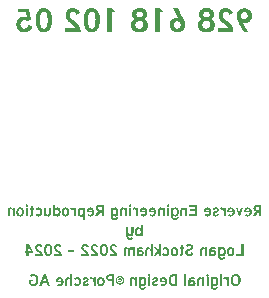
<source format=gbr>
%TF.GenerationSoftware,KiCad,Pcbnew,7.0.11+dfsg-1build4*%
%TF.CreationDate,2024-07-18T16:06:06-06:00*%
%TF.ProjectId,doordinger,646f6f72-6469-46e6-9765-722e6b696361,2*%
%TF.SameCoordinates,Original*%
%TF.FileFunction,Legend,Bot*%
%TF.FilePolarity,Positive*%
%FSLAX46Y46*%
G04 Gerber Fmt 4.6, Leading zero omitted, Abs format (unit mm)*
G04 Created by KiCad (PCBNEW 7.0.11+dfsg-1build4) date 2024-07-18 16:06:06*
%MOMM*%
%LPD*%
G01*
G04 APERTURE LIST*
%ADD10C,0.200000*%
G04 APERTURE END LIST*
D10*
G36*
X238328219Y-155832815D02*
G01*
X238140640Y-155832815D01*
X238140640Y-155434211D01*
X238139282Y-155434211D01*
X238129411Y-155434211D01*
X238118903Y-155434211D01*
X238116225Y-155434211D01*
X238106295Y-155434211D01*
X238095642Y-155434211D01*
X238085441Y-155434211D01*
X238075844Y-155434153D01*
X238065449Y-155433943D01*
X238055664Y-155433580D01*
X238045386Y-155432990D01*
X237828009Y-155832815D01*
X237618449Y-155832815D01*
X237864402Y-155404413D01*
X237851628Y-155400833D01*
X237839256Y-155396930D01*
X237827287Y-155392704D01*
X237815721Y-155388156D01*
X237804557Y-155383285D01*
X237793796Y-155378092D01*
X237783438Y-155372577D01*
X237773482Y-155366739D01*
X237763929Y-155360578D01*
X237754779Y-155354095D01*
X237746031Y-155347290D01*
X237737685Y-155340162D01*
X237729743Y-155332712D01*
X237722203Y-155324939D01*
X237715065Y-155316844D01*
X237708330Y-155308426D01*
X237702001Y-155299709D01*
X237696080Y-155290718D01*
X237690568Y-155281452D01*
X237685463Y-155271912D01*
X237680767Y-155262096D01*
X237676480Y-155252006D01*
X237672600Y-155241641D01*
X237669129Y-155231001D01*
X237666067Y-155220086D01*
X237663413Y-155208897D01*
X237661167Y-155197433D01*
X237659329Y-155185694D01*
X237657900Y-155173680D01*
X237656879Y-155161392D01*
X237656267Y-155148828D01*
X237656093Y-155137944D01*
X237843641Y-155137944D01*
X237843921Y-155149284D01*
X237844762Y-155160098D01*
X237846163Y-155170388D01*
X237848125Y-155180153D01*
X237851219Y-155191178D01*
X237855120Y-155201448D01*
X237858816Y-155209352D01*
X237863739Y-155218145D01*
X237870156Y-155227448D01*
X237877297Y-155235723D01*
X237885162Y-155242969D01*
X237888817Y-155245748D01*
X237898348Y-155251765D01*
X237907633Y-155256402D01*
X237917948Y-155260558D01*
X237927331Y-155263654D01*
X237937430Y-155266416D01*
X237941590Y-155267422D01*
X237952056Y-155269652D01*
X237962618Y-155271477D01*
X237973275Y-155272896D01*
X237984027Y-155273909D01*
X237994875Y-155274518D01*
X238005818Y-155274720D01*
X238012522Y-155274720D01*
X238024381Y-155274720D01*
X238034486Y-155274720D01*
X238045141Y-155274720D01*
X238056346Y-155274720D01*
X238068100Y-155274720D01*
X238080404Y-155274720D01*
X238093257Y-155274720D01*
X238140640Y-155274720D01*
X238140640Y-154999703D01*
X238093257Y-154999703D01*
X238086762Y-154999703D01*
X238074183Y-154999703D01*
X238062154Y-154999703D01*
X238050675Y-154999703D01*
X238039745Y-154999703D01*
X238029365Y-154999703D01*
X238017162Y-154999703D01*
X238005818Y-154999703D01*
X238001429Y-154999737D01*
X237990524Y-155000124D01*
X237979715Y-155000939D01*
X237969001Y-155002184D01*
X237958382Y-155003859D01*
X237947858Y-155005963D01*
X237937430Y-155008496D01*
X237933305Y-155009621D01*
X237923492Y-155012670D01*
X237912662Y-155016768D01*
X237902861Y-155021348D01*
X237894091Y-155026408D01*
X237885162Y-155032920D01*
X237878376Y-155039151D01*
X237871131Y-155047354D01*
X237864612Y-155056562D01*
X237859600Y-155065254D01*
X237855120Y-155074685D01*
X237851219Y-155084872D01*
X237848125Y-155095832D01*
X237846163Y-155105555D01*
X237844762Y-155115815D01*
X237843921Y-155126611D01*
X237843641Y-155137944D01*
X237656093Y-155137944D01*
X237656062Y-155135990D01*
X237656221Y-155124703D01*
X237656698Y-155113648D01*
X237657492Y-155102824D01*
X237658604Y-155092233D01*
X237660034Y-155081873D01*
X237661781Y-155071745D01*
X237663846Y-155061849D01*
X237666229Y-155052185D01*
X237669900Y-155039660D01*
X237674136Y-155027547D01*
X237678731Y-155015846D01*
X237683601Y-155004679D01*
X237688745Y-154994047D01*
X237694164Y-154983949D01*
X237699858Y-154974386D01*
X237705827Y-154965356D01*
X237712070Y-154956861D01*
X237718589Y-154948900D01*
X237725527Y-154941340D01*
X237733030Y-154934047D01*
X237741097Y-154927022D01*
X237749730Y-154920263D01*
X237758927Y-154913771D01*
X237768689Y-154907547D01*
X237779016Y-154901590D01*
X237789908Y-154895900D01*
X237800918Y-154890523D01*
X237811721Y-154885504D01*
X237822319Y-154880844D01*
X237832711Y-154876543D01*
X237842897Y-154872601D01*
X237852876Y-154869018D01*
X237862650Y-154865793D01*
X237872217Y-154862927D01*
X237879439Y-154860911D01*
X237889597Y-154858364D01*
X237900357Y-154855977D01*
X237911720Y-154853750D01*
X237923686Y-154851683D01*
X237936255Y-154849777D01*
X237946077Y-154848453D01*
X237956239Y-154847218D01*
X237966739Y-154846074D01*
X237970259Y-154845714D01*
X237980558Y-154844700D01*
X237990466Y-154843790D01*
X238003070Y-154842737D01*
X238014979Y-154841867D01*
X238026193Y-154841180D01*
X238036712Y-154840676D01*
X238046537Y-154840355D01*
X238057842Y-154840212D01*
X238066753Y-154840212D01*
X238078740Y-154840212D01*
X238089007Y-154840212D01*
X238099878Y-154840212D01*
X238111352Y-154840212D01*
X238123429Y-154840212D01*
X238136108Y-154840212D01*
X238146014Y-154840212D01*
X238328219Y-154840212D01*
X238328219Y-155832815D01*
G37*
G36*
X237195837Y-155071939D02*
G01*
X237212537Y-155073224D01*
X237228909Y-155075366D01*
X237244956Y-155078364D01*
X237260676Y-155082220D01*
X237276070Y-155086932D01*
X237291138Y-155092501D01*
X237305879Y-155098927D01*
X237320294Y-155106209D01*
X237334383Y-155114348D01*
X237348146Y-155123344D01*
X237361582Y-155133197D01*
X237374692Y-155143906D01*
X237387475Y-155155473D01*
X237399933Y-155167896D01*
X237412064Y-155181175D01*
X237417939Y-155188067D01*
X237429131Y-155202168D01*
X237439576Y-155216693D01*
X237449275Y-155231642D01*
X237458228Y-155247014D01*
X237466435Y-155262809D01*
X237473896Y-155279028D01*
X237480610Y-155295671D01*
X237486579Y-155312738D01*
X237491802Y-155330228D01*
X237496278Y-155348142D01*
X237500009Y-155366479D01*
X237502993Y-155385240D01*
X237505231Y-155404424D01*
X237506071Y-155414175D01*
X237506723Y-155424032D01*
X237507190Y-155433995D01*
X237507470Y-155444064D01*
X237507563Y-155454239D01*
X237507537Y-155459359D01*
X237507329Y-155469542D01*
X237506913Y-155479652D01*
X237506289Y-155489687D01*
X237505457Y-155499647D01*
X237504417Y-155509533D01*
X237503169Y-155519345D01*
X237501713Y-155529082D01*
X237500049Y-155538745D01*
X237497163Y-155553100D01*
X237493810Y-155567287D01*
X237489988Y-155581307D01*
X237485698Y-155595160D01*
X237480940Y-155608845D01*
X237477510Y-155617797D01*
X237472097Y-155630906D01*
X237466362Y-155643634D01*
X237460305Y-155655979D01*
X237453926Y-155667943D01*
X237447225Y-155679524D01*
X237440201Y-155690723D01*
X237432856Y-155701540D01*
X237425189Y-155711975D01*
X237417200Y-155722028D01*
X237408889Y-155731699D01*
X237403147Y-155737906D01*
X237394299Y-155746909D01*
X237385167Y-155755543D01*
X237375751Y-155763808D01*
X237366053Y-155771703D01*
X237356071Y-155779229D01*
X237345805Y-155786386D01*
X237335257Y-155793174D01*
X237324425Y-155799593D01*
X237313309Y-155805642D01*
X237301910Y-155811322D01*
X237294194Y-155814871D01*
X237282533Y-155819765D01*
X237270769Y-155824145D01*
X237258903Y-155828009D01*
X237246933Y-155831357D01*
X237234860Y-155834191D01*
X237222684Y-155836509D01*
X237210405Y-155838313D01*
X237198023Y-155839601D01*
X237185538Y-155840373D01*
X237172950Y-155840631D01*
X237163910Y-155840491D01*
X237150340Y-155839754D01*
X237136756Y-155838387D01*
X237123160Y-155836389D01*
X237109551Y-155833759D01*
X237095929Y-155830498D01*
X237082294Y-155826606D01*
X237068646Y-155822083D01*
X237054986Y-155816929D01*
X237045871Y-155813142D01*
X237036751Y-155809075D01*
X237027626Y-155804727D01*
X237018616Y-155800095D01*
X237009846Y-155795236D01*
X237001313Y-155790150D01*
X236993019Y-155784837D01*
X236981026Y-155776441D01*
X236969569Y-155767535D01*
X236958649Y-155758117D01*
X236948266Y-155748189D01*
X236938419Y-155737750D01*
X236929109Y-155726800D01*
X236920336Y-155715339D01*
X236912099Y-155703367D01*
X237068658Y-155635711D01*
X237073447Y-155641212D01*
X237081070Y-155648799D01*
X237089221Y-155655587D01*
X237097900Y-155661576D01*
X237107107Y-155666766D01*
X237116842Y-155671158D01*
X237127105Y-155674752D01*
X237137896Y-155677547D01*
X237149216Y-155679543D01*
X237161063Y-155680741D01*
X237173439Y-155681140D01*
X237178998Y-155681051D01*
X237188946Y-155680439D01*
X237198816Y-155679248D01*
X237208610Y-155677477D01*
X237218615Y-155674641D01*
X237227931Y-155671050D01*
X237237643Y-155666451D01*
X237246467Y-155661601D01*
X237251520Y-155658441D01*
X237259995Y-155652397D01*
X237268003Y-155645699D01*
X237275543Y-155638345D01*
X237282615Y-155630338D01*
X237287316Y-155623933D01*
X237292674Y-155615254D01*
X237297723Y-155605494D01*
X237301695Y-155596534D01*
X237305451Y-155586823D01*
X237308993Y-155576360D01*
X237310324Y-155571956D01*
X237313276Y-155560612D01*
X237315691Y-155548791D01*
X237317237Y-155538991D01*
X237318439Y-155528886D01*
X237319297Y-155518475D01*
X237319813Y-155507759D01*
X237319984Y-155496737D01*
X236866670Y-155496737D01*
X236866670Y-155450819D01*
X236866825Y-155437379D01*
X236867292Y-155424109D01*
X236868069Y-155411009D01*
X236869158Y-155398078D01*
X236870557Y-155385318D01*
X236872268Y-155372727D01*
X236872438Y-155371685D01*
X237038372Y-155371685D01*
X237319984Y-155371685D01*
X237319835Y-155364601D01*
X237319048Y-155354200D01*
X237317588Y-155344070D01*
X237315453Y-155334210D01*
X237312645Y-155324621D01*
X237309162Y-155315303D01*
X237305005Y-155306254D01*
X237300175Y-155297477D01*
X237294670Y-155288969D01*
X237288491Y-155280733D01*
X237281638Y-155272766D01*
X237276753Y-155267709D01*
X237269083Y-155260734D01*
X237261000Y-155254494D01*
X237252505Y-155248988D01*
X237243597Y-155244216D01*
X237234278Y-155240178D01*
X237224546Y-155236874D01*
X237214403Y-155234305D01*
X237203847Y-155232469D01*
X237192879Y-155231368D01*
X237181499Y-155231001D01*
X237173837Y-155231162D01*
X237162696Y-155232009D01*
X237151976Y-155233581D01*
X237141676Y-155235878D01*
X237131797Y-155238902D01*
X237122339Y-155242650D01*
X237113301Y-155247125D01*
X237104685Y-155252325D01*
X237096489Y-155258250D01*
X237088714Y-155264901D01*
X237081359Y-155272278D01*
X237076726Y-155277475D01*
X237070263Y-155285524D01*
X237064384Y-155293878D01*
X237059089Y-155302537D01*
X237054378Y-155311501D01*
X237050251Y-155320769D01*
X237046707Y-155330343D01*
X237043748Y-155340221D01*
X237041372Y-155350404D01*
X237039580Y-155360892D01*
X237038372Y-155371685D01*
X236872438Y-155371685D01*
X236874290Y-155360306D01*
X236876622Y-155348054D01*
X236879266Y-155335973D01*
X236882221Y-155324061D01*
X236885487Y-155312319D01*
X236889064Y-155300747D01*
X236892951Y-155289345D01*
X236897150Y-155278113D01*
X236901660Y-155267051D01*
X236906481Y-155256158D01*
X236911551Y-155245496D01*
X236916869Y-155235126D01*
X236922435Y-155225048D01*
X236928249Y-155215262D01*
X236934312Y-155205769D01*
X236940622Y-155196566D01*
X236947180Y-155187656D01*
X236953986Y-155179038D01*
X236961041Y-155170712D01*
X236968343Y-155162678D01*
X236975894Y-155154935D01*
X236983692Y-155147485D01*
X236991739Y-155140327D01*
X237000034Y-155133460D01*
X237008577Y-155126886D01*
X237017367Y-155120603D01*
X237026356Y-155114658D01*
X237035491Y-155109097D01*
X237044773Y-155103919D01*
X237054202Y-155099125D01*
X237063778Y-155094714D01*
X237073501Y-155090687D01*
X237083371Y-155087044D01*
X237093388Y-155083784D01*
X237103552Y-155080907D01*
X237113862Y-155078414D01*
X237124320Y-155076305D01*
X237134925Y-155074579D01*
X237145676Y-155073236D01*
X237156574Y-155072277D01*
X237167620Y-155071702D01*
X237178812Y-155071510D01*
X237195837Y-155071939D01*
G37*
G36*
X236542804Y-155825000D02*
G01*
X236774346Y-155090317D01*
X236589210Y-155090317D01*
X236466111Y-155559996D01*
X236334220Y-155090317D01*
X236165448Y-155090317D01*
X236397235Y-155825000D01*
X236542804Y-155825000D01*
G37*
G36*
X235755782Y-155071939D02*
G01*
X235772481Y-155073224D01*
X235788854Y-155075366D01*
X235804900Y-155078364D01*
X235820620Y-155082220D01*
X235836014Y-155086932D01*
X235851082Y-155092501D01*
X235865823Y-155098927D01*
X235880239Y-155106209D01*
X235894327Y-155114348D01*
X235908090Y-155123344D01*
X235921526Y-155133197D01*
X235934636Y-155143906D01*
X235947420Y-155155473D01*
X235959877Y-155167896D01*
X235972008Y-155181175D01*
X235977883Y-155188067D01*
X235989075Y-155202168D01*
X235999520Y-155216693D01*
X236009219Y-155231642D01*
X236018172Y-155247014D01*
X236026379Y-155262809D01*
X236033840Y-155279028D01*
X236040555Y-155295671D01*
X236046523Y-155312738D01*
X236051746Y-155330228D01*
X236056222Y-155348142D01*
X236059953Y-155366479D01*
X236062937Y-155385240D01*
X236065175Y-155404424D01*
X236066015Y-155414175D01*
X236066668Y-155424032D01*
X236067134Y-155433995D01*
X236067414Y-155444064D01*
X236067507Y-155454239D01*
X236067481Y-155459359D01*
X236067273Y-155469542D01*
X236066857Y-155479652D01*
X236066233Y-155489687D01*
X236065401Y-155499647D01*
X236064361Y-155509533D01*
X236063113Y-155519345D01*
X236061657Y-155529082D01*
X236059993Y-155538745D01*
X236057108Y-155553100D01*
X236053754Y-155567287D01*
X236049932Y-155581307D01*
X236045642Y-155595160D01*
X236040885Y-155608845D01*
X236037455Y-155617797D01*
X236032041Y-155630906D01*
X236026306Y-155643634D01*
X236020249Y-155655979D01*
X236013870Y-155667943D01*
X236007169Y-155679524D01*
X236000146Y-155690723D01*
X235992800Y-155701540D01*
X235985133Y-155711975D01*
X235977144Y-155722028D01*
X235968833Y-155731699D01*
X235963091Y-155737906D01*
X235954243Y-155746909D01*
X235945111Y-155755543D01*
X235935696Y-155763808D01*
X235925997Y-155771703D01*
X235916015Y-155779229D01*
X235905750Y-155786386D01*
X235895201Y-155793174D01*
X235884369Y-155799593D01*
X235873253Y-155805642D01*
X235861855Y-155811322D01*
X235854138Y-155814871D01*
X235842477Y-155819765D01*
X235830714Y-155824145D01*
X235818847Y-155828009D01*
X235806877Y-155831357D01*
X235794804Y-155834191D01*
X235782628Y-155836509D01*
X235770349Y-155838313D01*
X235757967Y-155839601D01*
X235745482Y-155840373D01*
X235732894Y-155840631D01*
X235723854Y-155840491D01*
X235710284Y-155839754D01*
X235696701Y-155838387D01*
X235683104Y-155836389D01*
X235669495Y-155833759D01*
X235655873Y-155830498D01*
X235642238Y-155826606D01*
X235628590Y-155822083D01*
X235614930Y-155816929D01*
X235605816Y-155813142D01*
X235596696Y-155809075D01*
X235587570Y-155804727D01*
X235578560Y-155800095D01*
X235569790Y-155795236D01*
X235561257Y-155790150D01*
X235552964Y-155784837D01*
X235540970Y-155776441D01*
X235529513Y-155767535D01*
X235518593Y-155758117D01*
X235508210Y-155748189D01*
X235498363Y-155737750D01*
X235489053Y-155726800D01*
X235480280Y-155715339D01*
X235472043Y-155703367D01*
X235628603Y-155635711D01*
X235633391Y-155641212D01*
X235641014Y-155648799D01*
X235649165Y-155655587D01*
X235657844Y-155661576D01*
X235667051Y-155666766D01*
X235676786Y-155671158D01*
X235687049Y-155674752D01*
X235697840Y-155677547D01*
X235709160Y-155679543D01*
X235721007Y-155680741D01*
X235733383Y-155681140D01*
X235738943Y-155681051D01*
X235748890Y-155680439D01*
X235758761Y-155679248D01*
X235768554Y-155677477D01*
X235778559Y-155674641D01*
X235787875Y-155671050D01*
X235797587Y-155666451D01*
X235806411Y-155661601D01*
X235811464Y-155658441D01*
X235819939Y-155652397D01*
X235827947Y-155645699D01*
X235835487Y-155638345D01*
X235842559Y-155630338D01*
X235847261Y-155623933D01*
X235852619Y-155615254D01*
X235857668Y-155605494D01*
X235861639Y-155596534D01*
X235865396Y-155586823D01*
X235868938Y-155576360D01*
X235870268Y-155571956D01*
X235873220Y-155560612D01*
X235875635Y-155548791D01*
X235877181Y-155538991D01*
X235878383Y-155528886D01*
X235879242Y-155518475D01*
X235879757Y-155507759D01*
X235879928Y-155496737D01*
X235426614Y-155496737D01*
X235426614Y-155450819D01*
X235426769Y-155437379D01*
X235427236Y-155424109D01*
X235428013Y-155411009D01*
X235429102Y-155398078D01*
X235430502Y-155385318D01*
X235432212Y-155372727D01*
X235432382Y-155371685D01*
X235598316Y-155371685D01*
X235879928Y-155371685D01*
X235879779Y-155364601D01*
X235878992Y-155354200D01*
X235877532Y-155344070D01*
X235875397Y-155334210D01*
X235872589Y-155324621D01*
X235869106Y-155315303D01*
X235864950Y-155306254D01*
X235860119Y-155297477D01*
X235854614Y-155288969D01*
X235848435Y-155280733D01*
X235841582Y-155272766D01*
X235836698Y-155267709D01*
X235829027Y-155260734D01*
X235820944Y-155254494D01*
X235812449Y-155248988D01*
X235803542Y-155244216D01*
X235794222Y-155240178D01*
X235784491Y-155236874D01*
X235774347Y-155234305D01*
X235763791Y-155232469D01*
X235752823Y-155231368D01*
X235741443Y-155231001D01*
X235733782Y-155231162D01*
X235722640Y-155232009D01*
X235711920Y-155233581D01*
X235701620Y-155235878D01*
X235691741Y-155238902D01*
X235682283Y-155242650D01*
X235673246Y-155247125D01*
X235664629Y-155252325D01*
X235656433Y-155258250D01*
X235648658Y-155264901D01*
X235641303Y-155272278D01*
X235636670Y-155277475D01*
X235630207Y-155285524D01*
X235624328Y-155293878D01*
X235619033Y-155302537D01*
X235614322Y-155311501D01*
X235610195Y-155320769D01*
X235606651Y-155330343D01*
X235603692Y-155340221D01*
X235601316Y-155350404D01*
X235599524Y-155360892D01*
X235598316Y-155371685D01*
X235432382Y-155371685D01*
X235434234Y-155360306D01*
X235436567Y-155348054D01*
X235439210Y-155335973D01*
X235442165Y-155324061D01*
X235445431Y-155312319D01*
X235449008Y-155300747D01*
X235452896Y-155289345D01*
X235457095Y-155278113D01*
X235461604Y-155267051D01*
X235466425Y-155256158D01*
X235471495Y-155245496D01*
X235476813Y-155235126D01*
X235482379Y-155225048D01*
X235488193Y-155215262D01*
X235494256Y-155205769D01*
X235500566Y-155196566D01*
X235507124Y-155187656D01*
X235513931Y-155179038D01*
X235520985Y-155170712D01*
X235528287Y-155162678D01*
X235535838Y-155154935D01*
X235543637Y-155147485D01*
X235551683Y-155140327D01*
X235559978Y-155133460D01*
X235568521Y-155126886D01*
X235577312Y-155120603D01*
X235586300Y-155114658D01*
X235595435Y-155109097D01*
X235604717Y-155103919D01*
X235614146Y-155099125D01*
X235623723Y-155094714D01*
X235633445Y-155090687D01*
X235643315Y-155087044D01*
X235653332Y-155083784D01*
X235663496Y-155080907D01*
X235673807Y-155078414D01*
X235684264Y-155076305D01*
X235694869Y-155074579D01*
X235705620Y-155073236D01*
X235716519Y-155072277D01*
X235727564Y-155071702D01*
X235738756Y-155071510D01*
X235755782Y-155071939D01*
G37*
G36*
X234891233Y-155275697D02*
G01*
X234900294Y-155270669D01*
X234909036Y-155265966D01*
X234921552Y-155259519D01*
X234933351Y-155253801D01*
X234944433Y-155248814D01*
X234954798Y-155244556D01*
X234964445Y-155241029D01*
X234976194Y-155237460D01*
X234986668Y-155235190D01*
X234997968Y-155234176D01*
X235009489Y-155234659D01*
X235020546Y-155236108D01*
X235031137Y-155238523D01*
X235041263Y-155241904D01*
X235050925Y-155246251D01*
X235060121Y-155251564D01*
X235063669Y-155253960D01*
X235072048Y-155260464D01*
X235079783Y-155267613D01*
X235086874Y-155275405D01*
X235093322Y-155283841D01*
X235099125Y-155292922D01*
X235104284Y-155302646D01*
X235106167Y-155306716D01*
X235110556Y-155317080D01*
X235114563Y-155327563D01*
X235118188Y-155338165D01*
X235121432Y-155348886D01*
X235124295Y-155359727D01*
X235126775Y-155370687D01*
X235127661Y-155375104D01*
X235129631Y-155386237D01*
X235131267Y-155397501D01*
X235132569Y-155408896D01*
X235133538Y-155420423D01*
X235134172Y-155432080D01*
X235134473Y-155443869D01*
X235134499Y-155448621D01*
X235134499Y-155825000D01*
X235305469Y-155825000D01*
X235305469Y-155090317D01*
X235134499Y-155090317D01*
X235134499Y-155203401D01*
X235128954Y-155193385D01*
X235123036Y-155183669D01*
X235116744Y-155174254D01*
X235110079Y-155165139D01*
X235103040Y-155156325D01*
X235095627Y-155147811D01*
X235087842Y-155139598D01*
X235079682Y-155131686D01*
X235071149Y-155124074D01*
X235062243Y-155116762D01*
X235056097Y-155112055D01*
X235046784Y-155105376D01*
X235037622Y-155099355D01*
X235028609Y-155093990D01*
X235019747Y-155089283D01*
X235008165Y-155084028D01*
X234996849Y-155079941D01*
X234985801Y-155077021D01*
X234975020Y-155075269D01*
X234964506Y-155074685D01*
X234953731Y-155075109D01*
X234942777Y-155076379D01*
X234931644Y-155078496D01*
X234920333Y-155081459D01*
X234908842Y-155085270D01*
X234899521Y-155088928D01*
X234892455Y-155092027D01*
X234883067Y-155096507D01*
X234873953Y-155101277D01*
X234865115Y-155106338D01*
X234856551Y-155111688D01*
X234848262Y-155117329D01*
X234840248Y-155123259D01*
X234832508Y-155129480D01*
X234825044Y-155135990D01*
X234891233Y-155275697D01*
G37*
G36*
X234572741Y-155484525D02*
G01*
X234582720Y-155479178D01*
X234592143Y-155474007D01*
X234601008Y-155469012D01*
X234611306Y-155463014D01*
X234620734Y-155457291D01*
X234629290Y-155451842D01*
X234636977Y-155446667D01*
X234645592Y-155440239D01*
X234654035Y-155433226D01*
X234662307Y-155425630D01*
X234670407Y-155417450D01*
X234677026Y-155410187D01*
X234680940Y-155405635D01*
X234687136Y-155397658D01*
X234692747Y-155389301D01*
X234697774Y-155380561D01*
X234702216Y-155371441D01*
X234706074Y-155361938D01*
X234709348Y-155352054D01*
X234710494Y-155347993D01*
X234713027Y-155337349D01*
X234715131Y-155326026D01*
X234716805Y-155314022D01*
X234717835Y-155303930D01*
X234718591Y-155293403D01*
X234719072Y-155282440D01*
X234719278Y-155271043D01*
X234719286Y-155268126D01*
X234719020Y-155257004D01*
X234718222Y-155246171D01*
X234716891Y-155235625D01*
X234715027Y-155225368D01*
X234712632Y-155215399D01*
X234709704Y-155205718D01*
X234706243Y-155196325D01*
X234702251Y-155187220D01*
X234697725Y-155178404D01*
X234692668Y-155169875D01*
X234687078Y-155161635D01*
X234680956Y-155153683D01*
X234674301Y-155146019D01*
X234667114Y-155138643D01*
X234659395Y-155131555D01*
X234651143Y-155124755D01*
X234642443Y-155118308D01*
X234633382Y-155112276D01*
X234623957Y-155106660D01*
X234614170Y-155101461D01*
X234604021Y-155096677D01*
X234593509Y-155092309D01*
X234582635Y-155088357D01*
X234571397Y-155084822D01*
X234559798Y-155081702D01*
X234547836Y-155078998D01*
X234535511Y-155076710D01*
X234522824Y-155074838D01*
X234509774Y-155073382D01*
X234496361Y-155072342D01*
X234482587Y-155071718D01*
X234468449Y-155071510D01*
X234455313Y-155071753D01*
X234442468Y-155072480D01*
X234429912Y-155073691D01*
X234417647Y-155075388D01*
X234405671Y-155077569D01*
X234393986Y-155080234D01*
X234382590Y-155083385D01*
X234371485Y-155087020D01*
X234360669Y-155091139D01*
X234350144Y-155095744D01*
X234339909Y-155100833D01*
X234329963Y-155106407D01*
X234320308Y-155112465D01*
X234310943Y-155119008D01*
X234301868Y-155126036D01*
X234293083Y-155133548D01*
X234284662Y-155141380D01*
X234276680Y-155149367D01*
X234269137Y-155157508D01*
X234262033Y-155165803D01*
X234255368Y-155174254D01*
X234249142Y-155182858D01*
X234243354Y-155191618D01*
X234238006Y-155200532D01*
X234233096Y-155209600D01*
X234228625Y-155218823D01*
X234224594Y-155228201D01*
X234221001Y-155237733D01*
X234217846Y-155247420D01*
X234215131Y-155257261D01*
X234212855Y-155267257D01*
X234211017Y-155277407D01*
X234376370Y-155306472D01*
X234378381Y-155295977D01*
X234380873Y-155286352D01*
X234384664Y-155275545D01*
X234389207Y-155266097D01*
X234395649Y-155256555D01*
X234403174Y-155248970D01*
X234405923Y-155246877D01*
X234414790Y-155241481D01*
X234424722Y-155237202D01*
X234435719Y-155234040D01*
X234445696Y-155232257D01*
X234456412Y-155231249D01*
X234465518Y-155231001D01*
X234477377Y-155231299D01*
X234488378Y-155232193D01*
X234498520Y-155233684D01*
X234509556Y-155236260D01*
X234519357Y-155239695D01*
X234526579Y-155243213D01*
X234535049Y-155249536D01*
X234541439Y-155258033D01*
X234545260Y-155267046D01*
X234547552Y-155277656D01*
X234548295Y-155287718D01*
X234548316Y-155289863D01*
X234547263Y-155300717D01*
X234544103Y-155310807D01*
X234538837Y-155320134D01*
X234532501Y-155327669D01*
X234531464Y-155328698D01*
X234523857Y-155335388D01*
X234515783Y-155341354D01*
X234507241Y-155346595D01*
X234498231Y-155351111D01*
X234492873Y-155353367D01*
X234482216Y-155357504D01*
X234471426Y-155361683D01*
X234461266Y-155365611D01*
X234450045Y-155369945D01*
X234440304Y-155373704D01*
X234429883Y-155377723D01*
X234427172Y-155378768D01*
X234416425Y-155382962D01*
X234406045Y-155387118D01*
X234396031Y-155391236D01*
X234386383Y-155395315D01*
X234377102Y-155399357D01*
X234368187Y-155403360D01*
X234357559Y-155408310D01*
X234351457Y-155411252D01*
X234341944Y-155416067D01*
X234332761Y-155420987D01*
X234323908Y-155426013D01*
X234315385Y-155431143D01*
X234303220Y-155439035D01*
X234291798Y-155447162D01*
X234281118Y-155455527D01*
X234271181Y-155464127D01*
X234261987Y-155472963D01*
X234253535Y-155482036D01*
X234245827Y-155491344D01*
X234238861Y-155500889D01*
X234232532Y-155510850D01*
X234226825Y-155521409D01*
X234221741Y-155532563D01*
X234217280Y-155544315D01*
X234213441Y-155556663D01*
X234210224Y-155569608D01*
X234207630Y-155583150D01*
X234205659Y-155597289D01*
X234204691Y-155607046D01*
X234203999Y-155617069D01*
X234203584Y-155627356D01*
X234203446Y-155637909D01*
X234203758Y-155648723D01*
X234204694Y-155659304D01*
X234206253Y-155669652D01*
X234208437Y-155679767D01*
X234211245Y-155689649D01*
X234214677Y-155699298D01*
X234218733Y-155708715D01*
X234223412Y-155717899D01*
X234228716Y-155726850D01*
X234234644Y-155735568D01*
X234241195Y-155744054D01*
X234248371Y-155752307D01*
X234256171Y-155760327D01*
X234264594Y-155768114D01*
X234273642Y-155775668D01*
X234283313Y-155782990D01*
X234293392Y-155789970D01*
X234303723Y-155796499D01*
X234314305Y-155802579D01*
X234325140Y-155808208D01*
X234336226Y-155813387D01*
X234347564Y-155818115D01*
X234359154Y-155822393D01*
X234370996Y-155826221D01*
X234383090Y-155829598D01*
X234395436Y-155832525D01*
X234408033Y-155835002D01*
X234420883Y-155837028D01*
X234433984Y-155838605D01*
X234447337Y-155839730D01*
X234460942Y-155840406D01*
X234474799Y-155840631D01*
X234488362Y-155840400D01*
X234501632Y-155839707D01*
X234514610Y-155838553D01*
X234527296Y-155836937D01*
X234539691Y-155834859D01*
X234551793Y-155832319D01*
X234563604Y-155829318D01*
X234575122Y-155825854D01*
X234586349Y-155821929D01*
X234597283Y-155817542D01*
X234607926Y-155812694D01*
X234618277Y-155807383D01*
X234628336Y-155801611D01*
X234638102Y-155795377D01*
X234647577Y-155788682D01*
X234656760Y-155781524D01*
X234665600Y-155773972D01*
X234674044Y-155766091D01*
X234682094Y-155757882D01*
X234689748Y-155749345D01*
X234697008Y-155740480D01*
X234703872Y-155731287D01*
X234710342Y-155721765D01*
X234716417Y-155711915D01*
X234722096Y-155701737D01*
X234727381Y-155691231D01*
X234732270Y-155680396D01*
X234736765Y-155669234D01*
X234740865Y-155657743D01*
X234744569Y-155645924D01*
X234747879Y-155633776D01*
X234750794Y-155621301D01*
X234591059Y-155594923D01*
X234588891Y-155604784D01*
X234585930Y-155614096D01*
X234581112Y-155624963D01*
X234575053Y-155634971D01*
X234567755Y-155644120D01*
X234559216Y-155652411D01*
X234551492Y-155658426D01*
X234543161Y-155663750D01*
X234534532Y-155668364D01*
X234523328Y-155673133D01*
X234514029Y-155676149D01*
X234504433Y-155678456D01*
X234494539Y-155680054D01*
X234484348Y-155680941D01*
X234476509Y-155681140D01*
X234466708Y-155681047D01*
X234456366Y-155680711D01*
X234445826Y-155680041D01*
X234437430Y-155679187D01*
X234427532Y-155677431D01*
X234417681Y-155674912D01*
X234407878Y-155671630D01*
X234405923Y-155670882D01*
X234396916Y-155666350D01*
X234388772Y-155659712D01*
X234382476Y-155651343D01*
X234378225Y-155642150D01*
X234375549Y-155631670D01*
X234374486Y-155621136D01*
X234374416Y-155617393D01*
X234375304Y-155607340D01*
X234377970Y-155597790D01*
X234382414Y-155588742D01*
X234385651Y-155583932D01*
X234392683Y-155575528D01*
X234400362Y-155568479D01*
X234409383Y-155561827D01*
X234418379Y-155556332D01*
X234427936Y-155551106D01*
X234437587Y-155546114D01*
X234447331Y-155541356D01*
X234457168Y-155536831D01*
X234462831Y-155534351D01*
X234473153Y-155529878D01*
X234482782Y-155525727D01*
X234493131Y-155521285D01*
X234502307Y-155517360D01*
X234511984Y-155513233D01*
X234518030Y-155510659D01*
X234527931Y-155506350D01*
X234537331Y-155502125D01*
X234546230Y-155497983D01*
X234556248Y-155493123D01*
X234565545Y-155488383D01*
X234572741Y-155484525D01*
G37*
G36*
X233768622Y-155071939D02*
G01*
X233785321Y-155073224D01*
X233801694Y-155075366D01*
X233817740Y-155078364D01*
X233833461Y-155082220D01*
X233848855Y-155086932D01*
X233863922Y-155092501D01*
X233878664Y-155098927D01*
X233893079Y-155106209D01*
X233907168Y-155114348D01*
X233920930Y-155123344D01*
X233934366Y-155133197D01*
X233947476Y-155143906D01*
X233960260Y-155155473D01*
X233972717Y-155167896D01*
X233984848Y-155181175D01*
X233990724Y-155188067D01*
X234001915Y-155202168D01*
X234012360Y-155216693D01*
X234022059Y-155231642D01*
X234031012Y-155247014D01*
X234039219Y-155262809D01*
X234046680Y-155279028D01*
X234053395Y-155295671D01*
X234059364Y-155312738D01*
X234064586Y-155330228D01*
X234069063Y-155348142D01*
X234072793Y-155366479D01*
X234075777Y-155385240D01*
X234078016Y-155404424D01*
X234078855Y-155414175D01*
X234079508Y-155424032D01*
X234079974Y-155433995D01*
X234080254Y-155444064D01*
X234080347Y-155454239D01*
X234080321Y-155459359D01*
X234080113Y-155469542D01*
X234079697Y-155479652D01*
X234079073Y-155489687D01*
X234078241Y-155499647D01*
X234077201Y-155509533D01*
X234075953Y-155519345D01*
X234074498Y-155529082D01*
X234072834Y-155538745D01*
X234069948Y-155553100D01*
X234066594Y-155567287D01*
X234062772Y-155581307D01*
X234058482Y-155595160D01*
X234053725Y-155608845D01*
X234050295Y-155617797D01*
X234044882Y-155630906D01*
X234039146Y-155643634D01*
X234033089Y-155655979D01*
X234026710Y-155667943D01*
X234020009Y-155679524D01*
X234012986Y-155690723D01*
X234005641Y-155701540D01*
X233997973Y-155711975D01*
X233989984Y-155722028D01*
X233981673Y-155731699D01*
X233975931Y-155737906D01*
X233967083Y-155746909D01*
X233957951Y-155755543D01*
X233948536Y-155763808D01*
X233938837Y-155771703D01*
X233928855Y-155779229D01*
X233918590Y-155786386D01*
X233908041Y-155793174D01*
X233897209Y-155799593D01*
X233886094Y-155805642D01*
X233874695Y-155811322D01*
X233866978Y-155814871D01*
X233855317Y-155819765D01*
X233843554Y-155824145D01*
X233831687Y-155828009D01*
X233819717Y-155831357D01*
X233807644Y-155834191D01*
X233795468Y-155836509D01*
X233783190Y-155838313D01*
X233770808Y-155839601D01*
X233758323Y-155840373D01*
X233745734Y-155840631D01*
X233736695Y-155840491D01*
X233723124Y-155839754D01*
X233709541Y-155838387D01*
X233695944Y-155836389D01*
X233682335Y-155833759D01*
X233668713Y-155830498D01*
X233655078Y-155826606D01*
X233641431Y-155822083D01*
X233627770Y-155816929D01*
X233618656Y-155813142D01*
X233609536Y-155809075D01*
X233600410Y-155804727D01*
X233591401Y-155800095D01*
X233582630Y-155795236D01*
X233574098Y-155790150D01*
X233565804Y-155784837D01*
X233553810Y-155776441D01*
X233542354Y-155767535D01*
X233531434Y-155758117D01*
X233521050Y-155748189D01*
X233511203Y-155737750D01*
X233501893Y-155726800D01*
X233493120Y-155715339D01*
X233484883Y-155703367D01*
X233641443Y-155635711D01*
X233646231Y-155641212D01*
X233653854Y-155648799D01*
X233662005Y-155655587D01*
X233670684Y-155661576D01*
X233679891Y-155666766D01*
X233689626Y-155671158D01*
X233699889Y-155674752D01*
X233710681Y-155677547D01*
X233722000Y-155679543D01*
X233733847Y-155680741D01*
X233746223Y-155681140D01*
X233751783Y-155681051D01*
X233761730Y-155680439D01*
X233771601Y-155679248D01*
X233781394Y-155677477D01*
X233791400Y-155674641D01*
X233800715Y-155671050D01*
X233810428Y-155666451D01*
X233819252Y-155661601D01*
X233824304Y-155658441D01*
X233832779Y-155652397D01*
X233840787Y-155645699D01*
X233848327Y-155638345D01*
X233855400Y-155630338D01*
X233860101Y-155623933D01*
X233865459Y-155615254D01*
X233870508Y-155605494D01*
X233874479Y-155596534D01*
X233878236Y-155586823D01*
X233881778Y-155576360D01*
X233883109Y-155571956D01*
X233886060Y-155560612D01*
X233888475Y-155548791D01*
X233890021Y-155538991D01*
X233891223Y-155528886D01*
X233892082Y-155518475D01*
X233892597Y-155507759D01*
X233892769Y-155496737D01*
X233439454Y-155496737D01*
X233439454Y-155450819D01*
X233439609Y-155437379D01*
X233440076Y-155424109D01*
X233440854Y-155411009D01*
X233441942Y-155398078D01*
X233443342Y-155385318D01*
X233445052Y-155372727D01*
X233445222Y-155371685D01*
X233611157Y-155371685D01*
X233892769Y-155371685D01*
X233892619Y-155364601D01*
X233891832Y-155354200D01*
X233890372Y-155344070D01*
X233888238Y-155334210D01*
X233885429Y-155324621D01*
X233881946Y-155315303D01*
X233877790Y-155306254D01*
X233872959Y-155297477D01*
X233867454Y-155288969D01*
X233861275Y-155280733D01*
X233854423Y-155272766D01*
X233849538Y-155267709D01*
X233841867Y-155260734D01*
X233833784Y-155254494D01*
X233825289Y-155248988D01*
X233816382Y-155244216D01*
X233807062Y-155240178D01*
X233797331Y-155236874D01*
X233787187Y-155234305D01*
X233776631Y-155232469D01*
X233765663Y-155231368D01*
X233754283Y-155231001D01*
X233746622Y-155231162D01*
X233735481Y-155232009D01*
X233724760Y-155233581D01*
X233714460Y-155235878D01*
X233704581Y-155238902D01*
X233695123Y-155242650D01*
X233686086Y-155247125D01*
X233677469Y-155252325D01*
X233669273Y-155258250D01*
X233661498Y-155264901D01*
X233654143Y-155272278D01*
X233649510Y-155277475D01*
X233643048Y-155285524D01*
X233637169Y-155293878D01*
X233631873Y-155302537D01*
X233627162Y-155311501D01*
X233623035Y-155320769D01*
X233619491Y-155330343D01*
X233616532Y-155340221D01*
X233614156Y-155350404D01*
X233612365Y-155360892D01*
X233611157Y-155371685D01*
X233445222Y-155371685D01*
X233447074Y-155360306D01*
X233449407Y-155348054D01*
X233452051Y-155335973D01*
X233455005Y-155324061D01*
X233458271Y-155312319D01*
X233461848Y-155300747D01*
X233465736Y-155289345D01*
X233469935Y-155278113D01*
X233474445Y-155267051D01*
X233479266Y-155256158D01*
X233484335Y-155245496D01*
X233489653Y-155235126D01*
X233495220Y-155225048D01*
X233501034Y-155215262D01*
X233507096Y-155205769D01*
X233513406Y-155196566D01*
X233519964Y-155187656D01*
X233526771Y-155179038D01*
X233533825Y-155170712D01*
X233541128Y-155162678D01*
X233548678Y-155154935D01*
X233556477Y-155147485D01*
X233564523Y-155140327D01*
X233572818Y-155133460D01*
X233581361Y-155126886D01*
X233590152Y-155120603D01*
X233599140Y-155114658D01*
X233608275Y-155109097D01*
X233617558Y-155103919D01*
X233626987Y-155099125D01*
X233636563Y-155094714D01*
X233646286Y-155090687D01*
X233656156Y-155087044D01*
X233666172Y-155083784D01*
X233676336Y-155080907D01*
X233686647Y-155078414D01*
X233697104Y-155076305D01*
X233707709Y-155074579D01*
X233718460Y-155073236D01*
X233729359Y-155072277D01*
X233740404Y-155071702D01*
X233751596Y-155071510D01*
X233768622Y-155071939D01*
G37*
G36*
X232897235Y-154837037D02*
G01*
X232225079Y-154837037D01*
X232225079Y-154996528D01*
X232709656Y-154996528D01*
X232709656Y-155231001D01*
X232271973Y-155231001D01*
X232271973Y-155390491D01*
X232709656Y-155390491D01*
X232709656Y-155665509D01*
X232225079Y-155665509D01*
X232225079Y-155825000D01*
X232897235Y-155825000D01*
X232897235Y-154837037D01*
G37*
G36*
X231898770Y-155825000D02*
G01*
X232069740Y-155825000D01*
X232069740Y-155090317D01*
X231898770Y-155090317D01*
X231898770Y-155202913D01*
X231892699Y-155192685D01*
X231886116Y-155182792D01*
X231879023Y-155173233D01*
X231871419Y-155164010D01*
X231863304Y-155155121D01*
X231854678Y-155146567D01*
X231845541Y-155138348D01*
X231835893Y-155130464D01*
X231825734Y-155122915D01*
X231815064Y-155115701D01*
X231807667Y-155111078D01*
X231796262Y-155104574D01*
X231784667Y-155098710D01*
X231772883Y-155093486D01*
X231760910Y-155088901D01*
X231748749Y-155084956D01*
X231736398Y-155081651D01*
X231723859Y-155078986D01*
X231711131Y-155076960D01*
X231698213Y-155075574D01*
X231685107Y-155074828D01*
X231676265Y-155074685D01*
X231664446Y-155075163D01*
X231652652Y-155076594D01*
X231640881Y-155078979D01*
X231629134Y-155082318D01*
X231619753Y-155085676D01*
X231610388Y-155089645D01*
X231601038Y-155094225D01*
X231591722Y-155099304D01*
X231582582Y-155104895D01*
X231573618Y-155110998D01*
X231564829Y-155117611D01*
X231556216Y-155124736D01*
X231547778Y-155132373D01*
X231539516Y-155140520D01*
X231531429Y-155149180D01*
X231523625Y-155158442D01*
X231516209Y-155168398D01*
X231509184Y-155179050D01*
X231504170Y-155187494D01*
X231499375Y-155196329D01*
X231494799Y-155205555D01*
X231490442Y-155215171D01*
X231486304Y-155225178D01*
X231482385Y-155235576D01*
X231479894Y-155242725D01*
X231476358Y-155253681D01*
X231473170Y-155264844D01*
X231470330Y-155276213D01*
X231467838Y-155287787D01*
X231465693Y-155299568D01*
X231463897Y-155311555D01*
X231462448Y-155323748D01*
X231461346Y-155336147D01*
X231460593Y-155348753D01*
X231460187Y-155361564D01*
X231460110Y-155370219D01*
X231460110Y-155825000D01*
X231631080Y-155825000D01*
X231631080Y-155458879D01*
X231631157Y-155446302D01*
X231631389Y-155434124D01*
X231631775Y-155422345D01*
X231632316Y-155410966D01*
X231633012Y-155399986D01*
X231633862Y-155389405D01*
X231634867Y-155379223D01*
X231636026Y-155369441D01*
X231637812Y-155357019D01*
X231639873Y-155345307D01*
X231642212Y-155334235D01*
X231644834Y-155323859D01*
X231647738Y-155314177D01*
X231651765Y-155303051D01*
X231656234Y-155293011D01*
X231661144Y-155284056D01*
X231666495Y-155276186D01*
X231673236Y-155267817D01*
X231680268Y-155260478D01*
X231688842Y-155253218D01*
X231697813Y-155247361D01*
X231705818Y-155243457D01*
X231715677Y-155239841D01*
X231726448Y-155237113D01*
X231736406Y-155235481D01*
X231747033Y-155234502D01*
X231758330Y-155234176D01*
X231768877Y-155234445D01*
X231778934Y-155235251D01*
X231789825Y-155236831D01*
X231800076Y-155239113D01*
X231802538Y-155239794D01*
X231812155Y-155243076D01*
X231821711Y-155247548D01*
X231831206Y-155253212D01*
X231839464Y-155259144D01*
X231840640Y-155260066D01*
X231848469Y-155267052D01*
X231855714Y-155274972D01*
X231862374Y-155283828D01*
X231867617Y-155292163D01*
X231871659Y-155299633D01*
X231876076Y-155309442D01*
X231880166Y-155320367D01*
X231883325Y-155330324D01*
X231886257Y-155341056D01*
X231888963Y-155352563D01*
X231890965Y-155362327D01*
X231891443Y-155364846D01*
X231893160Y-155375142D01*
X231894648Y-155385881D01*
X231895908Y-155397063D01*
X231896938Y-155408688D01*
X231897740Y-155420755D01*
X231898312Y-155433265D01*
X231898656Y-155446217D01*
X231898763Y-155456222D01*
X231898770Y-155459612D01*
X231898770Y-155825000D01*
G37*
G36*
X231083582Y-155071632D02*
G01*
X231095595Y-155072274D01*
X231107347Y-155073464D01*
X231118837Y-155075204D01*
X231130064Y-155077494D01*
X231141030Y-155080334D01*
X231151734Y-155083722D01*
X231162176Y-155087661D01*
X231172357Y-155092149D01*
X231182275Y-155097186D01*
X231191931Y-155102773D01*
X231198175Y-155106742D01*
X231207254Y-155113039D01*
X231215989Y-155119748D01*
X231224381Y-155126869D01*
X231232430Y-155134403D01*
X231240135Y-155142348D01*
X231247497Y-155150706D01*
X231254515Y-155159476D01*
X231261189Y-155168658D01*
X231267521Y-155178252D01*
X231273508Y-155188258D01*
X231277295Y-155195123D01*
X231282750Y-155205631D01*
X231287934Y-155216392D01*
X231292848Y-155227407D01*
X231297491Y-155238675D01*
X231301864Y-155250196D01*
X231305966Y-155261970D01*
X231309798Y-155273998D01*
X231313359Y-155286279D01*
X231316650Y-155298813D01*
X231319670Y-155311601D01*
X231321534Y-155320254D01*
X231324103Y-155333399D01*
X231326402Y-155346741D01*
X231328431Y-155360281D01*
X231330189Y-155374018D01*
X231331677Y-155387953D01*
X231332894Y-155402085D01*
X231333840Y-155416415D01*
X231334517Y-155430942D01*
X231334817Y-155440737D01*
X231334997Y-155450619D01*
X231335058Y-155460589D01*
X231335042Y-155465569D01*
X231334920Y-155475461D01*
X231334676Y-155485262D01*
X231334081Y-155499790D01*
X231333211Y-155514113D01*
X231332066Y-155528229D01*
X231330646Y-155542140D01*
X231328952Y-155555844D01*
X231326982Y-155569342D01*
X231324738Y-155582634D01*
X231322220Y-155595720D01*
X231319426Y-155608600D01*
X231317383Y-155617060D01*
X231314101Y-155629532D01*
X231310557Y-155641741D01*
X231306751Y-155653689D01*
X231302683Y-155665374D01*
X231298353Y-155676798D01*
X231293761Y-155687960D01*
X231288908Y-155698860D01*
X231283792Y-155709498D01*
X231278415Y-155719875D01*
X231272776Y-155729989D01*
X231268822Y-155736526D01*
X231262605Y-155746003D01*
X231256045Y-155755085D01*
X231249141Y-155763772D01*
X231241894Y-155772064D01*
X231234304Y-155779961D01*
X231226370Y-155787462D01*
X231218092Y-155794569D01*
X231209471Y-155801281D01*
X231200506Y-155807598D01*
X231191199Y-155813520D01*
X231184793Y-155817188D01*
X231174977Y-155822245D01*
X231164912Y-155826770D01*
X231154598Y-155830763D01*
X231144035Y-155834223D01*
X231133223Y-155837152D01*
X231122162Y-155839547D01*
X231110852Y-155841411D01*
X231099293Y-155842741D01*
X231087485Y-155843540D01*
X231075427Y-155843806D01*
X231068044Y-155843670D01*
X231056986Y-155842953D01*
X231045950Y-155841623D01*
X231034936Y-155839679D01*
X231023943Y-155837121D01*
X231012971Y-155833949D01*
X231002021Y-155830163D01*
X230991092Y-155825763D01*
X230980185Y-155820749D01*
X230969299Y-155815121D01*
X230958435Y-155808879D01*
X230951287Y-155804402D01*
X230940894Y-155797382D01*
X230930897Y-155789996D01*
X230921294Y-155782246D01*
X230912086Y-155774131D01*
X230903273Y-155765651D01*
X230894856Y-155756806D01*
X230886833Y-155747596D01*
X230879205Y-155738021D01*
X230871972Y-155728082D01*
X230865134Y-155717777D01*
X230865134Y-155867498D01*
X230865768Y-155880092D01*
X230867668Y-155891983D01*
X230870836Y-155903172D01*
X230875270Y-155913660D01*
X230880972Y-155923445D01*
X230887941Y-155932527D01*
X230896176Y-155940908D01*
X230905679Y-155948586D01*
X230916154Y-155955513D01*
X230927432Y-155961516D01*
X230936415Y-155965412D01*
X230945850Y-155968789D01*
X230955735Y-155971646D01*
X230966072Y-155973984D01*
X230976859Y-155975802D01*
X230988096Y-155977101D01*
X230999785Y-155977880D01*
X231011924Y-155978140D01*
X231016016Y-155978115D01*
X231027934Y-155977743D01*
X231039315Y-155976924D01*
X231050159Y-155975659D01*
X231060466Y-155973948D01*
X231070237Y-155971789D01*
X231082430Y-155968217D01*
X231093669Y-155963852D01*
X231103954Y-155958692D01*
X231113285Y-155952739D01*
X231121685Y-155946140D01*
X231129176Y-155939046D01*
X231135759Y-155931455D01*
X231141434Y-155923368D01*
X231146201Y-155914785D01*
X231150059Y-155905706D01*
X231153009Y-155896131D01*
X231155051Y-155886060D01*
X231163032Y-155886060D01*
X231175513Y-155886060D01*
X231188603Y-155886060D01*
X231202303Y-155886060D01*
X231216613Y-155886060D01*
X231226492Y-155886060D01*
X231236641Y-155886060D01*
X231247061Y-155886060D01*
X231257753Y-155886060D01*
X231268715Y-155886060D01*
X231279948Y-155886060D01*
X231291453Y-155886060D01*
X231303228Y-155886060D01*
X231315274Y-155886060D01*
X231314814Y-155890150D01*
X231313381Y-155900367D01*
X231311542Y-155910572D01*
X231309297Y-155920765D01*
X231306647Y-155930947D01*
X231303592Y-155941116D01*
X231300131Y-155951273D01*
X231296093Y-155961536D01*
X231291458Y-155971872D01*
X231286228Y-155982278D01*
X231280401Y-155992756D01*
X231275310Y-156001190D01*
X231269837Y-156009670D01*
X231263983Y-156018196D01*
X231257789Y-156026614D01*
X231251298Y-156034774D01*
X231244508Y-156042673D01*
X231237422Y-156050314D01*
X231230037Y-156057694D01*
X231222355Y-156064815D01*
X231214375Y-156071677D01*
X231206097Y-156078279D01*
X231203974Y-156079888D01*
X231195153Y-156086143D01*
X231185805Y-156092108D01*
X231175930Y-156097783D01*
X231165529Y-156103168D01*
X231154601Y-156108263D01*
X231143146Y-156113067D01*
X231131165Y-156117582D01*
X231121834Y-156120778D01*
X231115475Y-156122818D01*
X231105790Y-156125633D01*
X231095929Y-156128151D01*
X231085891Y-156130372D01*
X231075678Y-156132298D01*
X231065289Y-156133927D01*
X231054724Y-156135260D01*
X231043983Y-156136297D01*
X231033066Y-156137038D01*
X231021972Y-156137482D01*
X231010703Y-156137630D01*
X231001264Y-156137540D01*
X230987318Y-156137064D01*
X230973624Y-156136180D01*
X230960184Y-156134889D01*
X230946997Y-156133189D01*
X230934063Y-156131082D01*
X230921383Y-156128567D01*
X230908956Y-156125644D01*
X230896782Y-156122313D01*
X230884861Y-156118574D01*
X230873194Y-156114427D01*
X230865591Y-156111463D01*
X230854527Y-156106777D01*
X230843870Y-156101803D01*
X230833621Y-156096541D01*
X230823780Y-156090992D01*
X230814347Y-156085156D01*
X230805322Y-156079031D01*
X230796704Y-156072619D01*
X230788495Y-156065919D01*
X230780693Y-156058932D01*
X230773299Y-156051657D01*
X230768576Y-156046671D01*
X230761757Y-156039042D01*
X230755256Y-156031232D01*
X230749072Y-156023242D01*
X230743206Y-156015072D01*
X230737657Y-156006721D01*
X230732427Y-155998191D01*
X230727514Y-155989479D01*
X230722918Y-155980588D01*
X230718641Y-155971516D01*
X230714681Y-155962264D01*
X230712196Y-155956014D01*
X230708770Y-155946556D01*
X230705705Y-155937000D01*
X230703000Y-155927345D01*
X230700656Y-155917591D01*
X230698672Y-155907739D01*
X230697049Y-155897788D01*
X230695787Y-155887738D01*
X230694886Y-155877589D01*
X230694345Y-155867342D01*
X230694164Y-155856995D01*
X230694164Y-155456681D01*
X230859517Y-155456681D01*
X230859643Y-155468307D01*
X230860023Y-155479645D01*
X230860657Y-155490695D01*
X230861543Y-155501458D01*
X230862683Y-155511933D01*
X230864076Y-155522120D01*
X230865723Y-155532020D01*
X230867623Y-155541632D01*
X230870550Y-155554001D01*
X230873927Y-155565858D01*
X230874837Y-155568737D01*
X230878663Y-155579829D01*
X230882786Y-155590242D01*
X230887208Y-155599975D01*
X230891926Y-155609029D01*
X230898244Y-155619392D01*
X230905026Y-155628693D01*
X230912273Y-155636933D01*
X230918292Y-155642894D01*
X230925911Y-155649765D01*
X230933638Y-155655993D01*
X230943052Y-155662616D01*
X230952620Y-155668312D01*
X230962343Y-155673080D01*
X230965584Y-155674441D01*
X230975364Y-155677996D01*
X230985230Y-155680761D01*
X230995182Y-155682736D01*
X231005220Y-155683921D01*
X231015344Y-155684316D01*
X231026468Y-155683626D01*
X231037617Y-155681557D01*
X231047191Y-155678687D01*
X231056782Y-155674803D01*
X231066390Y-155669905D01*
X231075813Y-155663989D01*
X231085029Y-155657231D01*
X231092552Y-155650957D01*
X231099932Y-155644099D01*
X231107169Y-155636656D01*
X231114262Y-155628628D01*
X231117037Y-155625229D01*
X231123672Y-155616104D01*
X231129878Y-155606085D01*
X231134534Y-155597426D01*
X231138915Y-155588195D01*
X231143022Y-155578391D01*
X231146853Y-155568014D01*
X231150410Y-155557065D01*
X231153616Y-155545612D01*
X231156394Y-155533847D01*
X231158745Y-155521768D01*
X231160668Y-155509377D01*
X231162164Y-155496672D01*
X231163006Y-155486939D01*
X231163607Y-155477029D01*
X231163967Y-155466943D01*
X231164088Y-155456681D01*
X231164036Y-155449228D01*
X231163766Y-155438263D01*
X231163263Y-155427555D01*
X231162529Y-155417105D01*
X231161563Y-155406913D01*
X231160365Y-155396978D01*
X231158936Y-155387301D01*
X231156669Y-155374799D01*
X231153990Y-155362755D01*
X231150898Y-155351168D01*
X231150050Y-155348349D01*
X231146480Y-155337461D01*
X231142627Y-155327199D01*
X231138492Y-155317563D01*
X231134075Y-155308552D01*
X231128156Y-155298170D01*
X231121796Y-155288765D01*
X231114995Y-155280338D01*
X231110760Y-155275693D01*
X231103607Y-155268477D01*
X231094866Y-155260683D01*
X231085953Y-155253834D01*
X231076868Y-155247929D01*
X231067612Y-155242969D01*
X231064489Y-155241520D01*
X231055018Y-155237733D01*
X231045392Y-155234788D01*
X231035612Y-155232684D01*
X231025677Y-155231422D01*
X231015588Y-155231001D01*
X231012174Y-155231046D01*
X231002002Y-155231718D01*
X230991933Y-155233198D01*
X230981966Y-155235485D01*
X230972103Y-155238579D01*
X230962343Y-155242480D01*
X230954230Y-155246313D01*
X230944636Y-155251763D01*
X230935196Y-155258140D01*
X230927448Y-155264163D01*
X230919807Y-155270829D01*
X230912273Y-155278140D01*
X230909318Y-155281249D01*
X230902257Y-155289782D01*
X230895661Y-155299400D01*
X230890719Y-155307876D01*
X230886074Y-155317047D01*
X230881728Y-155326912D01*
X230877679Y-155337472D01*
X230873927Y-155348726D01*
X230871352Y-155357560D01*
X230868312Y-155369753D01*
X230865723Y-155382420D01*
X230864076Y-155392230D01*
X230862683Y-155402306D01*
X230861543Y-155412649D01*
X230860657Y-155423258D01*
X230860023Y-155434133D01*
X230859643Y-155445274D01*
X230859517Y-155456681D01*
X230694164Y-155456681D01*
X230694164Y-155090073D01*
X230865134Y-155090073D01*
X230865134Y-155196318D01*
X230869648Y-155189411D01*
X230876744Y-155179365D01*
X230884231Y-155169696D01*
X230892109Y-155160405D01*
X230900377Y-155151492D01*
X230909036Y-155142957D01*
X230918085Y-155134800D01*
X230927526Y-155127020D01*
X230937357Y-155119619D01*
X230947578Y-155112595D01*
X230958191Y-155105949D01*
X230965404Y-155101778D01*
X230976251Y-155096027D01*
X230987134Y-155090882D01*
X230998050Y-155086342D01*
X231009001Y-155082407D01*
X231019986Y-155079077D01*
X231031006Y-155076353D01*
X231042060Y-155074234D01*
X231053148Y-155072721D01*
X231064271Y-155071813D01*
X231075427Y-155071510D01*
X231083582Y-155071632D01*
G37*
G36*
X230497060Y-154995307D02*
G01*
X230504101Y-154986945D01*
X230510204Y-154978225D01*
X230515367Y-154969146D01*
X230519592Y-154959708D01*
X230522878Y-154949912D01*
X230525225Y-154939757D01*
X230526633Y-154929243D01*
X230527102Y-154918370D01*
X230526633Y-154907444D01*
X230525225Y-154896892D01*
X230522878Y-154886714D01*
X230519592Y-154876910D01*
X230515367Y-154867480D01*
X230510204Y-154858424D01*
X230504101Y-154849742D01*
X230497060Y-154841434D01*
X230489374Y-154833820D01*
X230481337Y-154827222D01*
X230472949Y-154821638D01*
X230464210Y-154817070D01*
X230452792Y-154812788D01*
X230443263Y-154810504D01*
X230433382Y-154809235D01*
X230425741Y-154808949D01*
X230415541Y-154809457D01*
X230405698Y-154810980D01*
X230396215Y-154813517D01*
X230387090Y-154817070D01*
X230378324Y-154821638D01*
X230369917Y-154827222D01*
X230361868Y-154833820D01*
X230354178Y-154841434D01*
X230347080Y-154849742D01*
X230340928Y-154858424D01*
X230335723Y-154867480D01*
X230331464Y-154876910D01*
X230328151Y-154886714D01*
X230325785Y-154896892D01*
X230324365Y-154907444D01*
X230323892Y-154918370D01*
X230324365Y-154929243D01*
X230325785Y-154939757D01*
X230328151Y-154949912D01*
X230331464Y-154959708D01*
X230335723Y-154969146D01*
X230340928Y-154978225D01*
X230347080Y-154986945D01*
X230354178Y-154995307D01*
X230361868Y-155002920D01*
X230369917Y-155009518D01*
X230378324Y-155015102D01*
X230387090Y-155019670D01*
X230396215Y-155023223D01*
X230405698Y-155025761D01*
X230415541Y-155027283D01*
X230425741Y-155027791D01*
X230435885Y-155027283D01*
X230445678Y-155025761D01*
X230455119Y-155023223D01*
X230466427Y-155018623D01*
X230475079Y-155013801D01*
X230483379Y-155007964D01*
X230491329Y-155001112D01*
X230497060Y-154995307D01*
G37*
G36*
X230511471Y-155090317D02*
G01*
X230340501Y-155090317D01*
X230340501Y-155825000D01*
X230511471Y-155825000D01*
X230511471Y-155090317D01*
G37*
G36*
X229991722Y-155825000D02*
G01*
X230162692Y-155825000D01*
X230162692Y-155090317D01*
X229991722Y-155090317D01*
X229991722Y-155202913D01*
X229985650Y-155192685D01*
X229979068Y-155182792D01*
X229971975Y-155173233D01*
X229964371Y-155164010D01*
X229956255Y-155155121D01*
X229947629Y-155146567D01*
X229938492Y-155138348D01*
X229928845Y-155130464D01*
X229918686Y-155122915D01*
X229908016Y-155115701D01*
X229900619Y-155111078D01*
X229889213Y-155104574D01*
X229877619Y-155098710D01*
X229865835Y-155093486D01*
X229853862Y-155088901D01*
X229841701Y-155084956D01*
X229829350Y-155081651D01*
X229816811Y-155078986D01*
X229804082Y-155076960D01*
X229791165Y-155075574D01*
X229778059Y-155074828D01*
X229769217Y-155074685D01*
X229757398Y-155075163D01*
X229745603Y-155076594D01*
X229733832Y-155078979D01*
X229722085Y-155082318D01*
X229712705Y-155085676D01*
X229703340Y-155089645D01*
X229693990Y-155094225D01*
X229684674Y-155099304D01*
X229675534Y-155104895D01*
X229666570Y-155110998D01*
X229657781Y-155117611D01*
X229649168Y-155124736D01*
X229640730Y-155132373D01*
X229632467Y-155140520D01*
X229624381Y-155149180D01*
X229616576Y-155158442D01*
X229609161Y-155168398D01*
X229602136Y-155179050D01*
X229597122Y-155187494D01*
X229592327Y-155196329D01*
X229587751Y-155205555D01*
X229583394Y-155215171D01*
X229579256Y-155225178D01*
X229575337Y-155235576D01*
X229572845Y-155242725D01*
X229569310Y-155253681D01*
X229566122Y-155264844D01*
X229563282Y-155276213D01*
X229560790Y-155287787D01*
X229558645Y-155299568D01*
X229556848Y-155311555D01*
X229555399Y-155323748D01*
X229554298Y-155336147D01*
X229553545Y-155348753D01*
X229553139Y-155361564D01*
X229553062Y-155370219D01*
X229553062Y-155825000D01*
X229724032Y-155825000D01*
X229724032Y-155458879D01*
X229724109Y-155446302D01*
X229724341Y-155434124D01*
X229724727Y-155422345D01*
X229725268Y-155410966D01*
X229725964Y-155399986D01*
X229726814Y-155389405D01*
X229727818Y-155379223D01*
X229728978Y-155369441D01*
X229730764Y-155357019D01*
X229732825Y-155345307D01*
X229735164Y-155334235D01*
X229737786Y-155323859D01*
X229740690Y-155314177D01*
X229744717Y-155303051D01*
X229749186Y-155293011D01*
X229754096Y-155284056D01*
X229759447Y-155276186D01*
X229766188Y-155267817D01*
X229773220Y-155260478D01*
X229781794Y-155253218D01*
X229790764Y-155247361D01*
X229798770Y-155243457D01*
X229808629Y-155239841D01*
X229819400Y-155237113D01*
X229829358Y-155235481D01*
X229839985Y-155234502D01*
X229851282Y-155234176D01*
X229861829Y-155234445D01*
X229871886Y-155235251D01*
X229882777Y-155236831D01*
X229893028Y-155239113D01*
X229895490Y-155239794D01*
X229905107Y-155243076D01*
X229914663Y-155247548D01*
X229924158Y-155253212D01*
X229932416Y-155259144D01*
X229933592Y-155260066D01*
X229941421Y-155267052D01*
X229948666Y-155274972D01*
X229955326Y-155283828D01*
X229960569Y-155292163D01*
X229964611Y-155299633D01*
X229969027Y-155309442D01*
X229973117Y-155320367D01*
X229976277Y-155330324D01*
X229979209Y-155341056D01*
X229981915Y-155352563D01*
X229983917Y-155362327D01*
X229984395Y-155364846D01*
X229986112Y-155375142D01*
X229987600Y-155385881D01*
X229988860Y-155397063D01*
X229989890Y-155408688D01*
X229990692Y-155420755D01*
X229991264Y-155433265D01*
X229991607Y-155446217D01*
X229991715Y-155456222D01*
X229991722Y-155459612D01*
X229991722Y-155825000D01*
G37*
G36*
X229100652Y-155071939D02*
G01*
X229117352Y-155073224D01*
X229133724Y-155075366D01*
X229149771Y-155078364D01*
X229165491Y-155082220D01*
X229180885Y-155086932D01*
X229195953Y-155092501D01*
X229210694Y-155098927D01*
X229225109Y-155106209D01*
X229239198Y-155114348D01*
X229252961Y-155123344D01*
X229266397Y-155133197D01*
X229279507Y-155143906D01*
X229292291Y-155155473D01*
X229304748Y-155167896D01*
X229316879Y-155181175D01*
X229322754Y-155188067D01*
X229333946Y-155202168D01*
X229344391Y-155216693D01*
X229354090Y-155231642D01*
X229363043Y-155247014D01*
X229371250Y-155262809D01*
X229378711Y-155279028D01*
X229385426Y-155295671D01*
X229391394Y-155312738D01*
X229396617Y-155330228D01*
X229401093Y-155348142D01*
X229404824Y-155366479D01*
X229407808Y-155385240D01*
X229410046Y-155404424D01*
X229410886Y-155414175D01*
X229411539Y-155424032D01*
X229412005Y-155433995D01*
X229412285Y-155444064D01*
X229412378Y-155454239D01*
X229412352Y-155459359D01*
X229412144Y-155469542D01*
X229411728Y-155479652D01*
X229411104Y-155489687D01*
X229410272Y-155499647D01*
X229409232Y-155509533D01*
X229407984Y-155519345D01*
X229406528Y-155529082D01*
X229404864Y-155538745D01*
X229401978Y-155553100D01*
X229398625Y-155567287D01*
X229394803Y-155581307D01*
X229390513Y-155595160D01*
X229385755Y-155608845D01*
X229382326Y-155617797D01*
X229376912Y-155630906D01*
X229371177Y-155643634D01*
X229365120Y-155655979D01*
X229358741Y-155667943D01*
X229352040Y-155679524D01*
X229345016Y-155690723D01*
X229337671Y-155701540D01*
X229330004Y-155711975D01*
X229322015Y-155722028D01*
X229313704Y-155731699D01*
X229307962Y-155737906D01*
X229299114Y-155746909D01*
X229289982Y-155755543D01*
X229280566Y-155763808D01*
X229270868Y-155771703D01*
X229260886Y-155779229D01*
X229250620Y-155786386D01*
X229240072Y-155793174D01*
X229229240Y-155799593D01*
X229218124Y-155805642D01*
X229206725Y-155811322D01*
X229199009Y-155814871D01*
X229187348Y-155819765D01*
X229175584Y-155824145D01*
X229163718Y-155828009D01*
X229151748Y-155831357D01*
X229139675Y-155834191D01*
X229127499Y-155836509D01*
X229115220Y-155838313D01*
X229102838Y-155839601D01*
X229090353Y-155840373D01*
X229077765Y-155840631D01*
X229068725Y-155840491D01*
X229055155Y-155839754D01*
X229041571Y-155838387D01*
X229027975Y-155836389D01*
X229014366Y-155833759D01*
X229000744Y-155830498D01*
X228987109Y-155826606D01*
X228973461Y-155822083D01*
X228959801Y-155816929D01*
X228950686Y-155813142D01*
X228941566Y-155809075D01*
X228932441Y-155804727D01*
X228923431Y-155800095D01*
X228914661Y-155795236D01*
X228906128Y-155790150D01*
X228897835Y-155784837D01*
X228885841Y-155776441D01*
X228874384Y-155767535D01*
X228863464Y-155758117D01*
X228853081Y-155748189D01*
X228843234Y-155737750D01*
X228833924Y-155726800D01*
X228825151Y-155715339D01*
X228816914Y-155703367D01*
X228973473Y-155635711D01*
X228978262Y-155641212D01*
X228985885Y-155648799D01*
X228994036Y-155655587D01*
X229002715Y-155661576D01*
X229011922Y-155666766D01*
X229021657Y-155671158D01*
X229031920Y-155674752D01*
X229042711Y-155677547D01*
X229054031Y-155679543D01*
X229065878Y-155680741D01*
X229078254Y-155681140D01*
X229083814Y-155681051D01*
X229093761Y-155680439D01*
X229103632Y-155679248D01*
X229113425Y-155677477D01*
X229123430Y-155674641D01*
X229132746Y-155671050D01*
X229142458Y-155666451D01*
X229151282Y-155661601D01*
X229156335Y-155658441D01*
X229164810Y-155652397D01*
X229172818Y-155645699D01*
X229180358Y-155638345D01*
X229187430Y-155630338D01*
X229192131Y-155623933D01*
X229197490Y-155615254D01*
X229202538Y-155605494D01*
X229206510Y-155596534D01*
X229210266Y-155586823D01*
X229213808Y-155576360D01*
X229215139Y-155571956D01*
X229218091Y-155560612D01*
X229220506Y-155548791D01*
X229222052Y-155538991D01*
X229223254Y-155528886D01*
X229224112Y-155518475D01*
X229224628Y-155507759D01*
X229224799Y-155496737D01*
X228771485Y-155496737D01*
X228771485Y-155450819D01*
X228771640Y-155437379D01*
X228772107Y-155424109D01*
X228772884Y-155411009D01*
X228773973Y-155398078D01*
X228775373Y-155385318D01*
X228777083Y-155372727D01*
X228777253Y-155371685D01*
X228943187Y-155371685D01*
X229224799Y-155371685D01*
X229224650Y-155364601D01*
X229223863Y-155354200D01*
X229222403Y-155344070D01*
X229220268Y-155334210D01*
X229217460Y-155324621D01*
X229213977Y-155315303D01*
X229209820Y-155306254D01*
X229204990Y-155297477D01*
X229199485Y-155288969D01*
X229193306Y-155280733D01*
X229186453Y-155272766D01*
X229181568Y-155267709D01*
X229173898Y-155260734D01*
X229165815Y-155254494D01*
X229157320Y-155248988D01*
X229148412Y-155244216D01*
X229139093Y-155240178D01*
X229129361Y-155236874D01*
X229119218Y-155234305D01*
X229108662Y-155232469D01*
X229097694Y-155231368D01*
X229086314Y-155231001D01*
X229078652Y-155231162D01*
X229067511Y-155232009D01*
X229056791Y-155233581D01*
X229046491Y-155235878D01*
X229036612Y-155238902D01*
X229027154Y-155242650D01*
X229018117Y-155247125D01*
X229009500Y-155252325D01*
X229001304Y-155258250D01*
X228993529Y-155264901D01*
X228986174Y-155272278D01*
X228981541Y-155277475D01*
X228975078Y-155285524D01*
X228969199Y-155293878D01*
X228963904Y-155302537D01*
X228959193Y-155311501D01*
X228955066Y-155320769D01*
X228951522Y-155330343D01*
X228948563Y-155340221D01*
X228946187Y-155350404D01*
X228944395Y-155360892D01*
X228943187Y-155371685D01*
X228777253Y-155371685D01*
X228779105Y-155360306D01*
X228781438Y-155348054D01*
X228784081Y-155335973D01*
X228787036Y-155324061D01*
X228790302Y-155312319D01*
X228793879Y-155300747D01*
X228797767Y-155289345D01*
X228801965Y-155278113D01*
X228806475Y-155267051D01*
X228811296Y-155256158D01*
X228816366Y-155245496D01*
X228821684Y-155235126D01*
X228827250Y-155225048D01*
X228833064Y-155215262D01*
X228839127Y-155205769D01*
X228845437Y-155196566D01*
X228851995Y-155187656D01*
X228858801Y-155179038D01*
X228865856Y-155170712D01*
X228873158Y-155162678D01*
X228880709Y-155154935D01*
X228888508Y-155147485D01*
X228896554Y-155140327D01*
X228904849Y-155133460D01*
X228913392Y-155126886D01*
X228922183Y-155120603D01*
X228931171Y-155114658D01*
X228940306Y-155109097D01*
X228949588Y-155103919D01*
X228959017Y-155099125D01*
X228968593Y-155094714D01*
X228978316Y-155090687D01*
X228988186Y-155087044D01*
X228998203Y-155083784D01*
X229008367Y-155080907D01*
X229018678Y-155078414D01*
X229029135Y-155076305D01*
X229039740Y-155074579D01*
X229050491Y-155073236D01*
X229061389Y-155072277D01*
X229072435Y-155071702D01*
X229083627Y-155071510D01*
X229100652Y-155071939D01*
G37*
G36*
X228354246Y-155071939D02*
G01*
X228370945Y-155073224D01*
X228387318Y-155075366D01*
X228403365Y-155078364D01*
X228419085Y-155082220D01*
X228434479Y-155086932D01*
X228449547Y-155092501D01*
X228464288Y-155098927D01*
X228478703Y-155106209D01*
X228492792Y-155114348D01*
X228506555Y-155123344D01*
X228519991Y-155133197D01*
X228533101Y-155143906D01*
X228545884Y-155155473D01*
X228558342Y-155167896D01*
X228570473Y-155181175D01*
X228576348Y-155188067D01*
X228587540Y-155202168D01*
X228597985Y-155216693D01*
X228607684Y-155231642D01*
X228616637Y-155247014D01*
X228624844Y-155262809D01*
X228632305Y-155279028D01*
X228639019Y-155295671D01*
X228644988Y-155312738D01*
X228650211Y-155330228D01*
X228654687Y-155348142D01*
X228658418Y-155366479D01*
X228661402Y-155385240D01*
X228663640Y-155404424D01*
X228664480Y-155414175D01*
X228665132Y-155424032D01*
X228665599Y-155433995D01*
X228665878Y-155444064D01*
X228665972Y-155454239D01*
X228665946Y-155459359D01*
X228665738Y-155469542D01*
X228665322Y-155479652D01*
X228664698Y-155489687D01*
X228663866Y-155499647D01*
X228662826Y-155509533D01*
X228661578Y-155519345D01*
X228660122Y-155529082D01*
X228658458Y-155538745D01*
X228655572Y-155553100D01*
X228652219Y-155567287D01*
X228648397Y-155581307D01*
X228644107Y-155595160D01*
X228639349Y-155608845D01*
X228635919Y-155617797D01*
X228630506Y-155630906D01*
X228624771Y-155643634D01*
X228618714Y-155655979D01*
X228612335Y-155667943D01*
X228605634Y-155679524D01*
X228598610Y-155690723D01*
X228591265Y-155701540D01*
X228583598Y-155711975D01*
X228575609Y-155722028D01*
X228567298Y-155731699D01*
X228561556Y-155737906D01*
X228552707Y-155746909D01*
X228543576Y-155755543D01*
X228534160Y-155763808D01*
X228524462Y-155771703D01*
X228514480Y-155779229D01*
X228504214Y-155786386D01*
X228493666Y-155793174D01*
X228482834Y-155799593D01*
X228471718Y-155805642D01*
X228460319Y-155811322D01*
X228452603Y-155814871D01*
X228440942Y-155819765D01*
X228429178Y-155824145D01*
X228417312Y-155828009D01*
X228405342Y-155831357D01*
X228393269Y-155834191D01*
X228381093Y-155836509D01*
X228368814Y-155838313D01*
X228356432Y-155839601D01*
X228343947Y-155840373D01*
X228331359Y-155840631D01*
X228322319Y-155840491D01*
X228308749Y-155839754D01*
X228295165Y-155838387D01*
X228281569Y-155836389D01*
X228267960Y-155833759D01*
X228254338Y-155830498D01*
X228240703Y-155826606D01*
X228227055Y-155822083D01*
X228213395Y-155816929D01*
X228204280Y-155813142D01*
X228195160Y-155809075D01*
X228186035Y-155804727D01*
X228177025Y-155800095D01*
X228168254Y-155795236D01*
X228159722Y-155790150D01*
X228151428Y-155784837D01*
X228139435Y-155776441D01*
X228127978Y-155767535D01*
X228117058Y-155758117D01*
X228106675Y-155748189D01*
X228096828Y-155737750D01*
X228087518Y-155726800D01*
X228078744Y-155715339D01*
X228070508Y-155703367D01*
X228227067Y-155635711D01*
X228231856Y-155641212D01*
X228239479Y-155648799D01*
X228247630Y-155655587D01*
X228256309Y-155661576D01*
X228265516Y-155666766D01*
X228275251Y-155671158D01*
X228285514Y-155674752D01*
X228296305Y-155677547D01*
X228307625Y-155679543D01*
X228319472Y-155680741D01*
X228331848Y-155681140D01*
X228337407Y-155681051D01*
X228347355Y-155680439D01*
X228357225Y-155679248D01*
X228367019Y-155677477D01*
X228377024Y-155674641D01*
X228386340Y-155671050D01*
X228396052Y-155666451D01*
X228404876Y-155661601D01*
X228409929Y-155658441D01*
X228418404Y-155652397D01*
X228426412Y-155645699D01*
X228433952Y-155638345D01*
X228441024Y-155630338D01*
X228445725Y-155623933D01*
X228451083Y-155615254D01*
X228456132Y-155605494D01*
X228460104Y-155596534D01*
X228463860Y-155586823D01*
X228467402Y-155576360D01*
X228468733Y-155571956D01*
X228471685Y-155560612D01*
X228474100Y-155548791D01*
X228475646Y-155538991D01*
X228476848Y-155528886D01*
X228477706Y-155518475D01*
X228478222Y-155507759D01*
X228478393Y-155496737D01*
X228025079Y-155496737D01*
X228025079Y-155450819D01*
X228025234Y-155437379D01*
X228025701Y-155424109D01*
X228026478Y-155411009D01*
X228027567Y-155398078D01*
X228028966Y-155385318D01*
X228030677Y-155372727D01*
X228030847Y-155371685D01*
X228196781Y-155371685D01*
X228478393Y-155371685D01*
X228478243Y-155364601D01*
X228477457Y-155354200D01*
X228475997Y-155344070D01*
X228473862Y-155334210D01*
X228471054Y-155324621D01*
X228467571Y-155315303D01*
X228463414Y-155306254D01*
X228458584Y-155297477D01*
X228453079Y-155288969D01*
X228446900Y-155280733D01*
X228440047Y-155272766D01*
X228435162Y-155267709D01*
X228427492Y-155260734D01*
X228419409Y-155254494D01*
X228410914Y-155248988D01*
X228402006Y-155244216D01*
X228392687Y-155240178D01*
X228382955Y-155236874D01*
X228372812Y-155234305D01*
X228362256Y-155232469D01*
X228351288Y-155231368D01*
X228339908Y-155231001D01*
X228332246Y-155231162D01*
X228321105Y-155232009D01*
X228310385Y-155233581D01*
X228300085Y-155235878D01*
X228290206Y-155238902D01*
X228280748Y-155242650D01*
X228271710Y-155247125D01*
X228263094Y-155252325D01*
X228254898Y-155258250D01*
X228247122Y-155264901D01*
X228239768Y-155272278D01*
X228235135Y-155277475D01*
X228228672Y-155285524D01*
X228222793Y-155293878D01*
X228217498Y-155302537D01*
X228212787Y-155311501D01*
X228208659Y-155320769D01*
X228205116Y-155330343D01*
X228202156Y-155340221D01*
X228199781Y-155350404D01*
X228197989Y-155360892D01*
X228196781Y-155371685D01*
X228030847Y-155371685D01*
X228032699Y-155360306D01*
X228035031Y-155348054D01*
X228037675Y-155335973D01*
X228040630Y-155324061D01*
X228043896Y-155312319D01*
X228047473Y-155300747D01*
X228051360Y-155289345D01*
X228055559Y-155278113D01*
X228060069Y-155267051D01*
X228064890Y-155256158D01*
X228069960Y-155245496D01*
X228075278Y-155235126D01*
X228080844Y-155225048D01*
X228086658Y-155215262D01*
X228092720Y-155205769D01*
X228099031Y-155196566D01*
X228105589Y-155187656D01*
X228112395Y-155179038D01*
X228119450Y-155170712D01*
X228126752Y-155162678D01*
X228134303Y-155154935D01*
X228142101Y-155147485D01*
X228150148Y-155140327D01*
X228158443Y-155133460D01*
X228166986Y-155126886D01*
X228175776Y-155120603D01*
X228184765Y-155114658D01*
X228193900Y-155109097D01*
X228203182Y-155103919D01*
X228212611Y-155099125D01*
X228222187Y-155094714D01*
X228231910Y-155090687D01*
X228241780Y-155087044D01*
X228251797Y-155083784D01*
X228261961Y-155080907D01*
X228272271Y-155078414D01*
X228282729Y-155076305D01*
X228293333Y-155074579D01*
X228304085Y-155073236D01*
X228314983Y-155072277D01*
X228326029Y-155071702D01*
X228337221Y-155071510D01*
X228354246Y-155071939D01*
G37*
G36*
X227489698Y-155275697D02*
G01*
X227498759Y-155270669D01*
X227507501Y-155265966D01*
X227520017Y-155259519D01*
X227531816Y-155253801D01*
X227542898Y-155248814D01*
X227553262Y-155244556D01*
X227562910Y-155241029D01*
X227574659Y-155237460D01*
X227585133Y-155235190D01*
X227596432Y-155234176D01*
X227607954Y-155234659D01*
X227619010Y-155236108D01*
X227629602Y-155238523D01*
X227639728Y-155241904D01*
X227649389Y-155246251D01*
X227658585Y-155251564D01*
X227662134Y-155253960D01*
X227670513Y-155260464D01*
X227678248Y-155267613D01*
X227685339Y-155275405D01*
X227691786Y-155283841D01*
X227697589Y-155292922D01*
X227702749Y-155302646D01*
X227704632Y-155306716D01*
X227709021Y-155317080D01*
X227713028Y-155327563D01*
X227716653Y-155338165D01*
X227719897Y-155348886D01*
X227722759Y-155359727D01*
X227725240Y-155370687D01*
X227726125Y-155375104D01*
X227728095Y-155386237D01*
X227729732Y-155397501D01*
X227731034Y-155408896D01*
X227732002Y-155420423D01*
X227732637Y-155432080D01*
X227732937Y-155443869D01*
X227732964Y-155448621D01*
X227732964Y-155825000D01*
X227903934Y-155825000D01*
X227903934Y-155090317D01*
X227732964Y-155090317D01*
X227732964Y-155203401D01*
X227727419Y-155193385D01*
X227721501Y-155183669D01*
X227715209Y-155174254D01*
X227708544Y-155165139D01*
X227701505Y-155156325D01*
X227694092Y-155147811D01*
X227686306Y-155139598D01*
X227678147Y-155131686D01*
X227669614Y-155124074D01*
X227660707Y-155116762D01*
X227654562Y-155112055D01*
X227645249Y-155105376D01*
X227636086Y-155099355D01*
X227627074Y-155093990D01*
X227618212Y-155089283D01*
X227606629Y-155084028D01*
X227595314Y-155079941D01*
X227584266Y-155077021D01*
X227573485Y-155075269D01*
X227562971Y-155074685D01*
X227552196Y-155075109D01*
X227541242Y-155076379D01*
X227530109Y-155078496D01*
X227518797Y-155081459D01*
X227507307Y-155085270D01*
X227497986Y-155088928D01*
X227490919Y-155092027D01*
X227481531Y-155096507D01*
X227472418Y-155101277D01*
X227463579Y-155106338D01*
X227455016Y-155111688D01*
X227446727Y-155117329D01*
X227438713Y-155123259D01*
X227430973Y-155129480D01*
X227423508Y-155135990D01*
X227489698Y-155275697D01*
G37*
G36*
X227287709Y-154995307D02*
G01*
X227294750Y-154986945D01*
X227300853Y-154978225D01*
X227306016Y-154969146D01*
X227310241Y-154959708D01*
X227313527Y-154949912D01*
X227315874Y-154939757D01*
X227317282Y-154929243D01*
X227317751Y-154918370D01*
X227317282Y-154907444D01*
X227315874Y-154896892D01*
X227313527Y-154886714D01*
X227310241Y-154876910D01*
X227306016Y-154867480D01*
X227300853Y-154858424D01*
X227294750Y-154849742D01*
X227287709Y-154841434D01*
X227280023Y-154833820D01*
X227271986Y-154827222D01*
X227263598Y-154821638D01*
X227254859Y-154817070D01*
X227243441Y-154812788D01*
X227233912Y-154810504D01*
X227224031Y-154809235D01*
X227216390Y-154808949D01*
X227206190Y-154809457D01*
X227196347Y-154810980D01*
X227186864Y-154813517D01*
X227177739Y-154817070D01*
X227168973Y-154821638D01*
X227160566Y-154827222D01*
X227152517Y-154833820D01*
X227144827Y-154841434D01*
X227137729Y-154849742D01*
X227131577Y-154858424D01*
X227126372Y-154867480D01*
X227122113Y-154876910D01*
X227118800Y-154886714D01*
X227116434Y-154896892D01*
X227115014Y-154907444D01*
X227114541Y-154918370D01*
X227115014Y-154929243D01*
X227116434Y-154939757D01*
X227118800Y-154949912D01*
X227122113Y-154959708D01*
X227126372Y-154969146D01*
X227131577Y-154978225D01*
X227137729Y-154986945D01*
X227144827Y-154995307D01*
X227152517Y-155002920D01*
X227160566Y-155009518D01*
X227168973Y-155015102D01*
X227177739Y-155019670D01*
X227186864Y-155023223D01*
X227196347Y-155025761D01*
X227206190Y-155027283D01*
X227216390Y-155027791D01*
X227226534Y-155027283D01*
X227236327Y-155025761D01*
X227245768Y-155023223D01*
X227257076Y-155018623D01*
X227265728Y-155013801D01*
X227274028Y-155007964D01*
X227281978Y-155001112D01*
X227287709Y-154995307D01*
G37*
G36*
X227302120Y-155090317D02*
G01*
X227131150Y-155090317D01*
X227131150Y-155825000D01*
X227302120Y-155825000D01*
X227302120Y-155090317D01*
G37*
G36*
X226782371Y-155825000D02*
G01*
X226953341Y-155825000D01*
X226953341Y-155090317D01*
X226782371Y-155090317D01*
X226782371Y-155202913D01*
X226776299Y-155192685D01*
X226769717Y-155182792D01*
X226762624Y-155173233D01*
X226755020Y-155164010D01*
X226746904Y-155155121D01*
X226738278Y-155146567D01*
X226729141Y-155138348D01*
X226719494Y-155130464D01*
X226709335Y-155122915D01*
X226698665Y-155115701D01*
X226691268Y-155111078D01*
X226679862Y-155104574D01*
X226668268Y-155098710D01*
X226656484Y-155093486D01*
X226644511Y-155088901D01*
X226632350Y-155084956D01*
X226619999Y-155081651D01*
X226607460Y-155078986D01*
X226594731Y-155076960D01*
X226581814Y-155075574D01*
X226568708Y-155074828D01*
X226559866Y-155074685D01*
X226548047Y-155075163D01*
X226536252Y-155076594D01*
X226524481Y-155078979D01*
X226512734Y-155082318D01*
X226503354Y-155085676D01*
X226493989Y-155089645D01*
X226484639Y-155094225D01*
X226475323Y-155099304D01*
X226466183Y-155104895D01*
X226457219Y-155110998D01*
X226448430Y-155117611D01*
X226439817Y-155124736D01*
X226431379Y-155132373D01*
X226423116Y-155140520D01*
X226415030Y-155149180D01*
X226407225Y-155158442D01*
X226399810Y-155168398D01*
X226392784Y-155179050D01*
X226387771Y-155187494D01*
X226382976Y-155196329D01*
X226378400Y-155205555D01*
X226374043Y-155215171D01*
X226369905Y-155225178D01*
X226365986Y-155235576D01*
X226363494Y-155242725D01*
X226359959Y-155253681D01*
X226356771Y-155264844D01*
X226353931Y-155276213D01*
X226351439Y-155287787D01*
X226349294Y-155299568D01*
X226347497Y-155311555D01*
X226346048Y-155323748D01*
X226344947Y-155336147D01*
X226344194Y-155348753D01*
X226343788Y-155361564D01*
X226343711Y-155370219D01*
X226343711Y-155825000D01*
X226514681Y-155825000D01*
X226514681Y-155458879D01*
X226514758Y-155446302D01*
X226514990Y-155434124D01*
X226515376Y-155422345D01*
X226515917Y-155410966D01*
X226516613Y-155399986D01*
X226517463Y-155389405D01*
X226518467Y-155379223D01*
X226519627Y-155369441D01*
X226521413Y-155357019D01*
X226523473Y-155345307D01*
X226525813Y-155334235D01*
X226528435Y-155323859D01*
X226531339Y-155314177D01*
X226535366Y-155303051D01*
X226539835Y-155293011D01*
X226544745Y-155284056D01*
X226550096Y-155276186D01*
X226556836Y-155267817D01*
X226563869Y-155260478D01*
X226572443Y-155253218D01*
X226581413Y-155247361D01*
X226589419Y-155243457D01*
X226599278Y-155239841D01*
X226610049Y-155237113D01*
X226620007Y-155235481D01*
X226630634Y-155234502D01*
X226641931Y-155234176D01*
X226652478Y-155234445D01*
X226662535Y-155235251D01*
X226673426Y-155236831D01*
X226683677Y-155239113D01*
X226686139Y-155239794D01*
X226695756Y-155243076D01*
X226705312Y-155247548D01*
X226714807Y-155253212D01*
X226723065Y-155259144D01*
X226724241Y-155260066D01*
X226732070Y-155267052D01*
X226739315Y-155274972D01*
X226745975Y-155283828D01*
X226751218Y-155292163D01*
X226755260Y-155299633D01*
X226759676Y-155309442D01*
X226763766Y-155320367D01*
X226766926Y-155330324D01*
X226769858Y-155341056D01*
X226772564Y-155352563D01*
X226774566Y-155362327D01*
X226775044Y-155364846D01*
X226776761Y-155375142D01*
X226778249Y-155385881D01*
X226779509Y-155397063D01*
X226780539Y-155408688D01*
X226781341Y-155420755D01*
X226781913Y-155433265D01*
X226782256Y-155446217D01*
X226782364Y-155456222D01*
X226782371Y-155459612D01*
X226782371Y-155825000D01*
G37*
G36*
X225967183Y-155071632D02*
G01*
X225979196Y-155072274D01*
X225990948Y-155073464D01*
X226002437Y-155075204D01*
X226013665Y-155077494D01*
X226024631Y-155080334D01*
X226035335Y-155083722D01*
X226045777Y-155087661D01*
X226055957Y-155092149D01*
X226065876Y-155097186D01*
X226075532Y-155102773D01*
X226081776Y-155106742D01*
X226090855Y-155113039D01*
X226099590Y-155119748D01*
X226107982Y-155126869D01*
X226116031Y-155134403D01*
X226123736Y-155142348D01*
X226131097Y-155150706D01*
X226138116Y-155159476D01*
X226144790Y-155168658D01*
X226151121Y-155178252D01*
X226157109Y-155188258D01*
X226160896Y-155195123D01*
X226166351Y-155205631D01*
X226171535Y-155216392D01*
X226176449Y-155227407D01*
X226181092Y-155238675D01*
X226185465Y-155250196D01*
X226189567Y-155261970D01*
X226193399Y-155273998D01*
X226196960Y-155286279D01*
X226200251Y-155298813D01*
X226203271Y-155311601D01*
X226205134Y-155320254D01*
X226207704Y-155333399D01*
X226210003Y-155346741D01*
X226212032Y-155360281D01*
X226213790Y-155374018D01*
X226215277Y-155387953D01*
X226216495Y-155402085D01*
X226217441Y-155416415D01*
X226218117Y-155430942D01*
X226218418Y-155440737D01*
X226218598Y-155450619D01*
X226218658Y-155460589D01*
X226218643Y-155465569D01*
X226218521Y-155475461D01*
X226218277Y-155485262D01*
X226217681Y-155499790D01*
X226216811Y-155514113D01*
X226215666Y-155528229D01*
X226214247Y-155542140D01*
X226212552Y-155555844D01*
X226210583Y-155569342D01*
X226208339Y-155582634D01*
X226205820Y-155595720D01*
X226203027Y-155608600D01*
X226200984Y-155617060D01*
X226197702Y-155629532D01*
X226194158Y-155641741D01*
X226190352Y-155653689D01*
X226186284Y-155665374D01*
X226181954Y-155676798D01*
X226177362Y-155687960D01*
X226172509Y-155698860D01*
X226167393Y-155709498D01*
X226162016Y-155719875D01*
X226156377Y-155729989D01*
X226152423Y-155736526D01*
X226146206Y-155746003D01*
X226139646Y-155755085D01*
X226132742Y-155763772D01*
X226125495Y-155772064D01*
X226117904Y-155779961D01*
X226109970Y-155787462D01*
X226101693Y-155794569D01*
X226093072Y-155801281D01*
X226084107Y-155807598D01*
X226074799Y-155813520D01*
X226068394Y-155817188D01*
X226058578Y-155822245D01*
X226048513Y-155826770D01*
X226038199Y-155830763D01*
X226027636Y-155834223D01*
X226016824Y-155837152D01*
X226005763Y-155839547D01*
X225994453Y-155841411D01*
X225982893Y-155842741D01*
X225971085Y-155843540D01*
X225959028Y-155843806D01*
X225951645Y-155843670D01*
X225940587Y-155842953D01*
X225929551Y-155841623D01*
X225918537Y-155839679D01*
X225907544Y-155837121D01*
X225896572Y-155833949D01*
X225885622Y-155830163D01*
X225874693Y-155825763D01*
X225863786Y-155820749D01*
X225852900Y-155815121D01*
X225842036Y-155808879D01*
X225834888Y-155804402D01*
X225824495Y-155797382D01*
X225814498Y-155789996D01*
X225804895Y-155782246D01*
X225795687Y-155774131D01*
X225786874Y-155765651D01*
X225778456Y-155756806D01*
X225770434Y-155747596D01*
X225762806Y-155738021D01*
X225755573Y-155728082D01*
X225748735Y-155717777D01*
X225748735Y-155867498D01*
X225749369Y-155880092D01*
X225751269Y-155891983D01*
X225754437Y-155903172D01*
X225758871Y-155913660D01*
X225764573Y-155923445D01*
X225771541Y-155932527D01*
X225779777Y-155940908D01*
X225789280Y-155948586D01*
X225799755Y-155955513D01*
X225811032Y-155961516D01*
X225820016Y-155965412D01*
X225829451Y-155968789D01*
X225839336Y-155971646D01*
X225849672Y-155973984D01*
X225860459Y-155975802D01*
X225871697Y-155977101D01*
X225883386Y-155977880D01*
X225895525Y-155978140D01*
X225899617Y-155978115D01*
X225911534Y-155977743D01*
X225922915Y-155976924D01*
X225933760Y-155975659D01*
X225944067Y-155973948D01*
X225953838Y-155971789D01*
X225966031Y-155968217D01*
X225977270Y-155963852D01*
X225987555Y-155958692D01*
X225996886Y-155952739D01*
X226005286Y-155946140D01*
X226012777Y-155939046D01*
X226019360Y-155931455D01*
X226025035Y-155923368D01*
X226029801Y-155914785D01*
X226033660Y-155905706D01*
X226036610Y-155896131D01*
X226038651Y-155886060D01*
X226046633Y-155886060D01*
X226059114Y-155886060D01*
X226072204Y-155886060D01*
X226085904Y-155886060D01*
X226100214Y-155886060D01*
X226110092Y-155886060D01*
X226120242Y-155886060D01*
X226130662Y-155886060D01*
X226141354Y-155886060D01*
X226152316Y-155886060D01*
X226163549Y-155886060D01*
X226175053Y-155886060D01*
X226186829Y-155886060D01*
X226198875Y-155886060D01*
X226198415Y-155890150D01*
X226196981Y-155900367D01*
X226195142Y-155910572D01*
X226192898Y-155920765D01*
X226190248Y-155930947D01*
X226187193Y-155941116D01*
X226183732Y-155951273D01*
X226179694Y-155961536D01*
X226175059Y-155971872D01*
X226169828Y-155982278D01*
X226164001Y-155992756D01*
X226158911Y-156001190D01*
X226153438Y-156009670D01*
X226147584Y-156018196D01*
X226141390Y-156026614D01*
X226134898Y-156034774D01*
X226128109Y-156042673D01*
X226121022Y-156050314D01*
X226113638Y-156057694D01*
X226105956Y-156064815D01*
X226097976Y-156071677D01*
X226089698Y-156078279D01*
X226087575Y-156079888D01*
X226078754Y-156086143D01*
X226069406Y-156092108D01*
X226059531Y-156097783D01*
X226049130Y-156103168D01*
X226038202Y-156108263D01*
X226026747Y-156113067D01*
X226014766Y-156117582D01*
X226005434Y-156120778D01*
X225999076Y-156122818D01*
X225989390Y-156125633D01*
X225979529Y-156128151D01*
X225969492Y-156130372D01*
X225959279Y-156132298D01*
X225948890Y-156133927D01*
X225938325Y-156135260D01*
X225927584Y-156136297D01*
X225916666Y-156137038D01*
X225905573Y-156137482D01*
X225894304Y-156137630D01*
X225884865Y-156137540D01*
X225870918Y-156137064D01*
X225857225Y-156136180D01*
X225843785Y-156134889D01*
X225830598Y-156133189D01*
X225817664Y-156131082D01*
X225804984Y-156128567D01*
X225792557Y-156125644D01*
X225780383Y-156122313D01*
X225768462Y-156118574D01*
X225756795Y-156114427D01*
X225749192Y-156111463D01*
X225738128Y-156106777D01*
X225727471Y-156101803D01*
X225717222Y-156096541D01*
X225707381Y-156090992D01*
X225697948Y-156085156D01*
X225688922Y-156079031D01*
X225680305Y-156072619D01*
X225672095Y-156065919D01*
X225664294Y-156058932D01*
X225656900Y-156051657D01*
X225652177Y-156046671D01*
X225645358Y-156039042D01*
X225638856Y-156031232D01*
X225632673Y-156023242D01*
X225626806Y-156015072D01*
X225621258Y-156006721D01*
X225616027Y-155998191D01*
X225611114Y-155989479D01*
X225606519Y-155980588D01*
X225602241Y-155971516D01*
X225598282Y-155962264D01*
X225595797Y-155956014D01*
X225592371Y-155946556D01*
X225589306Y-155937000D01*
X225586601Y-155927345D01*
X225584257Y-155917591D01*
X225582273Y-155907739D01*
X225580650Y-155897788D01*
X225579388Y-155887738D01*
X225578486Y-155877589D01*
X225577946Y-155867342D01*
X225577765Y-155856995D01*
X225577765Y-155456681D01*
X225743118Y-155456681D01*
X225743244Y-155468307D01*
X225743624Y-155479645D01*
X225744257Y-155490695D01*
X225745144Y-155501458D01*
X225746284Y-155511933D01*
X225747677Y-155522120D01*
X225749324Y-155532020D01*
X225751223Y-155541632D01*
X225754151Y-155554001D01*
X225757528Y-155565858D01*
X225758438Y-155568737D01*
X225762264Y-155579829D01*
X225766387Y-155590242D01*
X225770808Y-155599975D01*
X225775527Y-155609029D01*
X225781844Y-155619392D01*
X225788627Y-155628693D01*
X225795874Y-155636933D01*
X225801892Y-155642894D01*
X225809512Y-155649765D01*
X225817239Y-155655993D01*
X225826652Y-155662616D01*
X225836221Y-155668312D01*
X225845944Y-155673080D01*
X225849185Y-155674441D01*
X225858965Y-155677996D01*
X225868831Y-155680761D01*
X225878783Y-155682736D01*
X225888821Y-155683921D01*
X225898945Y-155684316D01*
X225910069Y-155683626D01*
X225921217Y-155681557D01*
X225930792Y-155678687D01*
X225940383Y-155674803D01*
X225949991Y-155669905D01*
X225959414Y-155663989D01*
X225968630Y-155657231D01*
X225976153Y-155650957D01*
X225983533Y-155644099D01*
X225990769Y-155636656D01*
X225997863Y-155628628D01*
X226000637Y-155625229D01*
X226007273Y-155616104D01*
X226013479Y-155606085D01*
X226018135Y-155597426D01*
X226022516Y-155588195D01*
X226026622Y-155578391D01*
X226030454Y-155568014D01*
X226034011Y-155557065D01*
X226037217Y-155545612D01*
X226039995Y-155533847D01*
X226042346Y-155521768D01*
X226044269Y-155509377D01*
X226045765Y-155496672D01*
X226046607Y-155486939D01*
X226047208Y-155477029D01*
X226047568Y-155466943D01*
X226047688Y-155456681D01*
X226047637Y-155449228D01*
X226047366Y-155438263D01*
X226046864Y-155427555D01*
X226046130Y-155417105D01*
X226045164Y-155406913D01*
X226043966Y-155396978D01*
X226042536Y-155387301D01*
X226040270Y-155374799D01*
X226037591Y-155362755D01*
X226034499Y-155351168D01*
X226033651Y-155348349D01*
X226030081Y-155337461D01*
X226026228Y-155327199D01*
X226022093Y-155317563D01*
X226017676Y-155308552D01*
X226011757Y-155298170D01*
X226005397Y-155288765D01*
X225998596Y-155280338D01*
X225994361Y-155275693D01*
X225987208Y-155268477D01*
X225978467Y-155260683D01*
X225969554Y-155253834D01*
X225960469Y-155247929D01*
X225951213Y-155242969D01*
X225948090Y-155241520D01*
X225938619Y-155237733D01*
X225928993Y-155234788D01*
X225919213Y-155232684D01*
X225909278Y-155231422D01*
X225899189Y-155231001D01*
X225895775Y-155231046D01*
X225885603Y-155231718D01*
X225875533Y-155233198D01*
X225865567Y-155235485D01*
X225855704Y-155238579D01*
X225845944Y-155242480D01*
X225837831Y-155246313D01*
X225828236Y-155251763D01*
X225818797Y-155258140D01*
X225811049Y-155264163D01*
X225803408Y-155270829D01*
X225795874Y-155278140D01*
X225792919Y-155281249D01*
X225785858Y-155289782D01*
X225779262Y-155299400D01*
X225774320Y-155307876D01*
X225769675Y-155317047D01*
X225765328Y-155326912D01*
X225761279Y-155337472D01*
X225757528Y-155348726D01*
X225754953Y-155357560D01*
X225751913Y-155369753D01*
X225749324Y-155382420D01*
X225747677Y-155392230D01*
X225746284Y-155402306D01*
X225745144Y-155412649D01*
X225744257Y-155423258D01*
X225743624Y-155434133D01*
X225743244Y-155445274D01*
X225743118Y-155456681D01*
X225577765Y-155456681D01*
X225577765Y-155090073D01*
X225748735Y-155090073D01*
X225748735Y-155196318D01*
X225753249Y-155189411D01*
X225760345Y-155179365D01*
X225767832Y-155169696D01*
X225775709Y-155160405D01*
X225783978Y-155151492D01*
X225792637Y-155142957D01*
X225801686Y-155134800D01*
X225811127Y-155127020D01*
X225820958Y-155119619D01*
X225831179Y-155112595D01*
X225841792Y-155105949D01*
X225849005Y-155101778D01*
X225859852Y-155096027D01*
X225870734Y-155090882D01*
X225881651Y-155086342D01*
X225892602Y-155082407D01*
X225903587Y-155079077D01*
X225914607Y-155076353D01*
X225925661Y-155074234D01*
X225936749Y-155072721D01*
X225947871Y-155071813D01*
X225959028Y-155071510D01*
X225967183Y-155071632D01*
G37*
G36*
X224989628Y-155832815D02*
G01*
X224802050Y-155832815D01*
X224802050Y-155434211D01*
X224800691Y-155434211D01*
X224790820Y-155434211D01*
X224780312Y-155434211D01*
X224777634Y-155434211D01*
X224767704Y-155434211D01*
X224757052Y-155434211D01*
X224746851Y-155434211D01*
X224737254Y-155434153D01*
X224726858Y-155433943D01*
X224717073Y-155433580D01*
X224706795Y-155432990D01*
X224489419Y-155832815D01*
X224279859Y-155832815D01*
X224525811Y-155404413D01*
X224513037Y-155400833D01*
X224500666Y-155396930D01*
X224488697Y-155392704D01*
X224477131Y-155388156D01*
X224465967Y-155383285D01*
X224455206Y-155378092D01*
X224444848Y-155372577D01*
X224434892Y-155366739D01*
X224425339Y-155360578D01*
X224416188Y-155354095D01*
X224407440Y-155347290D01*
X224399095Y-155340162D01*
X224391152Y-155332712D01*
X224383612Y-155324939D01*
X224376475Y-155316844D01*
X224369740Y-155308426D01*
X224363411Y-155299709D01*
X224357490Y-155290718D01*
X224351977Y-155281452D01*
X224346873Y-155271912D01*
X224342177Y-155262096D01*
X224337889Y-155252006D01*
X224334010Y-155241641D01*
X224330539Y-155231001D01*
X224327477Y-155220086D01*
X224324822Y-155208897D01*
X224322576Y-155197433D01*
X224320739Y-155185694D01*
X224319310Y-155173680D01*
X224318289Y-155161392D01*
X224317676Y-155148828D01*
X224317503Y-155137944D01*
X224505051Y-155137944D01*
X224505331Y-155149284D01*
X224506172Y-155160098D01*
X224507573Y-155170388D01*
X224509535Y-155180153D01*
X224512629Y-155191178D01*
X224516530Y-155201448D01*
X224520226Y-155209352D01*
X224525149Y-155218145D01*
X224531565Y-155227448D01*
X224538706Y-155235723D01*
X224546572Y-155242969D01*
X224550227Y-155245748D01*
X224559757Y-155251765D01*
X224569042Y-155256402D01*
X224579358Y-155260558D01*
X224588741Y-155263654D01*
X224598840Y-155266416D01*
X224603000Y-155267422D01*
X224613466Y-155269652D01*
X224624027Y-155271477D01*
X224634684Y-155272896D01*
X224645437Y-155273909D01*
X224656285Y-155274518D01*
X224667228Y-155274720D01*
X224673931Y-155274720D01*
X224685790Y-155274720D01*
X224695896Y-155274720D01*
X224706551Y-155274720D01*
X224717756Y-155274720D01*
X224729510Y-155274720D01*
X224741814Y-155274720D01*
X224754667Y-155274720D01*
X224802050Y-155274720D01*
X224802050Y-154999703D01*
X224754667Y-154999703D01*
X224748171Y-154999703D01*
X224735593Y-154999703D01*
X224723564Y-154999703D01*
X224712085Y-154999703D01*
X224701155Y-154999703D01*
X224690774Y-154999703D01*
X224678572Y-154999703D01*
X224667228Y-154999703D01*
X224662839Y-154999737D01*
X224651934Y-155000124D01*
X224641124Y-155000939D01*
X224630410Y-155002184D01*
X224619791Y-155003859D01*
X224609268Y-155005963D01*
X224598840Y-155008496D01*
X224594714Y-155009621D01*
X224584902Y-155012670D01*
X224574071Y-155016768D01*
X224564271Y-155021348D01*
X224555501Y-155026408D01*
X224546572Y-155032920D01*
X224539786Y-155039151D01*
X224532541Y-155047354D01*
X224526021Y-155056562D01*
X224521009Y-155065254D01*
X224516530Y-155074685D01*
X224512629Y-155084872D01*
X224509535Y-155095832D01*
X224507573Y-155105555D01*
X224506172Y-155115815D01*
X224505331Y-155126611D01*
X224505051Y-155137944D01*
X224317503Y-155137944D01*
X224317472Y-155135990D01*
X224317631Y-155124703D01*
X224318108Y-155113648D01*
X224318902Y-155102824D01*
X224320014Y-155092233D01*
X224321443Y-155081873D01*
X224323191Y-155071745D01*
X224325256Y-155061849D01*
X224327639Y-155052185D01*
X224331310Y-155039660D01*
X224335546Y-155027547D01*
X224340141Y-155015846D01*
X224345010Y-155004679D01*
X224350155Y-154994047D01*
X224355574Y-154983949D01*
X224361268Y-154974386D01*
X224367237Y-154965356D01*
X224373480Y-154956861D01*
X224379998Y-154948900D01*
X224386936Y-154941340D01*
X224394439Y-154934047D01*
X224402507Y-154927022D01*
X224411139Y-154920263D01*
X224420337Y-154913771D01*
X224430099Y-154907547D01*
X224440425Y-154901590D01*
X224451317Y-154895900D01*
X224462327Y-154890523D01*
X224473131Y-154885504D01*
X224483729Y-154880844D01*
X224494121Y-154876543D01*
X224504306Y-154872601D01*
X224514286Y-154869018D01*
X224524060Y-154865793D01*
X224533627Y-154862927D01*
X224540849Y-154860911D01*
X224551006Y-154858364D01*
X224561766Y-154855977D01*
X224573129Y-154853750D01*
X224585095Y-154851683D01*
X224597664Y-154849777D01*
X224607487Y-154848453D01*
X224617648Y-154847218D01*
X224628149Y-154846074D01*
X224631669Y-154845714D01*
X224641968Y-154844700D01*
X224651876Y-154843790D01*
X224664479Y-154842737D01*
X224676388Y-154841867D01*
X224687602Y-154841180D01*
X224698122Y-154840676D01*
X224707947Y-154840355D01*
X224719252Y-154840212D01*
X224728163Y-154840212D01*
X224740149Y-154840212D01*
X224750417Y-154840212D01*
X224761288Y-154840212D01*
X224772762Y-154840212D01*
X224784838Y-154840212D01*
X224797518Y-154840212D01*
X224807423Y-154840212D01*
X224989628Y-154840212D01*
X224989628Y-155832815D01*
G37*
G36*
X223857247Y-155071939D02*
G01*
X223873946Y-155073224D01*
X223890319Y-155075366D01*
X223906366Y-155078364D01*
X223922086Y-155082220D01*
X223937480Y-155086932D01*
X223952548Y-155092501D01*
X223967289Y-155098927D01*
X223981704Y-155106209D01*
X223995793Y-155114348D01*
X224009555Y-155123344D01*
X224022992Y-155133197D01*
X224036101Y-155143906D01*
X224048885Y-155155473D01*
X224061342Y-155167896D01*
X224073473Y-155181175D01*
X224079349Y-155188067D01*
X224090540Y-155202168D01*
X224100985Y-155216693D01*
X224110685Y-155231642D01*
X224119638Y-155247014D01*
X224127844Y-155262809D01*
X224135305Y-155279028D01*
X224142020Y-155295671D01*
X224147989Y-155312738D01*
X224153211Y-155330228D01*
X224157688Y-155348142D01*
X224161418Y-155366479D01*
X224164403Y-155385240D01*
X224166641Y-155404424D01*
X224167480Y-155414175D01*
X224168133Y-155424032D01*
X224168599Y-155433995D01*
X224168879Y-155444064D01*
X224168972Y-155454239D01*
X224168946Y-155459359D01*
X224168738Y-155469542D01*
X224168322Y-155479652D01*
X224167699Y-155489687D01*
X224166867Y-155499647D01*
X224165827Y-155509533D01*
X224164579Y-155519345D01*
X224163123Y-155529082D01*
X224161459Y-155538745D01*
X224158573Y-155553100D01*
X224155219Y-155567287D01*
X224151397Y-155581307D01*
X224147108Y-155595160D01*
X224142350Y-155608845D01*
X224138920Y-155617797D01*
X224133507Y-155630906D01*
X224127772Y-155643634D01*
X224121715Y-155655979D01*
X224115335Y-155667943D01*
X224108634Y-155679524D01*
X224101611Y-155690723D01*
X224094266Y-155701540D01*
X224086599Y-155711975D01*
X224078610Y-155722028D01*
X224070298Y-155731699D01*
X224064557Y-155737906D01*
X224055708Y-155746909D01*
X224046576Y-155755543D01*
X224037161Y-155763808D01*
X224027462Y-155771703D01*
X224017480Y-155779229D01*
X224007215Y-155786386D01*
X223996666Y-155793174D01*
X223985834Y-155799593D01*
X223974719Y-155805642D01*
X223963320Y-155811322D01*
X223955603Y-155814871D01*
X223943943Y-155819765D01*
X223932179Y-155824145D01*
X223920312Y-155828009D01*
X223908342Y-155831357D01*
X223896270Y-155834191D01*
X223884094Y-155836509D01*
X223871815Y-155838313D01*
X223859433Y-155839601D01*
X223846948Y-155840373D01*
X223834360Y-155840631D01*
X223825320Y-155840491D01*
X223811749Y-155839754D01*
X223798166Y-155838387D01*
X223784570Y-155836389D01*
X223770961Y-155833759D01*
X223757339Y-155830498D01*
X223743704Y-155826606D01*
X223730056Y-155822083D01*
X223716395Y-155816929D01*
X223707281Y-155813142D01*
X223698161Y-155809075D01*
X223689035Y-155804727D01*
X223680026Y-155800095D01*
X223671255Y-155795236D01*
X223662723Y-155790150D01*
X223654429Y-155784837D01*
X223642436Y-155776441D01*
X223630979Y-155767535D01*
X223620059Y-155758117D01*
X223609675Y-155748189D01*
X223599829Y-155737750D01*
X223590519Y-155726800D01*
X223581745Y-155715339D01*
X223573508Y-155703367D01*
X223730068Y-155635711D01*
X223734857Y-155641212D01*
X223742479Y-155648799D01*
X223750630Y-155655587D01*
X223759309Y-155661576D01*
X223768516Y-155666766D01*
X223778251Y-155671158D01*
X223788515Y-155674752D01*
X223799306Y-155677547D01*
X223810625Y-155679543D01*
X223822473Y-155680741D01*
X223834848Y-155681140D01*
X223840408Y-155681051D01*
X223850356Y-155680439D01*
X223860226Y-155679248D01*
X223870019Y-155677477D01*
X223880025Y-155674641D01*
X223889340Y-155671050D01*
X223899053Y-155666451D01*
X223907877Y-155661601D01*
X223912930Y-155658441D01*
X223921405Y-155652397D01*
X223929412Y-155645699D01*
X223936952Y-155638345D01*
X223944025Y-155630338D01*
X223948726Y-155623933D01*
X223954084Y-155615254D01*
X223959133Y-155605494D01*
X223963104Y-155596534D01*
X223966861Y-155586823D01*
X223970403Y-155576360D01*
X223971734Y-155571956D01*
X223974686Y-155560612D01*
X223977101Y-155548791D01*
X223978646Y-155538991D01*
X223979848Y-155528886D01*
X223980707Y-155518475D01*
X223981222Y-155507759D01*
X223981394Y-155496737D01*
X223528079Y-155496737D01*
X223528079Y-155450819D01*
X223528235Y-155437379D01*
X223528701Y-155424109D01*
X223529479Y-155411009D01*
X223530567Y-155398078D01*
X223531967Y-155385318D01*
X223533678Y-155372727D01*
X223533848Y-155371685D01*
X223699782Y-155371685D01*
X223981394Y-155371685D01*
X223981244Y-155364601D01*
X223980458Y-155354200D01*
X223978997Y-155344070D01*
X223976863Y-155334210D01*
X223974054Y-155324621D01*
X223970572Y-155315303D01*
X223966415Y-155306254D01*
X223961584Y-155297477D01*
X223956080Y-155288969D01*
X223949901Y-155280733D01*
X223943048Y-155272766D01*
X223938163Y-155267709D01*
X223930492Y-155260734D01*
X223922409Y-155254494D01*
X223913914Y-155248988D01*
X223905007Y-155244216D01*
X223895688Y-155240178D01*
X223885956Y-155236874D01*
X223875812Y-155234305D01*
X223865256Y-155232469D01*
X223854288Y-155231368D01*
X223842908Y-155231001D01*
X223835247Y-155231162D01*
X223824106Y-155232009D01*
X223813385Y-155233581D01*
X223803086Y-155235878D01*
X223793207Y-155238902D01*
X223783749Y-155242650D01*
X223774711Y-155247125D01*
X223766094Y-155252325D01*
X223757898Y-155258250D01*
X223750123Y-155264901D01*
X223742769Y-155272278D01*
X223738136Y-155277475D01*
X223731673Y-155285524D01*
X223725794Y-155293878D01*
X223720499Y-155302537D01*
X223715787Y-155311501D01*
X223711660Y-155320769D01*
X223708117Y-155330343D01*
X223705157Y-155340221D01*
X223702782Y-155350404D01*
X223700990Y-155360892D01*
X223699782Y-155371685D01*
X223533848Y-155371685D01*
X223535699Y-155360306D01*
X223538032Y-155348054D01*
X223540676Y-155335973D01*
X223543631Y-155324061D01*
X223546896Y-155312319D01*
X223550473Y-155300747D01*
X223554361Y-155289345D01*
X223558560Y-155278113D01*
X223563070Y-155267051D01*
X223567891Y-155256158D01*
X223572961Y-155245496D01*
X223578279Y-155235126D01*
X223583845Y-155225048D01*
X223589659Y-155215262D01*
X223595721Y-155205769D01*
X223602031Y-155196566D01*
X223608590Y-155187656D01*
X223615396Y-155179038D01*
X223622450Y-155170712D01*
X223629753Y-155162678D01*
X223637303Y-155154935D01*
X223645102Y-155147485D01*
X223653149Y-155140327D01*
X223661443Y-155133460D01*
X223669986Y-155126886D01*
X223678777Y-155120603D01*
X223687765Y-155114658D01*
X223696901Y-155109097D01*
X223706183Y-155103919D01*
X223715612Y-155099125D01*
X223725188Y-155094714D01*
X223734911Y-155090687D01*
X223744781Y-155087044D01*
X223754798Y-155083784D01*
X223764961Y-155080907D01*
X223775272Y-155078414D01*
X223785730Y-155076305D01*
X223796334Y-155074579D01*
X223807086Y-155073236D01*
X223817984Y-155072277D01*
X223829029Y-155071702D01*
X223840222Y-155071510D01*
X223857247Y-155071939D01*
G37*
G36*
X223031343Y-155087276D02*
G01*
X223042385Y-155087983D01*
X223053393Y-155089294D01*
X223064367Y-155091211D01*
X223075306Y-155093734D01*
X223086211Y-155096861D01*
X223097082Y-155100594D01*
X223107919Y-155104933D01*
X223118721Y-155109876D01*
X223129488Y-155115426D01*
X223140222Y-155121580D01*
X223147281Y-155125969D01*
X223157551Y-155132867D01*
X223167439Y-155140143D01*
X223176946Y-155147796D01*
X223186070Y-155155828D01*
X223194812Y-155164237D01*
X223203171Y-155173024D01*
X223211149Y-155182189D01*
X223218745Y-155191731D01*
X223225958Y-155201652D01*
X223232790Y-155211950D01*
X223232790Y-155105949D01*
X223406935Y-155105949D01*
X223406935Y-156121999D01*
X223232790Y-156121999D01*
X223232790Y-155730233D01*
X223228277Y-155737144D01*
X223221186Y-155747205D01*
X223213708Y-155756902D01*
X223205844Y-155766233D01*
X223197594Y-155775200D01*
X223188957Y-155783801D01*
X223179934Y-155792038D01*
X223170524Y-155799910D01*
X223160728Y-155807417D01*
X223150546Y-155814559D01*
X223139977Y-155821336D01*
X223132769Y-155825565D01*
X223121947Y-155831398D01*
X223111111Y-155836616D01*
X223100262Y-155841221D01*
X223089401Y-155845212D01*
X223078527Y-155848588D01*
X223067639Y-155851351D01*
X223056739Y-155853500D01*
X223045826Y-155855035D01*
X223034901Y-155855956D01*
X223023962Y-155856263D01*
X223015928Y-155856144D01*
X223004087Y-155855523D01*
X222992500Y-155854370D01*
X222981167Y-155852684D01*
X222970086Y-155850466D01*
X222959259Y-155847715D01*
X222948686Y-155844432D01*
X222938365Y-155840617D01*
X222928298Y-155836269D01*
X222918484Y-155831389D01*
X222908924Y-155825976D01*
X222902682Y-155822103D01*
X222893613Y-155815963D01*
X222884896Y-155809429D01*
X222876531Y-155802500D01*
X222868519Y-155795175D01*
X222860858Y-155787456D01*
X222853549Y-155779341D01*
X222846593Y-155770832D01*
X222839988Y-155761928D01*
X222833735Y-155752628D01*
X222827835Y-155742934D01*
X222824077Y-155736251D01*
X222818658Y-155726007D01*
X222813501Y-155715502D01*
X222808606Y-155704735D01*
X222803973Y-155693707D01*
X222799601Y-155682416D01*
X222795492Y-155670863D01*
X222791644Y-155659049D01*
X222788059Y-155646972D01*
X222784735Y-155634634D01*
X222781673Y-155622034D01*
X222780711Y-155617779D01*
X222778009Y-155604876D01*
X222775582Y-155591767D01*
X222773430Y-155578452D01*
X222771552Y-155564930D01*
X222769949Y-155551203D01*
X222768621Y-155537270D01*
X222767568Y-155523131D01*
X222766790Y-155508785D01*
X222766286Y-155494234D01*
X222766103Y-155484418D01*
X222766042Y-155474511D01*
X222766053Y-155470847D01*
X222937012Y-155470847D01*
X222937065Y-155477647D01*
X222937345Y-155487700D01*
X222937866Y-155497577D01*
X222938935Y-155510472D01*
X222940431Y-155523054D01*
X222942354Y-155535324D01*
X222944705Y-155547280D01*
X222947483Y-155558924D01*
X222950689Y-155570254D01*
X222951537Y-155573030D01*
X222955102Y-155583781D01*
X222958941Y-155593966D01*
X222963055Y-155603587D01*
X222967444Y-155612643D01*
X222973316Y-155623169D01*
X222979618Y-155632812D01*
X222986349Y-155641573D01*
X222991955Y-155647981D01*
X222999102Y-155655464D01*
X223006404Y-155662363D01*
X223015372Y-155669871D01*
X223024562Y-155676537D01*
X223033976Y-155682362D01*
X223043401Y-155687259D01*
X223052809Y-155691143D01*
X223062200Y-155694014D01*
X223073135Y-155696082D01*
X223084046Y-155696772D01*
X223087429Y-155696728D01*
X223097510Y-155696070D01*
X223107487Y-155694622D01*
X223117362Y-155692383D01*
X223127134Y-155689355D01*
X223136802Y-155685537D01*
X223143183Y-155682522D01*
X223152640Y-155677227D01*
X223161959Y-155671004D01*
X223171141Y-155663855D01*
X223178688Y-155657188D01*
X223186139Y-155649877D01*
X223189035Y-155646711D01*
X223195965Y-155638068D01*
X223202454Y-155628388D01*
X223207327Y-155619897D01*
X223211918Y-155610741D01*
X223216227Y-155600922D01*
X223220253Y-155590439D01*
X223223997Y-155579291D01*
X223226529Y-155570494D01*
X223229517Y-155558324D01*
X223232062Y-155545650D01*
X223233681Y-155535814D01*
X223235050Y-155525695D01*
X223236171Y-155515292D01*
X223237042Y-155504606D01*
X223237665Y-155493636D01*
X223238038Y-155482384D01*
X223238163Y-155470847D01*
X223238108Y-155463244D01*
X223237817Y-155452065D01*
X223237278Y-155441157D01*
X223236489Y-155430518D01*
X223235451Y-155420151D01*
X223234165Y-155410054D01*
X223232629Y-155400227D01*
X223230195Y-155387545D01*
X223227317Y-155375345D01*
X223223997Y-155363625D01*
X223223087Y-155360761D01*
X223219273Y-155349736D01*
X223215176Y-155339397D01*
X223210797Y-155329746D01*
X223206135Y-155320782D01*
X223199911Y-155310542D01*
X223193246Y-155301376D01*
X223186139Y-155293283D01*
X223181680Y-155288863D01*
X223174171Y-155282002D01*
X223165035Y-155274603D01*
X223155762Y-155268114D01*
X223146351Y-155262536D01*
X223136802Y-155257868D01*
X223133592Y-155256507D01*
X223123903Y-155252952D01*
X223114129Y-155250187D01*
X223104268Y-155248212D01*
X223094322Y-155247027D01*
X223084290Y-155246632D01*
X223080911Y-155246679D01*
X223070887Y-155247380D01*
X223061035Y-155248923D01*
X223051355Y-155251307D01*
X223041847Y-155254533D01*
X223032510Y-155258600D01*
X223026328Y-155261745D01*
X223017226Y-155267263D01*
X223008330Y-155273743D01*
X222999641Y-155281185D01*
X222992557Y-155288121D01*
X222985616Y-155295725D01*
X222984236Y-155297317D01*
X222977599Y-155305863D01*
X222971403Y-155315387D01*
X222965649Y-155325889D01*
X222961363Y-155334995D01*
X222957360Y-155344726D01*
X222953639Y-155355084D01*
X222950201Y-155366067D01*
X222948604Y-155371743D01*
X222945718Y-155383444D01*
X222943245Y-155395610D01*
X222941185Y-155408242D01*
X222939910Y-155418022D01*
X222938866Y-155428063D01*
X222938055Y-155438366D01*
X222937475Y-155448931D01*
X222937127Y-155459758D01*
X222937012Y-155470847D01*
X222766053Y-155470847D01*
X222766057Y-155469545D01*
X222766177Y-155459678D01*
X222766417Y-155449897D01*
X222767003Y-155435386D01*
X222767860Y-155421069D01*
X222768987Y-155406944D01*
X222770384Y-155393013D01*
X222772052Y-155379275D01*
X222773991Y-155365731D01*
X222776200Y-155352379D01*
X222778679Y-155339221D01*
X222781429Y-155326256D01*
X222783383Y-155317733D01*
X222786543Y-155305160D01*
X222789977Y-155292840D01*
X222793687Y-155280774D01*
X222797671Y-155268961D01*
X222801930Y-155257401D01*
X222806464Y-155246094D01*
X222811272Y-155235041D01*
X222816356Y-155224241D01*
X222821714Y-155213695D01*
X222827346Y-155203401D01*
X222831240Y-155196714D01*
X222837370Y-155187024D01*
X222843848Y-155177741D01*
X222850674Y-155168866D01*
X222857847Y-155160398D01*
X222865368Y-155152339D01*
X222873237Y-155144688D01*
X222881454Y-155137444D01*
X222890019Y-155130608D01*
X222898931Y-155124181D01*
X222908191Y-155118161D01*
X222914539Y-155114405D01*
X222924284Y-155109225D01*
X222934294Y-155104590D01*
X222944571Y-155100501D01*
X222955114Y-155096956D01*
X222965923Y-155093958D01*
X222976999Y-155091504D01*
X222988340Y-155089595D01*
X222999948Y-155088232D01*
X223011822Y-155087414D01*
X223023962Y-155087142D01*
X223031343Y-155087276D01*
G37*
G36*
X222218938Y-155275697D02*
G01*
X222227998Y-155270669D01*
X222236741Y-155265966D01*
X222249256Y-155259519D01*
X222261055Y-155253801D01*
X222272137Y-155248814D01*
X222282502Y-155244556D01*
X222292150Y-155241029D01*
X222303898Y-155237460D01*
X222314372Y-155235190D01*
X222325672Y-155234176D01*
X222337193Y-155234659D01*
X222348250Y-155236108D01*
X222358841Y-155238523D01*
X222368968Y-155241904D01*
X222378629Y-155246251D01*
X222387825Y-155251564D01*
X222391373Y-155253960D01*
X222399752Y-155260464D01*
X222407487Y-155267613D01*
X222414578Y-155275405D01*
X222421026Y-155283841D01*
X222426829Y-155292922D01*
X222431988Y-155302646D01*
X222433871Y-155306716D01*
X222438260Y-155317080D01*
X222442267Y-155327563D01*
X222445893Y-155338165D01*
X222449136Y-155348886D01*
X222451999Y-155359727D01*
X222454479Y-155370687D01*
X222455365Y-155375104D01*
X222457335Y-155386237D01*
X222458971Y-155397501D01*
X222460273Y-155408896D01*
X222461242Y-155420423D01*
X222461876Y-155432080D01*
X222462177Y-155443869D01*
X222462203Y-155448621D01*
X222462203Y-155825000D01*
X222633173Y-155825000D01*
X222633173Y-155090317D01*
X222462203Y-155090317D01*
X222462203Y-155203401D01*
X222456659Y-155193385D01*
X222450740Y-155183669D01*
X222444448Y-155174254D01*
X222437783Y-155165139D01*
X222430744Y-155156325D01*
X222423332Y-155147811D01*
X222415546Y-155139598D01*
X222407386Y-155131686D01*
X222398853Y-155124074D01*
X222389947Y-155116762D01*
X222383801Y-155112055D01*
X222374489Y-155105376D01*
X222365326Y-155099355D01*
X222356313Y-155093990D01*
X222347451Y-155089283D01*
X222335869Y-155084028D01*
X222324554Y-155079941D01*
X222313505Y-155077021D01*
X222302724Y-155075269D01*
X222292210Y-155074685D01*
X222281435Y-155075109D01*
X222270481Y-155076379D01*
X222259349Y-155078496D01*
X222248037Y-155081459D01*
X222236546Y-155085270D01*
X222227225Y-155088928D01*
X222220159Y-155092027D01*
X222210771Y-155096507D01*
X222201657Y-155101277D01*
X222192819Y-155106338D01*
X222184255Y-155111688D01*
X222175966Y-155117329D01*
X222167952Y-155123259D01*
X222160212Y-155129480D01*
X222152748Y-155135990D01*
X222218938Y-155275697D01*
G37*
G36*
X221760257Y-155071914D02*
G01*
X221778537Y-155073125D01*
X221796283Y-155075142D01*
X221813494Y-155077967D01*
X221830172Y-155081600D01*
X221846315Y-155086039D01*
X221861923Y-155091285D01*
X221876998Y-155097339D01*
X221891538Y-155104200D01*
X221905543Y-155111868D01*
X221919015Y-155120343D01*
X221931952Y-155129625D01*
X221944355Y-155139714D01*
X221956224Y-155150611D01*
X221967558Y-155162314D01*
X221978358Y-155174825D01*
X221988562Y-155187998D01*
X221998108Y-155201749D01*
X222006995Y-155216078D01*
X222015224Y-155230986D01*
X222022794Y-155246471D01*
X222029707Y-155262535D01*
X222035961Y-155279177D01*
X222041556Y-155296397D01*
X222046494Y-155314195D01*
X222050773Y-155332572D01*
X222054393Y-155351526D01*
X222055957Y-155361220D01*
X222057356Y-155371059D01*
X222058590Y-155381042D01*
X222059660Y-155391170D01*
X222060565Y-155401442D01*
X222061306Y-155411859D01*
X222061882Y-155422420D01*
X222062293Y-155433126D01*
X222062540Y-155443977D01*
X222062622Y-155454972D01*
X222062540Y-155466147D01*
X222062295Y-155477171D01*
X222061886Y-155488045D01*
X222061313Y-155498767D01*
X222060577Y-155509339D01*
X222059677Y-155519761D01*
X222058613Y-155530031D01*
X222057386Y-155540151D01*
X222055995Y-155550120D01*
X222054441Y-155559939D01*
X222050841Y-155579123D01*
X222046587Y-155597705D01*
X222041678Y-155615683D01*
X222036115Y-155633059D01*
X222029897Y-155649832D01*
X222023025Y-155666001D01*
X222015499Y-155681568D01*
X222007317Y-155696532D01*
X221998482Y-155710892D01*
X221988992Y-155724650D01*
X221978847Y-155737805D01*
X221968074Y-155750256D01*
X221956762Y-155761905D01*
X221944909Y-155772750D01*
X221932517Y-155782791D01*
X221919585Y-155792030D01*
X221906112Y-155800465D01*
X221892100Y-155808096D01*
X221877547Y-155814924D01*
X221862455Y-155820949D01*
X221846822Y-155826171D01*
X221830650Y-155830589D01*
X221813937Y-155834204D01*
X221796685Y-155837016D01*
X221778892Y-155839024D01*
X221760560Y-155840229D01*
X221741687Y-155840631D01*
X221722846Y-155840226D01*
X221704547Y-155839009D01*
X221686790Y-155836982D01*
X221669574Y-155834143D01*
X221652901Y-155830494D01*
X221636769Y-155826034D01*
X221621180Y-155820762D01*
X221606132Y-155814680D01*
X221591627Y-155807787D01*
X221577663Y-155800083D01*
X221564241Y-155791568D01*
X221551361Y-155782242D01*
X221539023Y-155772105D01*
X221527227Y-155761157D01*
X221515972Y-155749398D01*
X221505260Y-155736828D01*
X221495145Y-155723535D01*
X221485682Y-155709667D01*
X221476872Y-155695225D01*
X221468715Y-155680209D01*
X221461210Y-155664619D01*
X221454358Y-155648454D01*
X221448159Y-155631715D01*
X221442612Y-155614401D01*
X221437717Y-155596513D01*
X221433475Y-155578051D01*
X221429886Y-155559014D01*
X221428336Y-155549281D01*
X221426950Y-155539403D01*
X221425726Y-155529382D01*
X221424666Y-155519218D01*
X221423768Y-155508910D01*
X221423034Y-155498458D01*
X221422463Y-155487863D01*
X221422055Y-155477124D01*
X221421810Y-155466242D01*
X221421729Y-155455216D01*
X221592699Y-155455216D01*
X221592845Y-155469115D01*
X221593283Y-155482574D01*
X221594013Y-155495591D01*
X221595034Y-155508167D01*
X221596348Y-155520302D01*
X221597954Y-155531995D01*
X221599852Y-155543247D01*
X221602041Y-155554058D01*
X221604523Y-155564427D01*
X221607296Y-155574356D01*
X221613719Y-155592889D01*
X221621310Y-155609656D01*
X221630068Y-155624659D01*
X221639994Y-155637897D01*
X221651088Y-155649370D01*
X221663350Y-155659078D01*
X221676780Y-155667020D01*
X221691377Y-155673198D01*
X221707142Y-155677610D01*
X221724075Y-155680258D01*
X221742176Y-155681140D01*
X221751372Y-155680920D01*
X221768889Y-155679155D01*
X221785238Y-155675625D01*
X221800419Y-155670330D01*
X221814432Y-155663269D01*
X221827278Y-155654444D01*
X221838956Y-155643854D01*
X221849466Y-155631499D01*
X221858808Y-155617379D01*
X221866983Y-155601493D01*
X221873989Y-155583843D01*
X221877055Y-155574356D01*
X221879828Y-155564427D01*
X221882310Y-155554058D01*
X221884499Y-155543247D01*
X221886397Y-155531995D01*
X221888003Y-155520302D01*
X221889317Y-155508167D01*
X221890338Y-155495591D01*
X221891068Y-155482574D01*
X221891506Y-155469115D01*
X221891652Y-155455216D01*
X221891506Y-155441421D01*
X221891068Y-155428065D01*
X221890338Y-155415146D01*
X221889317Y-155402665D01*
X221888003Y-155390623D01*
X221886397Y-155379018D01*
X221884499Y-155367851D01*
X221882310Y-155357122D01*
X221879828Y-155346831D01*
X221877055Y-155336977D01*
X221870632Y-155318585D01*
X221863041Y-155301944D01*
X221854283Y-155287055D01*
X221844357Y-155273917D01*
X221833263Y-155262531D01*
X221821001Y-155252897D01*
X221807572Y-155245014D01*
X221792974Y-155238883D01*
X221777209Y-155234504D01*
X221760276Y-155231877D01*
X221742176Y-155231001D01*
X221732979Y-155231220D01*
X221715462Y-155232972D01*
X221699113Y-155236475D01*
X221683932Y-155241730D01*
X221669919Y-155248737D01*
X221657073Y-155257495D01*
X221645395Y-155268005D01*
X221634885Y-155280267D01*
X221625543Y-155294280D01*
X221617368Y-155310045D01*
X221610362Y-155327562D01*
X221607296Y-155336977D01*
X221604523Y-155346831D01*
X221602041Y-155357122D01*
X221599852Y-155367851D01*
X221597954Y-155379018D01*
X221596348Y-155390623D01*
X221595034Y-155402665D01*
X221594013Y-155415146D01*
X221593283Y-155428065D01*
X221592845Y-155441421D01*
X221592699Y-155455216D01*
X221421729Y-155455216D01*
X221421810Y-155444176D01*
X221422055Y-155433283D01*
X221422463Y-155422536D01*
X221423034Y-155411935D01*
X221423768Y-155401481D01*
X221424666Y-155391174D01*
X221425726Y-155381013D01*
X221426950Y-155370998D01*
X221428336Y-155361130D01*
X221429886Y-155351408D01*
X221433475Y-155332404D01*
X221437717Y-155313985D01*
X221442612Y-155296153D01*
X221448159Y-155278906D01*
X221454358Y-155262245D01*
X221461210Y-155246170D01*
X221468715Y-155230680D01*
X221476872Y-155215777D01*
X221485682Y-155201459D01*
X221495145Y-155187727D01*
X221505260Y-155174581D01*
X221515971Y-155162100D01*
X221527223Y-155150424D01*
X221539014Y-155139553D01*
X221551346Y-155129487D01*
X221564217Y-155120227D01*
X221577628Y-155111772D01*
X221591580Y-155104122D01*
X221606071Y-155097278D01*
X221621103Y-155091239D01*
X221636674Y-155086005D01*
X221652786Y-155081576D01*
X221669437Y-155077952D01*
X221686628Y-155075134D01*
X221704360Y-155073121D01*
X221722631Y-155071913D01*
X221741443Y-155071510D01*
X221760257Y-155071914D01*
G37*
G36*
X220853132Y-155196318D02*
G01*
X220857645Y-155189411D01*
X220864741Y-155179365D01*
X220872228Y-155169696D01*
X220880106Y-155160405D01*
X220888374Y-155151492D01*
X220897033Y-155142957D01*
X220906083Y-155134800D01*
X220915523Y-155127020D01*
X220925354Y-155119619D01*
X220935576Y-155112595D01*
X220946188Y-155105949D01*
X220953401Y-155101778D01*
X220964249Y-155096027D01*
X220975131Y-155090882D01*
X220986047Y-155086342D01*
X220996998Y-155082407D01*
X221007983Y-155079077D01*
X221019003Y-155076353D01*
X221030057Y-155074234D01*
X221041145Y-155072721D01*
X221052268Y-155071813D01*
X221063425Y-155071510D01*
X221071579Y-155071631D01*
X221083593Y-155072268D01*
X221095344Y-155073449D01*
X221106834Y-155075176D01*
X221118062Y-155077448D01*
X221129027Y-155080265D01*
X221139731Y-155083627D01*
X221150174Y-155087535D01*
X221160354Y-155091988D01*
X221170272Y-155096986D01*
X221179928Y-155102529D01*
X221186172Y-155106497D01*
X221195251Y-155112789D01*
X221203986Y-155119489D01*
X221212378Y-155126596D01*
X221220427Y-155134112D01*
X221228132Y-155142035D01*
X221235494Y-155150366D01*
X221242512Y-155159105D01*
X221249187Y-155168252D01*
X221255518Y-155177807D01*
X221261506Y-155187770D01*
X221265292Y-155194604D01*
X221270747Y-155205066D01*
X221275931Y-155215782D01*
X221280845Y-155226750D01*
X221285488Y-155237972D01*
X221289861Y-155249448D01*
X221293963Y-155261176D01*
X221297795Y-155273158D01*
X221301356Y-155285394D01*
X221304647Y-155297882D01*
X221307667Y-155310624D01*
X221308614Y-155314924D01*
X221311274Y-155327954D01*
X221313663Y-155341177D01*
X221315782Y-155354593D01*
X221317630Y-155368202D01*
X221319208Y-155382004D01*
X221320515Y-155396000D01*
X221321552Y-155410188D01*
X221322318Y-155424570D01*
X221322814Y-155439145D01*
X221322995Y-155448970D01*
X221323055Y-155458879D01*
X221323040Y-155463844D01*
X221322917Y-155473706D01*
X221322673Y-155483475D01*
X221322078Y-155497958D01*
X221321208Y-155512235D01*
X221320063Y-155526306D01*
X221318643Y-155540170D01*
X221316949Y-155553829D01*
X221314980Y-155567281D01*
X221312736Y-155580528D01*
X221310217Y-155593568D01*
X221307423Y-155606402D01*
X221305381Y-155614831D01*
X221302098Y-155627257D01*
X221298554Y-155639421D01*
X221294748Y-155651323D01*
X221290680Y-155662962D01*
X221286350Y-155674341D01*
X221281759Y-155685457D01*
X221276905Y-155696311D01*
X221271790Y-155706903D01*
X221266412Y-155717234D01*
X221260773Y-155727302D01*
X221256819Y-155733809D01*
X221250602Y-155743240D01*
X221244042Y-155752276D01*
X221237139Y-155760917D01*
X221229891Y-155769163D01*
X221222301Y-155777014D01*
X221214367Y-155784470D01*
X221206089Y-155791532D01*
X221197468Y-155798198D01*
X221188504Y-155804469D01*
X221179196Y-155810345D01*
X221172790Y-155814012D01*
X221162974Y-155819070D01*
X221152909Y-155823595D01*
X221142595Y-155827588D01*
X221132032Y-155831048D01*
X221121220Y-155833976D01*
X221110159Y-155836372D01*
X221098849Y-155838235D01*
X221087290Y-155839566D01*
X221075482Y-155840365D01*
X221063425Y-155840631D01*
X221056041Y-155840496D01*
X221044984Y-155839784D01*
X221033948Y-155838463D01*
X221022933Y-155836533D01*
X221011940Y-155833993D01*
X221000968Y-155830843D01*
X220990018Y-155827083D01*
X220979090Y-155822714D01*
X220968182Y-155817735D01*
X220957297Y-155812147D01*
X220946432Y-155805949D01*
X220939284Y-155801502D01*
X220928892Y-155794527D01*
X220918894Y-155787188D01*
X220909291Y-155779483D01*
X220900083Y-155771414D01*
X220891271Y-155762980D01*
X220882853Y-155754181D01*
X220874830Y-155745016D01*
X220867202Y-155735487D01*
X220859969Y-155725593D01*
X220853132Y-155715334D01*
X220853132Y-155825000D01*
X220682162Y-155825000D01*
X220682162Y-155455216D01*
X220847514Y-155455216D01*
X220847570Y-155462938D01*
X220847866Y-155474285D01*
X220848415Y-155485349D01*
X220849217Y-155496130D01*
X220850272Y-155506627D01*
X220851581Y-155516841D01*
X220853143Y-155526771D01*
X220855620Y-155539571D01*
X220858547Y-155551867D01*
X220861924Y-155563660D01*
X220862834Y-155566509D01*
X220866660Y-155577490D01*
X220870784Y-155587807D01*
X220875205Y-155597461D01*
X220879924Y-155606450D01*
X220886241Y-155616753D01*
X220893023Y-155626018D01*
X220900270Y-155634246D01*
X220906289Y-155640146D01*
X220913908Y-155646941D01*
X220921635Y-155653093D01*
X220931049Y-155659624D01*
X220940617Y-155665228D01*
X220950340Y-155669905D01*
X220953581Y-155671266D01*
X220963361Y-155674821D01*
X220973227Y-155677586D01*
X220983179Y-155679561D01*
X220993217Y-155680745D01*
X221003341Y-155681140D01*
X221014466Y-155680451D01*
X221025614Y-155678382D01*
X221035188Y-155675511D01*
X221044779Y-155671627D01*
X221054388Y-155666730D01*
X221062254Y-155661935D01*
X221071505Y-155655409D01*
X221080549Y-155648042D01*
X221087929Y-155641259D01*
X221095166Y-155633893D01*
X221102259Y-155625942D01*
X221105034Y-155622543D01*
X221111669Y-155613429D01*
X221117876Y-155603433D01*
X221122531Y-155594801D01*
X221126913Y-155585603D01*
X221131019Y-155575841D01*
X221134850Y-155565514D01*
X221138407Y-155554623D01*
X221140852Y-155546154D01*
X221143737Y-155534589D01*
X221146194Y-155522711D01*
X221148225Y-155510519D01*
X221149827Y-155498015D01*
X221151003Y-155485198D01*
X221151604Y-155475380D01*
X221151965Y-155465386D01*
X221152085Y-155455216D01*
X221152072Y-155451490D01*
X221151879Y-155440489D01*
X221151454Y-155429749D01*
X221150797Y-155419271D01*
X221149908Y-155409055D01*
X221148788Y-155399101D01*
X221146933Y-155386236D01*
X221144666Y-155373837D01*
X221141987Y-155361904D01*
X221138896Y-155350436D01*
X221138047Y-155347631D01*
X221134477Y-155336804D01*
X221130625Y-155326603D01*
X221126490Y-155317028D01*
X221122072Y-155308079D01*
X221116153Y-155297773D01*
X221109793Y-155288444D01*
X221102992Y-155280094D01*
X221098757Y-155275451D01*
X221091604Y-155268248D01*
X221082863Y-155260486D01*
X221073950Y-155253685D01*
X221064865Y-155247846D01*
X221055609Y-155242969D01*
X221052486Y-155241520D01*
X221043015Y-155237733D01*
X221033389Y-155234788D01*
X221023609Y-155232684D01*
X221013674Y-155231422D01*
X221003585Y-155231001D01*
X221000171Y-155231045D01*
X220989999Y-155231703D01*
X220979930Y-155233151D01*
X220969964Y-155235390D01*
X220960100Y-155238418D01*
X220950340Y-155242236D01*
X220942227Y-155246063D01*
X220932633Y-155251490D01*
X220923193Y-155257827D01*
X220915445Y-155263803D01*
X220907804Y-155270411D01*
X220900270Y-155277651D01*
X220897316Y-155280760D01*
X220890254Y-155289282D01*
X220883658Y-155298878D01*
X220878716Y-155307327D01*
X220874072Y-155316463D01*
X220869725Y-155326286D01*
X220865676Y-155336796D01*
X220861924Y-155347993D01*
X220859349Y-155356738D01*
X220856309Y-155368818D01*
X220853720Y-155381380D01*
X220852073Y-155391116D01*
X220850680Y-155401123D01*
X220849540Y-155411401D01*
X220848654Y-155421949D01*
X220848021Y-155432767D01*
X220847641Y-155443856D01*
X220847514Y-155455216D01*
X220682162Y-155455216D01*
X220682162Y-154840212D01*
X220853132Y-154840212D01*
X220853132Y-155196318D01*
G37*
G36*
X219915239Y-155825000D02*
G01*
X220086209Y-155825000D01*
X220086209Y-155714846D01*
X220092276Y-155724766D01*
X220098846Y-155734378D01*
X220105918Y-155743680D01*
X220113492Y-155752673D01*
X220121568Y-155761357D01*
X220130147Y-155769732D01*
X220139228Y-155777798D01*
X220148812Y-155785554D01*
X220158897Y-155793002D01*
X220169485Y-155800140D01*
X220176823Y-155804727D01*
X220188029Y-155811144D01*
X220199389Y-155816929D01*
X220210904Y-155822083D01*
X220222573Y-155826606D01*
X220234397Y-155830498D01*
X220246375Y-155833759D01*
X220258508Y-155836389D01*
X220270796Y-155838387D01*
X220283238Y-155839754D01*
X220295834Y-155840491D01*
X220304318Y-155840631D01*
X220316883Y-155840249D01*
X220329116Y-155839105D01*
X220341017Y-155837196D01*
X220352586Y-155834525D01*
X220363823Y-155831090D01*
X220374729Y-155826892D01*
X220385302Y-155821931D01*
X220395543Y-155816207D01*
X220405452Y-155809719D01*
X220415029Y-155802468D01*
X220424274Y-155794454D01*
X220433187Y-155785676D01*
X220441767Y-155776136D01*
X220450016Y-155765832D01*
X220457933Y-155754764D01*
X220465518Y-155742934D01*
X220472705Y-155730367D01*
X220479429Y-155717090D01*
X220485688Y-155703103D01*
X220491484Y-155688407D01*
X220496817Y-155673000D01*
X220501685Y-155656884D01*
X220506090Y-155640058D01*
X220510031Y-155622522D01*
X220513509Y-155604276D01*
X220516523Y-155585321D01*
X220517856Y-155575577D01*
X220519073Y-155565656D01*
X220520174Y-155555557D01*
X220521160Y-155545280D01*
X220522029Y-155534827D01*
X220522783Y-155524195D01*
X220523420Y-155513387D01*
X220523942Y-155502400D01*
X220524348Y-155491237D01*
X220524637Y-155479896D01*
X220524811Y-155468377D01*
X220524869Y-155456681D01*
X220524869Y-155090317D01*
X220353899Y-155090317D01*
X220353899Y-155457903D01*
X220353828Y-155467957D01*
X220353616Y-155477789D01*
X220353112Y-155490551D01*
X220352356Y-155502916D01*
X220351349Y-155514884D01*
X220350090Y-155526455D01*
X220348578Y-155537629D01*
X220346815Y-155548406D01*
X220345839Y-155553646D01*
X220343698Y-155563702D01*
X220341428Y-155573231D01*
X220338407Y-155584402D01*
X220335183Y-155594750D01*
X220331757Y-155604275D01*
X220327378Y-155614619D01*
X220325079Y-155619347D01*
X220320236Y-155628097D01*
X220314152Y-155637502D01*
X220307600Y-155646042D01*
X220300581Y-155653717D01*
X220295281Y-155658670D01*
X220286671Y-155665616D01*
X220278184Y-155671310D01*
X220268782Y-155676219D01*
X220261575Y-155678942D01*
X220252079Y-155681422D01*
X220242273Y-155683090D01*
X220232157Y-155683946D01*
X220226404Y-155684071D01*
X220215686Y-155683646D01*
X220205238Y-155682371D01*
X220195061Y-155680246D01*
X220189524Y-155678698D01*
X220179398Y-155674785D01*
X220170235Y-155670041D01*
X220160919Y-155664107D01*
X220152643Y-155657937D01*
X220144530Y-155650880D01*
X220136862Y-155642957D01*
X220129637Y-155634170D01*
X220123798Y-155625950D01*
X220119182Y-155618614D01*
X220113884Y-155608863D01*
X220109771Y-155599831D01*
X220105932Y-155589977D01*
X220102367Y-155579300D01*
X220099077Y-155567799D01*
X220096642Y-155558007D01*
X220095490Y-155552913D01*
X220093315Y-155542334D01*
X220091430Y-155531359D01*
X220089834Y-155519986D01*
X220088529Y-155508217D01*
X220087514Y-155496050D01*
X220086789Y-155483487D01*
X220086354Y-155470527D01*
X220086218Y-155460546D01*
X220086209Y-155457170D01*
X220086209Y-155090317D01*
X219915239Y-155090317D01*
X219915239Y-155825000D01*
G37*
G36*
X219323683Y-155308914D02*
G01*
X219329373Y-155299480D01*
X219335330Y-155290653D01*
X219341555Y-155282436D01*
X219348046Y-155274827D01*
X219358284Y-155264555D01*
X219369123Y-155255653D01*
X219380564Y-155248121D01*
X219392605Y-155241957D01*
X219405248Y-155237164D01*
X219418491Y-155233740D01*
X219432336Y-155231686D01*
X219446781Y-155231001D01*
X219459291Y-155231568D01*
X219471448Y-155233268D01*
X219483253Y-155236101D01*
X219494706Y-155240068D01*
X219505807Y-155245169D01*
X219516556Y-155251403D01*
X219526953Y-155258770D01*
X219536998Y-155267271D01*
X219546691Y-155276905D01*
X219556032Y-155287673D01*
X219562064Y-155295481D01*
X219567802Y-155303676D01*
X219573169Y-155312139D01*
X219578167Y-155320872D01*
X219582794Y-155329873D01*
X219587051Y-155339144D01*
X219590938Y-155348684D01*
X219594455Y-155358493D01*
X219597601Y-155368571D01*
X219600378Y-155378918D01*
X219602784Y-155389534D01*
X219604820Y-155400419D01*
X219606486Y-155411573D01*
X219607781Y-155422996D01*
X219608707Y-155434688D01*
X219609262Y-155446649D01*
X219609447Y-155458879D01*
X219609249Y-155471070D01*
X219608653Y-155482972D01*
X219607661Y-155494586D01*
X219606272Y-155505911D01*
X219604486Y-155516949D01*
X219602303Y-155527699D01*
X219599723Y-155538160D01*
X219596746Y-155548333D01*
X219593373Y-155558219D01*
X219589602Y-155567816D01*
X219585435Y-155577124D01*
X219580871Y-155586145D01*
X219575909Y-155594878D01*
X219570551Y-155603322D01*
X219564796Y-155611479D01*
X219558644Y-155619347D01*
X219552172Y-155626830D01*
X219542120Y-155637149D01*
X219531656Y-155646382D01*
X219520779Y-155654528D01*
X219509491Y-155661589D01*
X219497790Y-155667563D01*
X219485677Y-155672451D01*
X219473152Y-155676253D01*
X219460215Y-155678968D01*
X219446865Y-155680597D01*
X219433104Y-155681140D01*
X219423189Y-155680866D01*
X219413223Y-155679948D01*
X219408191Y-155679187D01*
X219398302Y-155677126D01*
X219388651Y-155674790D01*
X219379386Y-155670883D01*
X219372287Y-155666242D01*
X219364336Y-155660300D01*
X219360075Y-155656960D01*
X219353097Y-155649368D01*
X219349817Y-155644748D01*
X219344064Y-155636316D01*
X219341513Y-155632536D01*
X219336586Y-155623808D01*
X219333697Y-155618126D01*
X219328934Y-155609150D01*
X219326370Y-155604692D01*
X219180068Y-155680408D01*
X219187754Y-155692863D01*
X219195882Y-155704948D01*
X219204452Y-155716665D01*
X219213464Y-155728012D01*
X219222919Y-155738990D01*
X219232816Y-155749599D01*
X219243155Y-155759839D01*
X219253936Y-155769709D01*
X219261369Y-155776084D01*
X219268999Y-155782295D01*
X219276825Y-155788342D01*
X219284848Y-155794225D01*
X219292999Y-155799844D01*
X219301270Y-155805101D01*
X219313901Y-155812307D01*
X219326804Y-155818697D01*
X219339976Y-155824271D01*
X219353419Y-155829030D01*
X219367133Y-155832972D01*
X219381117Y-155836099D01*
X219395372Y-155838410D01*
X219409897Y-155839906D01*
X219419730Y-155840450D01*
X219429684Y-155840631D01*
X219439694Y-155840529D01*
X219449575Y-155840224D01*
X219468946Y-155839001D01*
X219487799Y-155836965D01*
X219506132Y-155834113D01*
X219523947Y-155830446D01*
X219541242Y-155825965D01*
X219558019Y-155820669D01*
X219574276Y-155814558D01*
X219590014Y-155807632D01*
X219605234Y-155799892D01*
X219619934Y-155791337D01*
X219634116Y-155781967D01*
X219647778Y-155771782D01*
X219660921Y-155760783D01*
X219673545Y-155748968D01*
X219685651Y-155736339D01*
X219697126Y-155723032D01*
X219707862Y-155709183D01*
X219717856Y-155694791D01*
X219727111Y-155679858D01*
X219735625Y-155664383D01*
X219743399Y-155648366D01*
X219750432Y-155631807D01*
X219756725Y-155614706D01*
X219762278Y-155597064D01*
X219767090Y-155578879D01*
X219771162Y-155560152D01*
X219774494Y-155540884D01*
X219775882Y-155531047D01*
X219777085Y-155521074D01*
X219778103Y-155510965D01*
X219778936Y-155500721D01*
X219779584Y-155490342D01*
X219780047Y-155479827D01*
X219780324Y-155469177D01*
X219780417Y-155458391D01*
X219780324Y-155447737D01*
X219780046Y-155437208D01*
X219779582Y-155426803D01*
X219778932Y-155416522D01*
X219778097Y-155406367D01*
X219777077Y-155396335D01*
X219775871Y-155386428D01*
X219774479Y-155376646D01*
X219772901Y-155366988D01*
X219769190Y-155348046D01*
X219764737Y-155329602D01*
X219759541Y-155311656D01*
X219753602Y-155294208D01*
X219746922Y-155277257D01*
X219739499Y-155260805D01*
X219731334Y-155244851D01*
X219722427Y-155229395D01*
X219712778Y-155214437D01*
X219702386Y-155199978D01*
X219691252Y-155186016D01*
X219685407Y-155179221D01*
X219673297Y-155166178D01*
X219660784Y-155153977D01*
X219647866Y-155142616D01*
X219634543Y-155132098D01*
X219620816Y-155122421D01*
X219606684Y-155113585D01*
X219592148Y-155105591D01*
X219577207Y-155098438D01*
X219561862Y-155092127D01*
X219546112Y-155086657D01*
X219529957Y-155082029D01*
X219513398Y-155078242D01*
X219496435Y-155075297D01*
X219479067Y-155073193D01*
X219461295Y-155071931D01*
X219443118Y-155071510D01*
X219428502Y-155071899D01*
X219413963Y-155073065D01*
X219399502Y-155075007D01*
X219385118Y-155077727D01*
X219375571Y-155079972D01*
X219366059Y-155082562D01*
X219356581Y-155085498D01*
X219347138Y-155088779D01*
X219337729Y-155092405D01*
X219328354Y-155096377D01*
X219319014Y-155100694D01*
X219309708Y-155105357D01*
X219300436Y-155110365D01*
X219291199Y-155115718D01*
X219282084Y-155121326D01*
X219273243Y-155127160D01*
X219264674Y-155133218D01*
X219256379Y-155139501D01*
X219248356Y-155146010D01*
X219240606Y-155152744D01*
X219233129Y-155159703D01*
X219225925Y-155166887D01*
X219218993Y-155174296D01*
X219212335Y-155181931D01*
X219205949Y-155189791D01*
X219199836Y-155197875D01*
X219193997Y-155206185D01*
X219188430Y-155214721D01*
X219183135Y-155223481D01*
X219178114Y-155232466D01*
X219323683Y-155308914D01*
G37*
G36*
X218986139Y-155262264D02*
G01*
X219080905Y-155262264D01*
X219080905Y-155102773D01*
X218986139Y-155102773D01*
X218986139Y-154926186D01*
X218815169Y-154926186D01*
X218815169Y-155102773D01*
X218705748Y-155102773D01*
X218705748Y-155262264D01*
X218815169Y-155262264D01*
X218815169Y-155635223D01*
X218814457Y-155646790D01*
X218812318Y-155657219D01*
X218808755Y-155666510D01*
X218801786Y-155677129D01*
X218792284Y-155685726D01*
X218783494Y-155690845D01*
X218773279Y-155694827D01*
X218761638Y-155697672D01*
X218748572Y-155699378D01*
X218734081Y-155699947D01*
X218705748Y-155699947D01*
X218705748Y-155840631D01*
X218732615Y-155840631D01*
X218746185Y-155840522D01*
X218759325Y-155840193D01*
X218772037Y-155839646D01*
X218784318Y-155838879D01*
X218796171Y-155837894D01*
X218807594Y-155836690D01*
X218818588Y-155835267D01*
X218829152Y-155833624D01*
X218839287Y-155831763D01*
X218848993Y-155829683D01*
X218855225Y-155828175D01*
X218867182Y-155824839D01*
X218878504Y-155821061D01*
X218889194Y-155816840D01*
X218899250Y-155812177D01*
X218908672Y-155807071D01*
X218917461Y-155801522D01*
X218925617Y-155795530D01*
X218933139Y-155789096D01*
X218941740Y-155780514D01*
X218949530Y-155771407D01*
X218956509Y-155761776D01*
X218962677Y-155751620D01*
X218968034Y-155740939D01*
X218972580Y-155729733D01*
X218974171Y-155725104D01*
X218976976Y-155715495D01*
X218979407Y-155705351D01*
X218981464Y-155694673D01*
X218983147Y-155683461D01*
X218984456Y-155671714D01*
X218985391Y-155659433D01*
X218985952Y-155646618D01*
X218986128Y-155636656D01*
X218986139Y-155633269D01*
X218986139Y-155262264D01*
G37*
G36*
X218536977Y-154995307D02*
G01*
X218544018Y-154986945D01*
X218550120Y-154978225D01*
X218555283Y-154969146D01*
X218559508Y-154959708D01*
X218562794Y-154949912D01*
X218565141Y-154939757D01*
X218566549Y-154929243D01*
X218567019Y-154918370D01*
X218566549Y-154907444D01*
X218565141Y-154896892D01*
X218562794Y-154886714D01*
X218559508Y-154876910D01*
X218555283Y-154867480D01*
X218550120Y-154858424D01*
X218544018Y-154849742D01*
X218536977Y-154841434D01*
X218529291Y-154833820D01*
X218521254Y-154827222D01*
X218512865Y-154821638D01*
X218504126Y-154817070D01*
X218492708Y-154812788D01*
X218483179Y-154810504D01*
X218473298Y-154809235D01*
X218465658Y-154808949D01*
X218455457Y-154809457D01*
X218445615Y-154810980D01*
X218436131Y-154813517D01*
X218427006Y-154817070D01*
X218418240Y-154821638D01*
X218409833Y-154827222D01*
X218401784Y-154833820D01*
X218394095Y-154841434D01*
X218386996Y-154849742D01*
X218380844Y-154858424D01*
X218375639Y-154867480D01*
X218371380Y-154876910D01*
X218368067Y-154886714D01*
X218365701Y-154896892D01*
X218364282Y-154907444D01*
X218363808Y-154918370D01*
X218364282Y-154929243D01*
X218365701Y-154939757D01*
X218368067Y-154949912D01*
X218371380Y-154959708D01*
X218375639Y-154969146D01*
X218380844Y-154978225D01*
X218386996Y-154986945D01*
X218394095Y-154995307D01*
X218401784Y-155002920D01*
X218409833Y-155009518D01*
X218418240Y-155015102D01*
X218427006Y-155019670D01*
X218436131Y-155023223D01*
X218445615Y-155025761D01*
X218455457Y-155027283D01*
X218465658Y-155027791D01*
X218475801Y-155027283D01*
X218485594Y-155025761D01*
X218495036Y-155023223D01*
X218506344Y-155018623D01*
X218514995Y-155013801D01*
X218523296Y-155007964D01*
X218531245Y-155001112D01*
X218536977Y-154995307D01*
G37*
G36*
X218551387Y-155090317D02*
G01*
X218380417Y-155090317D01*
X218380417Y-155825000D01*
X218551387Y-155825000D01*
X218551387Y-155090317D01*
G37*
G36*
X217915875Y-155071914D02*
G01*
X217934155Y-155073125D01*
X217951901Y-155075142D01*
X217969112Y-155077967D01*
X217985789Y-155081600D01*
X218001932Y-155086039D01*
X218017541Y-155091285D01*
X218032615Y-155097339D01*
X218047155Y-155104200D01*
X218061161Y-155111868D01*
X218074633Y-155120343D01*
X218087570Y-155129625D01*
X218099973Y-155139714D01*
X218111841Y-155150611D01*
X218123176Y-155162314D01*
X218133976Y-155174825D01*
X218144180Y-155187998D01*
X218153725Y-155201749D01*
X218162612Y-155216078D01*
X218170841Y-155230986D01*
X218178412Y-155246471D01*
X218185324Y-155262535D01*
X218191578Y-155279177D01*
X218197174Y-155296397D01*
X218202111Y-155314195D01*
X218206390Y-155332572D01*
X218210011Y-155351526D01*
X218211574Y-155361220D01*
X218212973Y-155371059D01*
X218214208Y-155381042D01*
X218215277Y-155391170D01*
X218216183Y-155401442D01*
X218216923Y-155411859D01*
X218217499Y-155422420D01*
X218217911Y-155433126D01*
X218218157Y-155443977D01*
X218218240Y-155454972D01*
X218218158Y-155466147D01*
X218217912Y-155477171D01*
X218217503Y-155488045D01*
X218216931Y-155498767D01*
X218216194Y-155509339D01*
X218215294Y-155519761D01*
X218214231Y-155530031D01*
X218213004Y-155540151D01*
X218211613Y-155550120D01*
X218210059Y-155559939D01*
X218206459Y-155579123D01*
X218202205Y-155597705D01*
X218197296Y-155615683D01*
X218191733Y-155633059D01*
X218185515Y-155649832D01*
X218178643Y-155666001D01*
X218171116Y-155681568D01*
X218162935Y-155696532D01*
X218154099Y-155710892D01*
X218144609Y-155724650D01*
X218134464Y-155737805D01*
X218123692Y-155750256D01*
X218112380Y-155761905D01*
X218100527Y-155772750D01*
X218088135Y-155782791D01*
X218075202Y-155792030D01*
X218061730Y-155800465D01*
X218047717Y-155808096D01*
X218033165Y-155814924D01*
X218018072Y-155820949D01*
X218002440Y-155826171D01*
X217986267Y-155830589D01*
X217969555Y-155834204D01*
X217952302Y-155837016D01*
X217934510Y-155839024D01*
X217916177Y-155840229D01*
X217897305Y-155840631D01*
X217878464Y-155840226D01*
X217860164Y-155839009D01*
X217842407Y-155836982D01*
X217825192Y-155834143D01*
X217808519Y-155830494D01*
X217792387Y-155826034D01*
X217776797Y-155820762D01*
X217761750Y-155814680D01*
X217747244Y-155807787D01*
X217733280Y-155800083D01*
X217719858Y-155791568D01*
X217706978Y-155782242D01*
X217694640Y-155772105D01*
X217682844Y-155761157D01*
X217671590Y-155749398D01*
X217660878Y-155736828D01*
X217650762Y-155723535D01*
X217641300Y-155709667D01*
X217632490Y-155695225D01*
X217624333Y-155680209D01*
X217616828Y-155664619D01*
X217609976Y-155648454D01*
X217603776Y-155631715D01*
X217598229Y-155614401D01*
X217593335Y-155596513D01*
X217589093Y-155578051D01*
X217585504Y-155559014D01*
X217583954Y-155549281D01*
X217582567Y-155539403D01*
X217581344Y-155529382D01*
X217580283Y-155519218D01*
X217579386Y-155508910D01*
X217578652Y-155498458D01*
X217578081Y-155487863D01*
X217577673Y-155477124D01*
X217577428Y-155466242D01*
X217577346Y-155455216D01*
X217748316Y-155455216D01*
X217748462Y-155469115D01*
X217748900Y-155482574D01*
X217749630Y-155495591D01*
X217750652Y-155508167D01*
X217751966Y-155520302D01*
X217753572Y-155531995D01*
X217755469Y-155543247D01*
X217757659Y-155554058D01*
X217760140Y-155564427D01*
X217762914Y-155574356D01*
X217769337Y-155592889D01*
X217776927Y-155609656D01*
X217785686Y-155624659D01*
X217795612Y-155637897D01*
X217806706Y-155649370D01*
X217818968Y-155659078D01*
X217832397Y-155667020D01*
X217846994Y-155673198D01*
X217862760Y-155677610D01*
X217879692Y-155680258D01*
X217897793Y-155681140D01*
X217906989Y-155680920D01*
X217924506Y-155679155D01*
X217940855Y-155675625D01*
X217956036Y-155670330D01*
X217970050Y-155663269D01*
X217982896Y-155654444D01*
X217994573Y-155643854D01*
X218005083Y-155631499D01*
X218014426Y-155617379D01*
X218022600Y-155601493D01*
X218029607Y-155583843D01*
X218032672Y-155574356D01*
X218035446Y-155564427D01*
X218037927Y-155554058D01*
X218040117Y-155543247D01*
X218042015Y-155531995D01*
X218043620Y-155520302D01*
X218044934Y-155508167D01*
X218045956Y-155495591D01*
X218046686Y-155482574D01*
X218047124Y-155469115D01*
X218047270Y-155455216D01*
X218047124Y-155441421D01*
X218046686Y-155428065D01*
X218045956Y-155415146D01*
X218044934Y-155402665D01*
X218043620Y-155390623D01*
X218042015Y-155379018D01*
X218040117Y-155367851D01*
X218037927Y-155357122D01*
X218035446Y-155346831D01*
X218032672Y-155336977D01*
X218026250Y-155318585D01*
X218018659Y-155301944D01*
X218009901Y-155287055D01*
X217999974Y-155273917D01*
X217988880Y-155262531D01*
X217976619Y-155252897D01*
X217963189Y-155245014D01*
X217948592Y-155238883D01*
X217932827Y-155234504D01*
X217915894Y-155231877D01*
X217897793Y-155231001D01*
X217888597Y-155231220D01*
X217871080Y-155232972D01*
X217854731Y-155236475D01*
X217839550Y-155241730D01*
X217825536Y-155248737D01*
X217812691Y-155257495D01*
X217801013Y-155268005D01*
X217790503Y-155280267D01*
X217781160Y-155294280D01*
X217772986Y-155310045D01*
X217765979Y-155327562D01*
X217762914Y-155336977D01*
X217760140Y-155346831D01*
X217757659Y-155357122D01*
X217755469Y-155367851D01*
X217753572Y-155379018D01*
X217751966Y-155390623D01*
X217750652Y-155402665D01*
X217749630Y-155415146D01*
X217748900Y-155428065D01*
X217748462Y-155441421D01*
X217748316Y-155455216D01*
X217577346Y-155455216D01*
X217577428Y-155444176D01*
X217577673Y-155433283D01*
X217578081Y-155422536D01*
X217578652Y-155411935D01*
X217579386Y-155401481D01*
X217580283Y-155391174D01*
X217581344Y-155381013D01*
X217582567Y-155370998D01*
X217583954Y-155361130D01*
X217585504Y-155351408D01*
X217589093Y-155332404D01*
X217593335Y-155313985D01*
X217598229Y-155296153D01*
X217603776Y-155278906D01*
X217609976Y-155262245D01*
X217616828Y-155246170D01*
X217624333Y-155230680D01*
X217632490Y-155215777D01*
X217641300Y-155201459D01*
X217650762Y-155187727D01*
X217660878Y-155174581D01*
X217671589Y-155162100D01*
X217682840Y-155150424D01*
X217694632Y-155139553D01*
X217706963Y-155129487D01*
X217719835Y-155120227D01*
X217733246Y-155111772D01*
X217747197Y-155104122D01*
X217761689Y-155097278D01*
X217776720Y-155091239D01*
X217792292Y-155086005D01*
X217808403Y-155081576D01*
X217825055Y-155077952D01*
X217842246Y-155075134D01*
X217859977Y-155073121D01*
X217878249Y-155071913D01*
X217897060Y-155071510D01*
X217915875Y-155071914D01*
G37*
G36*
X217276439Y-155825000D02*
G01*
X217447409Y-155825000D01*
X217447409Y-155090317D01*
X217276439Y-155090317D01*
X217276439Y-155202913D01*
X217270368Y-155192685D01*
X217263785Y-155182792D01*
X217256692Y-155173233D01*
X217249088Y-155164010D01*
X217240973Y-155155121D01*
X217232347Y-155146567D01*
X217223210Y-155138348D01*
X217213562Y-155130464D01*
X217203403Y-155122915D01*
X217192734Y-155115701D01*
X217185337Y-155111078D01*
X217173931Y-155104574D01*
X217162336Y-155098710D01*
X217150552Y-155093486D01*
X217138579Y-155088901D01*
X217126418Y-155084956D01*
X217114067Y-155081651D01*
X217101528Y-155078986D01*
X217088800Y-155076960D01*
X217075883Y-155075574D01*
X217062776Y-155074828D01*
X217053934Y-155074685D01*
X217042115Y-155075163D01*
X217030321Y-155076594D01*
X217018550Y-155078979D01*
X217006803Y-155082318D01*
X216997422Y-155085676D01*
X216988057Y-155089645D01*
X216978707Y-155094225D01*
X216969392Y-155099304D01*
X216960252Y-155104895D01*
X216951287Y-155110998D01*
X216942498Y-155117611D01*
X216933885Y-155124736D01*
X216925447Y-155132373D01*
X216917185Y-155140520D01*
X216909098Y-155149180D01*
X216901294Y-155158442D01*
X216893879Y-155168398D01*
X216886853Y-155179050D01*
X216881839Y-155187494D01*
X216877044Y-155196329D01*
X216872468Y-155205555D01*
X216868111Y-155215171D01*
X216863973Y-155225178D01*
X216860054Y-155235576D01*
X216857563Y-155242725D01*
X216854027Y-155253681D01*
X216850839Y-155264844D01*
X216847999Y-155276213D01*
X216845507Y-155287787D01*
X216843363Y-155299568D01*
X216841566Y-155311555D01*
X216840117Y-155323748D01*
X216839016Y-155336147D01*
X216838262Y-155348753D01*
X216837856Y-155361564D01*
X216837779Y-155370219D01*
X216837779Y-155825000D01*
X217008749Y-155825000D01*
X217008749Y-155458879D01*
X217008826Y-155446302D01*
X217009058Y-155434124D01*
X217009445Y-155422345D01*
X217009986Y-155410966D01*
X217010681Y-155399986D01*
X217011531Y-155389405D01*
X217012536Y-155379223D01*
X217013695Y-155369441D01*
X217015481Y-155357019D01*
X217017542Y-155345307D01*
X217019881Y-155334235D01*
X217022503Y-155323859D01*
X217025407Y-155314177D01*
X217029435Y-155303051D01*
X217033903Y-155293011D01*
X217038813Y-155284056D01*
X217044164Y-155276186D01*
X217050905Y-155267817D01*
X217057937Y-155260478D01*
X217066511Y-155253218D01*
X217075482Y-155247361D01*
X217083487Y-155243457D01*
X217093347Y-155239841D01*
X217104117Y-155237113D01*
X217114075Y-155235481D01*
X217124702Y-155234502D01*
X217136000Y-155234176D01*
X217146547Y-155234445D01*
X217156603Y-155235251D01*
X217167495Y-155236831D01*
X217177745Y-155239113D01*
X217180208Y-155239794D01*
X217189825Y-155243076D01*
X217199381Y-155247548D01*
X217208876Y-155253212D01*
X217217134Y-155259144D01*
X217218310Y-155260066D01*
X217226138Y-155267052D01*
X217233383Y-155274972D01*
X217240043Y-155283828D01*
X217245287Y-155292163D01*
X217249328Y-155299633D01*
X217253745Y-155309442D01*
X217257835Y-155320367D01*
X217260994Y-155330324D01*
X217263927Y-155341056D01*
X217266633Y-155352563D01*
X217268634Y-155362327D01*
X217269112Y-155364846D01*
X217270829Y-155375142D01*
X217272318Y-155385881D01*
X217273577Y-155397063D01*
X217274607Y-155408688D01*
X217275409Y-155420755D01*
X217275981Y-155433265D01*
X217276325Y-155446217D01*
X217276432Y-155456222D01*
X217276439Y-155459612D01*
X217276439Y-155825000D01*
G37*
G36*
X228266391Y-157505000D02*
G01*
X228092246Y-157505000D01*
X228092246Y-157395334D01*
X228087733Y-157402214D01*
X228080642Y-157412230D01*
X228073164Y-157421881D01*
X228065300Y-157431166D01*
X228057050Y-157440087D01*
X228048413Y-157448643D01*
X228039390Y-157456834D01*
X228029980Y-157464660D01*
X228020184Y-157472121D01*
X228010002Y-157479217D01*
X227999433Y-157485949D01*
X227992225Y-157490148D01*
X227981403Y-157495940D01*
X227970567Y-157501122D01*
X227959718Y-157505695D01*
X227948857Y-157509657D01*
X227937983Y-157513010D01*
X227927095Y-157515754D01*
X227916195Y-157517888D01*
X227905283Y-157519412D01*
X227894357Y-157520326D01*
X227883418Y-157520631D01*
X227875384Y-157520513D01*
X227863543Y-157519892D01*
X227851956Y-157518738D01*
X227840623Y-157517052D01*
X227829542Y-157514834D01*
X227818715Y-157512083D01*
X227808142Y-157508801D01*
X227797821Y-157504985D01*
X227787754Y-157500637D01*
X227777940Y-157495757D01*
X227768380Y-157490345D01*
X227762138Y-157486471D01*
X227753069Y-157480332D01*
X227744352Y-157473797D01*
X227735987Y-157466868D01*
X227727975Y-157459544D01*
X227720314Y-157451824D01*
X227713005Y-157443710D01*
X227706049Y-157435200D01*
X227699444Y-157426296D01*
X227693191Y-157416997D01*
X227687291Y-157407302D01*
X227683533Y-157400619D01*
X227678114Y-157390376D01*
X227672957Y-157379871D01*
X227668062Y-157369104D01*
X227663429Y-157358075D01*
X227659057Y-157346784D01*
X227654948Y-157335232D01*
X227651100Y-157323417D01*
X227647515Y-157311341D01*
X227644191Y-157299002D01*
X227641129Y-157286402D01*
X227640167Y-157282147D01*
X227637465Y-157269244D01*
X227635038Y-157256135D01*
X227632886Y-157242820D01*
X227631008Y-157229299D01*
X227629405Y-157215572D01*
X227628077Y-157201638D01*
X227627024Y-157187499D01*
X227626246Y-157173154D01*
X227625742Y-157158602D01*
X227625559Y-157148787D01*
X227625498Y-157138879D01*
X227625509Y-157135216D01*
X227796468Y-157135216D01*
X227796521Y-157142016D01*
X227796801Y-157152068D01*
X227797322Y-157161945D01*
X227798391Y-157174840D01*
X227799887Y-157187423D01*
X227801810Y-157199692D01*
X227804161Y-157211649D01*
X227806939Y-157223292D01*
X227810145Y-157234623D01*
X227810993Y-157237399D01*
X227814558Y-157248149D01*
X227818397Y-157258335D01*
X227822511Y-157267956D01*
X227826900Y-157277012D01*
X227832772Y-157287537D01*
X227839074Y-157297181D01*
X227845805Y-157305942D01*
X227851411Y-157312349D01*
X227858558Y-157319833D01*
X227865860Y-157326732D01*
X227874828Y-157334239D01*
X227884018Y-157340906D01*
X227893432Y-157346730D01*
X227902857Y-157351627D01*
X227912265Y-157355511D01*
X227921656Y-157358382D01*
X227932591Y-157360451D01*
X227943502Y-157361140D01*
X227946885Y-157361097D01*
X227956966Y-157360438D01*
X227966943Y-157358990D01*
X227976818Y-157356752D01*
X227986590Y-157353723D01*
X227996258Y-157349905D01*
X228002639Y-157346890D01*
X228012096Y-157341595D01*
X228021415Y-157335373D01*
X228030597Y-157328223D01*
X228038144Y-157321556D01*
X228045595Y-157314246D01*
X228048491Y-157311079D01*
X228055421Y-157302437D01*
X228061910Y-157292756D01*
X228066783Y-157284265D01*
X228071374Y-157275110D01*
X228075683Y-157265290D01*
X228079709Y-157254807D01*
X228083453Y-157243660D01*
X228085985Y-157234863D01*
X228088973Y-157222692D01*
X228091518Y-157210019D01*
X228093137Y-157200183D01*
X228094506Y-157190063D01*
X228095627Y-157179660D01*
X228096498Y-157168974D01*
X228097121Y-157158005D01*
X228097494Y-157146752D01*
X228097619Y-157135216D01*
X228097564Y-157127613D01*
X228097273Y-157116434D01*
X228096734Y-157105525D01*
X228095945Y-157094887D01*
X228094908Y-157084519D01*
X228093621Y-157074422D01*
X228092085Y-157064595D01*
X228089651Y-157051914D01*
X228086773Y-157039713D01*
X228083453Y-157027993D01*
X228082543Y-157025130D01*
X228078729Y-157014104D01*
X228074632Y-157003766D01*
X228070253Y-156994115D01*
X228065591Y-156985150D01*
X228059367Y-156974910D01*
X228052702Y-156965744D01*
X228045595Y-156957651D01*
X228041136Y-156953231D01*
X228033627Y-156946370D01*
X228024491Y-156938971D01*
X228015218Y-156932483D01*
X228005807Y-156926904D01*
X227996258Y-156922236D01*
X227993048Y-156920876D01*
X227983359Y-156917321D01*
X227973585Y-156914556D01*
X227963724Y-156912581D01*
X227953778Y-156911396D01*
X227943746Y-156911001D01*
X227940367Y-156911048D01*
X227930343Y-156911749D01*
X227920491Y-156913292D01*
X227910811Y-156915676D01*
X227901303Y-156918902D01*
X227891967Y-156922969D01*
X227885784Y-156926113D01*
X227876682Y-156931632D01*
X227867786Y-156938112D01*
X227859097Y-156945554D01*
X227852013Y-156952490D01*
X227845072Y-156960094D01*
X227843692Y-156961686D01*
X227837055Y-156970232D01*
X227830859Y-156979756D01*
X227825105Y-156990258D01*
X227820819Y-156999363D01*
X227816816Y-157009095D01*
X227813095Y-157019452D01*
X227809657Y-157030436D01*
X227808060Y-157036111D01*
X227805174Y-157047812D01*
X227802701Y-157059979D01*
X227800641Y-157072610D01*
X227799366Y-157082390D01*
X227798322Y-157092431D01*
X227797511Y-157102735D01*
X227796931Y-157113300D01*
X227796583Y-157124127D01*
X227796468Y-157135216D01*
X227625509Y-157135216D01*
X227625513Y-157133914D01*
X227625633Y-157124047D01*
X227625873Y-157114266D01*
X227626459Y-157099755D01*
X227627316Y-157085437D01*
X227628443Y-157071313D01*
X227629840Y-157057382D01*
X227631508Y-157043644D01*
X227633447Y-157030099D01*
X227635656Y-157016748D01*
X227638135Y-157003589D01*
X227640885Y-156990624D01*
X227642839Y-156982101D01*
X227645999Y-156969528D01*
X227649433Y-156957209D01*
X227653143Y-156945142D01*
X227657127Y-156933329D01*
X227661386Y-156921769D01*
X227665920Y-156910463D01*
X227670728Y-156899410D01*
X227675812Y-156888610D01*
X227681170Y-156878063D01*
X227686803Y-156867770D01*
X227690696Y-156861083D01*
X227696826Y-156851392D01*
X227703304Y-156842109D01*
X227710130Y-156833234D01*
X227717303Y-156824767D01*
X227724824Y-156816708D01*
X227732693Y-156809056D01*
X227740910Y-156801813D01*
X227749475Y-156794977D01*
X227758387Y-156788549D01*
X227767647Y-156782529D01*
X227773995Y-156778773D01*
X227783740Y-156773593D01*
X227793750Y-156768958D01*
X227804027Y-156764869D01*
X227814570Y-156761325D01*
X227825379Y-156758326D01*
X227836455Y-156755872D01*
X227847796Y-156753964D01*
X227859404Y-156752601D01*
X227871278Y-156751783D01*
X227883418Y-156751510D01*
X227890799Y-156751645D01*
X227901841Y-156752351D01*
X227912849Y-156753663D01*
X227923823Y-156755580D01*
X227934762Y-156758102D01*
X227945667Y-156761230D01*
X227956538Y-156764963D01*
X227967375Y-156769301D01*
X227978177Y-156774245D01*
X227988944Y-156779794D01*
X227999678Y-156785949D01*
X228006737Y-156790337D01*
X228017007Y-156797235D01*
X228026895Y-156804511D01*
X228036402Y-156812165D01*
X228045526Y-156820196D01*
X228054268Y-156828605D01*
X228062627Y-156837392D01*
X228070605Y-156846557D01*
X228078201Y-156856100D01*
X228085414Y-156866020D01*
X228092246Y-156876318D01*
X228092246Y-156520212D01*
X228266391Y-156520212D01*
X228266391Y-157505000D01*
G37*
G36*
X226889838Y-157520875D02*
G01*
X226890079Y-157530957D01*
X226890800Y-157541051D01*
X226892002Y-157551158D01*
X226893685Y-157561278D01*
X226895849Y-157571411D01*
X226898493Y-157581557D01*
X226901619Y-157591716D01*
X226905225Y-157601888D01*
X226909313Y-157612072D01*
X226913881Y-157622269D01*
X226917193Y-157629075D01*
X226922416Y-157639169D01*
X226927918Y-157649027D01*
X226933699Y-157658649D01*
X226939759Y-157668035D01*
X226946098Y-157677185D01*
X226952716Y-157686099D01*
X226959614Y-157694776D01*
X226966790Y-157703218D01*
X226974245Y-157711423D01*
X226981980Y-157719392D01*
X226987291Y-157724574D01*
X226995463Y-157732178D01*
X227003858Y-157739512D01*
X227012476Y-157746575D01*
X227021317Y-157753368D01*
X227030382Y-157759890D01*
X227039670Y-157766142D01*
X227049181Y-157772123D01*
X227058915Y-157777834D01*
X227068873Y-157783274D01*
X227079054Y-157788444D01*
X227085965Y-157791741D01*
X227096348Y-157796367D01*
X227106705Y-157800539D01*
X227117036Y-157804256D01*
X227127341Y-157807517D01*
X227137621Y-157810324D01*
X227147875Y-157812675D01*
X227158103Y-157814571D01*
X227168305Y-157816012D01*
X227178482Y-157816998D01*
X227188633Y-157817529D01*
X227195386Y-157817630D01*
X227207982Y-157817442D01*
X227220367Y-157816879D01*
X227232543Y-157815939D01*
X227244509Y-157814623D01*
X227256265Y-157812932D01*
X227267812Y-157810864D01*
X227279148Y-157808421D01*
X227290274Y-157805601D01*
X227301191Y-157802406D01*
X227311897Y-157798835D01*
X227322394Y-157794888D01*
X227332681Y-157790565D01*
X227342758Y-157785866D01*
X227352625Y-157780792D01*
X227362282Y-157775341D01*
X227371729Y-157769515D01*
X227380875Y-157763446D01*
X227389689Y-157757207D01*
X227398170Y-157750798D01*
X227406320Y-157744220D01*
X227414138Y-157737472D01*
X227421623Y-157730554D01*
X227428777Y-157723466D01*
X227435599Y-157716209D01*
X227442088Y-157708781D01*
X227448246Y-157701184D01*
X227456860Y-157689469D01*
X227464727Y-157677373D01*
X227471846Y-157664894D01*
X227478219Y-157652034D01*
X227343153Y-157576563D01*
X227338365Y-157587595D01*
X227332396Y-157597948D01*
X227325246Y-157607621D01*
X227318676Y-157614870D01*
X227311351Y-157621684D01*
X227303270Y-157628063D01*
X227294433Y-157634007D01*
X227292106Y-157635425D01*
X227282420Y-157640749D01*
X227272170Y-157645363D01*
X227261354Y-157649267D01*
X227249974Y-157652461D01*
X227238029Y-157654946D01*
X227225519Y-157656720D01*
X227215766Y-157657585D01*
X227205696Y-157658051D01*
X227198805Y-157658140D01*
X227187853Y-157657859D01*
X227177253Y-157657015D01*
X227167005Y-157655609D01*
X227157108Y-157653640D01*
X227147564Y-157651109D01*
X227135387Y-157646860D01*
X227123835Y-157641611D01*
X227112909Y-157635361D01*
X227102608Y-157628112D01*
X227100131Y-157626144D01*
X227090915Y-157617859D01*
X227082927Y-157608879D01*
X227076169Y-157599205D01*
X227070639Y-157588836D01*
X227066338Y-157577772D01*
X227063266Y-157566014D01*
X227061423Y-157553562D01*
X227060846Y-157543767D01*
X227060808Y-157540415D01*
X227060808Y-157391182D01*
X227066875Y-157401417D01*
X227073445Y-157411330D01*
X227080517Y-157420920D01*
X227088091Y-157430189D01*
X227096167Y-157439135D01*
X227104746Y-157447760D01*
X227113827Y-157456062D01*
X227123411Y-157464043D01*
X227133496Y-157471702D01*
X227144084Y-157479038D01*
X227151422Y-157483750D01*
X227162628Y-157490341D01*
X227173988Y-157496284D01*
X227185503Y-157501578D01*
X227197172Y-157506225D01*
X227208996Y-157510222D01*
X227220974Y-157513572D01*
X227233107Y-157516273D01*
X227245395Y-157518326D01*
X227257837Y-157519731D01*
X227270433Y-157520487D01*
X227278917Y-157520631D01*
X227291482Y-157520249D01*
X227303715Y-157519105D01*
X227315616Y-157517196D01*
X227327185Y-157514525D01*
X227338423Y-157511090D01*
X227349328Y-157506892D01*
X227359901Y-157501931D01*
X227370142Y-157496207D01*
X227380051Y-157489719D01*
X227389628Y-157482468D01*
X227398873Y-157474454D01*
X227407786Y-157465676D01*
X227416367Y-157456136D01*
X227424615Y-157445832D01*
X227432532Y-157434764D01*
X227440117Y-157422934D01*
X227447304Y-157410367D01*
X227454028Y-157397090D01*
X227460287Y-157383103D01*
X227466083Y-157368407D01*
X227471416Y-157353000D01*
X227476284Y-157336884D01*
X227480689Y-157320058D01*
X227484630Y-157302522D01*
X227488108Y-157284276D01*
X227491122Y-157265321D01*
X227492455Y-157255577D01*
X227493672Y-157245656D01*
X227494773Y-157235557D01*
X227495759Y-157225280D01*
X227496628Y-157214827D01*
X227497382Y-157204195D01*
X227498019Y-157193387D01*
X227498541Y-157182400D01*
X227498947Y-157171237D01*
X227499236Y-157159896D01*
X227499410Y-157148377D01*
X227499468Y-157136681D01*
X227499468Y-156770317D01*
X227328498Y-156770317D01*
X227328498Y-157135949D01*
X227328427Y-157145914D01*
X227328113Y-157158861D01*
X227327546Y-157171418D01*
X227326727Y-157183587D01*
X227325657Y-157195366D01*
X227324334Y-157206755D01*
X227322760Y-157217756D01*
X227320934Y-157228367D01*
X227320438Y-157230959D01*
X227318297Y-157241011D01*
X227316027Y-157250529D01*
X227313006Y-157261675D01*
X227309782Y-157271986D01*
X227306356Y-157281462D01*
X227301977Y-157291732D01*
X227299678Y-157296416D01*
X227294835Y-157305083D01*
X227288751Y-157314413D01*
X227282199Y-157322901D01*
X227275180Y-157330548D01*
X227269880Y-157335495D01*
X227261270Y-157342334D01*
X227252783Y-157347951D01*
X227243381Y-157352811D01*
X227236174Y-157355523D01*
X227226678Y-157358002D01*
X227216872Y-157359670D01*
X227206757Y-157360527D01*
X227201003Y-157360652D01*
X227190285Y-157360227D01*
X227179837Y-157358952D01*
X227169660Y-157356827D01*
X227164123Y-157355279D01*
X227153997Y-157351385D01*
X227144834Y-157346691D01*
X227135518Y-157340836D01*
X227127242Y-157334762D01*
X227119129Y-157327716D01*
X227111461Y-157319829D01*
X227104236Y-157311100D01*
X227098397Y-157302949D01*
X227093781Y-157295683D01*
X227088483Y-157286015D01*
X227084370Y-157277039D01*
X227080531Y-157267229D01*
X227076966Y-157256584D01*
X227073676Y-157245104D01*
X227071241Y-157235319D01*
X227070089Y-157230226D01*
X227067914Y-157219712D01*
X227066029Y-157208809D01*
X227064434Y-157197517D01*
X227063128Y-157185835D01*
X227062113Y-157173764D01*
X227061388Y-157161304D01*
X227060953Y-157148455D01*
X227060817Y-157138562D01*
X227060808Y-157135216D01*
X227060808Y-156770317D01*
X226889838Y-156770317D01*
X226889838Y-157481308D01*
X226889838Y-157520875D01*
G37*
G36*
X236827102Y-158192397D02*
G01*
X236639523Y-158192397D01*
X236639523Y-159025509D01*
X236154945Y-159025509D01*
X236154945Y-159185000D01*
X236827102Y-159185000D01*
X236827102Y-158192397D01*
G37*
G36*
X235741206Y-158431914D02*
G01*
X235759486Y-158433125D01*
X235777232Y-158435142D01*
X235794443Y-158437967D01*
X235811120Y-158441600D01*
X235827263Y-158446039D01*
X235842872Y-158451285D01*
X235857946Y-158457339D01*
X235872486Y-158464200D01*
X235886492Y-158471868D01*
X235899964Y-158480343D01*
X235912901Y-158489625D01*
X235925304Y-158499714D01*
X235937172Y-158510611D01*
X235948507Y-158522314D01*
X235959307Y-158534825D01*
X235969511Y-158547998D01*
X235979056Y-158561749D01*
X235987943Y-158576078D01*
X235996172Y-158590986D01*
X236003743Y-158606471D01*
X236010655Y-158622535D01*
X236016909Y-158639177D01*
X236022505Y-158656397D01*
X236027442Y-158674195D01*
X236031721Y-158692572D01*
X236035342Y-158711526D01*
X236036905Y-158721220D01*
X236038304Y-158731059D01*
X236039539Y-158741042D01*
X236040608Y-158751170D01*
X236041514Y-158761442D01*
X236042254Y-158771859D01*
X236042830Y-158782420D01*
X236043242Y-158793126D01*
X236043488Y-158803977D01*
X236043571Y-158814972D01*
X236043489Y-158826147D01*
X236043243Y-158837171D01*
X236042834Y-158848045D01*
X236042262Y-158858767D01*
X236041525Y-158869339D01*
X236040626Y-158879761D01*
X236039562Y-158890031D01*
X236038335Y-158900151D01*
X236036944Y-158910120D01*
X236035390Y-158919939D01*
X236031790Y-158939123D01*
X236027536Y-158957705D01*
X236022627Y-158975683D01*
X236017064Y-158993059D01*
X236010846Y-159009832D01*
X236003974Y-159026001D01*
X235996447Y-159041568D01*
X235988266Y-159056532D01*
X235979430Y-159070892D01*
X235969940Y-159084650D01*
X235959795Y-159097805D01*
X235949023Y-159110256D01*
X235937711Y-159121905D01*
X235925858Y-159132750D01*
X235913466Y-159142791D01*
X235900533Y-159152030D01*
X235887061Y-159160465D01*
X235873048Y-159168096D01*
X235858496Y-159174924D01*
X235843403Y-159180949D01*
X235827771Y-159186171D01*
X235811598Y-159190589D01*
X235794886Y-159194204D01*
X235777633Y-159197016D01*
X235759841Y-159199024D01*
X235741508Y-159200229D01*
X235722636Y-159200631D01*
X235703795Y-159200226D01*
X235685495Y-159199009D01*
X235667738Y-159196982D01*
X235650523Y-159194143D01*
X235633850Y-159190494D01*
X235617718Y-159186034D01*
X235602129Y-159180762D01*
X235587081Y-159174680D01*
X235572575Y-159167787D01*
X235558611Y-159160083D01*
X235545189Y-159151568D01*
X235532309Y-159142242D01*
X235519971Y-159132105D01*
X235508175Y-159121157D01*
X235496921Y-159109398D01*
X235486209Y-159096828D01*
X235476093Y-159083535D01*
X235466631Y-159069667D01*
X235457821Y-159055225D01*
X235449664Y-159040209D01*
X235442159Y-159024619D01*
X235435307Y-159008454D01*
X235429107Y-158991715D01*
X235423560Y-158974401D01*
X235418666Y-158956513D01*
X235414424Y-158938051D01*
X235410835Y-158919014D01*
X235409285Y-158909281D01*
X235407898Y-158899403D01*
X235406675Y-158889382D01*
X235405614Y-158879218D01*
X235404717Y-158868910D01*
X235403983Y-158858458D01*
X235403412Y-158847863D01*
X235403004Y-158837124D01*
X235402759Y-158826242D01*
X235402678Y-158815216D01*
X235573647Y-158815216D01*
X235573793Y-158829115D01*
X235574231Y-158842574D01*
X235574961Y-158855591D01*
X235575983Y-158868167D01*
X235577297Y-158880302D01*
X235578903Y-158891995D01*
X235580800Y-158903247D01*
X235582990Y-158914058D01*
X235585471Y-158924427D01*
X235588245Y-158934356D01*
X235594668Y-158952889D01*
X235602258Y-158969656D01*
X235611017Y-158984659D01*
X235620943Y-158997897D01*
X235632037Y-159009370D01*
X235644299Y-159019078D01*
X235657728Y-159027020D01*
X235672325Y-159033198D01*
X235688091Y-159037610D01*
X235705023Y-159040258D01*
X235723124Y-159041140D01*
X235732320Y-159040920D01*
X235749837Y-159039155D01*
X235766186Y-159035625D01*
X235781367Y-159030330D01*
X235795381Y-159023269D01*
X235808227Y-159014444D01*
X235819904Y-159003854D01*
X235830414Y-158991499D01*
X235839757Y-158977379D01*
X235847931Y-158961493D01*
X235854938Y-158943843D01*
X235858003Y-158934356D01*
X235860777Y-158924427D01*
X235863258Y-158914058D01*
X235865448Y-158903247D01*
X235867346Y-158891995D01*
X235868951Y-158880302D01*
X235870265Y-158868167D01*
X235871287Y-158855591D01*
X235872017Y-158842574D01*
X235872455Y-158829115D01*
X235872601Y-158815216D01*
X235872455Y-158801421D01*
X235872017Y-158788065D01*
X235871287Y-158775146D01*
X235870265Y-158762665D01*
X235868951Y-158750623D01*
X235867346Y-158739018D01*
X235865448Y-158727851D01*
X235863258Y-158717122D01*
X235860777Y-158706831D01*
X235858003Y-158696977D01*
X235851581Y-158678585D01*
X235843990Y-158661944D01*
X235835232Y-158647055D01*
X235825305Y-158633917D01*
X235814211Y-158622531D01*
X235801950Y-158612897D01*
X235788520Y-158605014D01*
X235773923Y-158598883D01*
X235758158Y-158594504D01*
X235741225Y-158591877D01*
X235723124Y-158591001D01*
X235713928Y-158591220D01*
X235696411Y-158592972D01*
X235680062Y-158596475D01*
X235664881Y-158601730D01*
X235650867Y-158608737D01*
X235638022Y-158617495D01*
X235626344Y-158628005D01*
X235615834Y-158640267D01*
X235606491Y-158654280D01*
X235598317Y-158670045D01*
X235591310Y-158687562D01*
X235588245Y-158696977D01*
X235585471Y-158706831D01*
X235582990Y-158717122D01*
X235580800Y-158727851D01*
X235578903Y-158739018D01*
X235577297Y-158750623D01*
X235575983Y-158762665D01*
X235574961Y-158775146D01*
X235574231Y-158788065D01*
X235573793Y-158801421D01*
X235573647Y-158815216D01*
X235402678Y-158815216D01*
X235402759Y-158804176D01*
X235403004Y-158793283D01*
X235403412Y-158782536D01*
X235403983Y-158771935D01*
X235404717Y-158761481D01*
X235405614Y-158751174D01*
X235406675Y-158741013D01*
X235407898Y-158730998D01*
X235409285Y-158721130D01*
X235410835Y-158711408D01*
X235414424Y-158692404D01*
X235418666Y-158673985D01*
X235423560Y-158656153D01*
X235429107Y-158638906D01*
X235435307Y-158622245D01*
X235442159Y-158606170D01*
X235449664Y-158590680D01*
X235457821Y-158575777D01*
X235466631Y-158561459D01*
X235476093Y-158547727D01*
X235486209Y-158534581D01*
X235496920Y-158522100D01*
X235508171Y-158510424D01*
X235519963Y-158499553D01*
X235532294Y-158489487D01*
X235545166Y-158480227D01*
X235558577Y-158471772D01*
X235572528Y-158464122D01*
X235587020Y-158457278D01*
X235602051Y-158451239D01*
X235617623Y-158446005D01*
X235633734Y-158441576D01*
X235650386Y-158437952D01*
X235667577Y-158435134D01*
X235685308Y-158433121D01*
X235703580Y-158431913D01*
X235722391Y-158431510D01*
X235741206Y-158431914D01*
G37*
G36*
X235052528Y-158431632D02*
G01*
X235064541Y-158432274D01*
X235076293Y-158433464D01*
X235087782Y-158435204D01*
X235099010Y-158437494D01*
X235109976Y-158440334D01*
X235120680Y-158443722D01*
X235131122Y-158447661D01*
X235141302Y-158452149D01*
X235151221Y-158457186D01*
X235160877Y-158462773D01*
X235167121Y-158466742D01*
X235176200Y-158473039D01*
X235184935Y-158479748D01*
X235193327Y-158486869D01*
X235201376Y-158494403D01*
X235209081Y-158502348D01*
X235216442Y-158510706D01*
X235223460Y-158519476D01*
X235230135Y-158528658D01*
X235236466Y-158538252D01*
X235242454Y-158548258D01*
X235246241Y-158555123D01*
X235251696Y-158565631D01*
X235256880Y-158576392D01*
X235261794Y-158587407D01*
X235266437Y-158598675D01*
X235270810Y-158610196D01*
X235274912Y-158621970D01*
X235278744Y-158633998D01*
X235282305Y-158646279D01*
X235285596Y-158658813D01*
X235288616Y-158671601D01*
X235290479Y-158680254D01*
X235293049Y-158693399D01*
X235295348Y-158706741D01*
X235297377Y-158720281D01*
X235299135Y-158734018D01*
X235300622Y-158747953D01*
X235301840Y-158762085D01*
X235302786Y-158776415D01*
X235303462Y-158790942D01*
X235303763Y-158800737D01*
X235303943Y-158810619D01*
X235304003Y-158820589D01*
X235303988Y-158825569D01*
X235303866Y-158835461D01*
X235303622Y-158845262D01*
X235303026Y-158859790D01*
X235302156Y-158874113D01*
X235301011Y-158888229D01*
X235299592Y-158902140D01*
X235297897Y-158915844D01*
X235295928Y-158929342D01*
X235293684Y-158942634D01*
X235291165Y-158955720D01*
X235288372Y-158968600D01*
X235286329Y-158977060D01*
X235283047Y-158989532D01*
X235279503Y-159001741D01*
X235275697Y-159013689D01*
X235271629Y-159025374D01*
X235267299Y-159036798D01*
X235262707Y-159047960D01*
X235257854Y-159058860D01*
X235252738Y-159069498D01*
X235247361Y-159079875D01*
X235241721Y-159089989D01*
X235237768Y-159096526D01*
X235231551Y-159106003D01*
X235224991Y-159115085D01*
X235218087Y-159123772D01*
X235210840Y-159132064D01*
X235203249Y-159139961D01*
X235195315Y-159147462D01*
X235187038Y-159154569D01*
X235178417Y-159161281D01*
X235169452Y-159167598D01*
X235160144Y-159173520D01*
X235153739Y-159177188D01*
X235143923Y-159182245D01*
X235133858Y-159186770D01*
X235123544Y-159190763D01*
X235112981Y-159194223D01*
X235102169Y-159197152D01*
X235091108Y-159199547D01*
X235079798Y-159201411D01*
X235068238Y-159202741D01*
X235056430Y-159203540D01*
X235044373Y-159203806D01*
X235036990Y-159203670D01*
X235025932Y-159202953D01*
X235014896Y-159201623D01*
X235003882Y-159199679D01*
X234992889Y-159197121D01*
X234981917Y-159193949D01*
X234970967Y-159190163D01*
X234960038Y-159185763D01*
X234949131Y-159180749D01*
X234938245Y-159175121D01*
X234927381Y-159168879D01*
X234920233Y-159164402D01*
X234909840Y-159157382D01*
X234899843Y-159149996D01*
X234890240Y-159142246D01*
X234881032Y-159134131D01*
X234872219Y-159125651D01*
X234863801Y-159116806D01*
X234855779Y-159107596D01*
X234848151Y-159098021D01*
X234840918Y-159088082D01*
X234834080Y-159077777D01*
X234834080Y-159227498D01*
X234834714Y-159240092D01*
X234836614Y-159251983D01*
X234839782Y-159263172D01*
X234844216Y-159273660D01*
X234849918Y-159283445D01*
X234856886Y-159292527D01*
X234865122Y-159300908D01*
X234874624Y-159308586D01*
X234885100Y-159315513D01*
X234896377Y-159321516D01*
X234905361Y-159325412D01*
X234914796Y-159328789D01*
X234924681Y-159331646D01*
X234935017Y-159333984D01*
X234945804Y-159335802D01*
X234957042Y-159337101D01*
X234968731Y-159337880D01*
X234980870Y-159338140D01*
X234984962Y-159338115D01*
X234996879Y-159337743D01*
X235008260Y-159336924D01*
X235019105Y-159335659D01*
X235029412Y-159333948D01*
X235039183Y-159331789D01*
X235051376Y-159328217D01*
X235062615Y-159323852D01*
X235072900Y-159318692D01*
X235082231Y-159312739D01*
X235090631Y-159306140D01*
X235098122Y-159299046D01*
X235104705Y-159291455D01*
X235110380Y-159283368D01*
X235115146Y-159274785D01*
X235119005Y-159265706D01*
X235121955Y-159256131D01*
X235123996Y-159246060D01*
X235131978Y-159246060D01*
X235144459Y-159246060D01*
X235157549Y-159246060D01*
X235171249Y-159246060D01*
X235185559Y-159246060D01*
X235195437Y-159246060D01*
X235205587Y-159246060D01*
X235216007Y-159246060D01*
X235226699Y-159246060D01*
X235237661Y-159246060D01*
X235248894Y-159246060D01*
X235260398Y-159246060D01*
X235272174Y-159246060D01*
X235284220Y-159246060D01*
X235283760Y-159250150D01*
X235282326Y-159260367D01*
X235280487Y-159270572D01*
X235278243Y-159280765D01*
X235275593Y-159290947D01*
X235272538Y-159301116D01*
X235269077Y-159311273D01*
X235265039Y-159321536D01*
X235260404Y-159331872D01*
X235255173Y-159342278D01*
X235249346Y-159352756D01*
X235244255Y-159361190D01*
X235238783Y-159369670D01*
X235232929Y-159378196D01*
X235226735Y-159386614D01*
X235220243Y-159394774D01*
X235213454Y-159402673D01*
X235206367Y-159410314D01*
X235198983Y-159417694D01*
X235191301Y-159424815D01*
X235183321Y-159431677D01*
X235175043Y-159438279D01*
X235172920Y-159439888D01*
X235164099Y-159446143D01*
X235154751Y-159452108D01*
X235144876Y-159457783D01*
X235134475Y-159463168D01*
X235123547Y-159468263D01*
X235112092Y-159473067D01*
X235100111Y-159477582D01*
X235090779Y-159480778D01*
X235084420Y-159482818D01*
X235074735Y-159485633D01*
X235064874Y-159488151D01*
X235054837Y-159490372D01*
X235044624Y-159492298D01*
X235034235Y-159493927D01*
X235023670Y-159495260D01*
X235012929Y-159496297D01*
X235002011Y-159497038D01*
X234990918Y-159497482D01*
X234979649Y-159497630D01*
X234970210Y-159497540D01*
X234956263Y-159497064D01*
X234942570Y-159496180D01*
X234929130Y-159494889D01*
X234915943Y-159493189D01*
X234903009Y-159491082D01*
X234890329Y-159488567D01*
X234877901Y-159485644D01*
X234865728Y-159482313D01*
X234853807Y-159478574D01*
X234842140Y-159474427D01*
X234834537Y-159471463D01*
X234823473Y-159466777D01*
X234812816Y-159461803D01*
X234802567Y-159456541D01*
X234792726Y-159450992D01*
X234783293Y-159445156D01*
X234774267Y-159439031D01*
X234765650Y-159432619D01*
X234757440Y-159425919D01*
X234749639Y-159418932D01*
X234742245Y-159411657D01*
X234737522Y-159406671D01*
X234730703Y-159399042D01*
X234724201Y-159391232D01*
X234718018Y-159383242D01*
X234712151Y-159375072D01*
X234706603Y-159366721D01*
X234701372Y-159358191D01*
X234696459Y-159349479D01*
X234691864Y-159340588D01*
X234687586Y-159331516D01*
X234683627Y-159322264D01*
X234681142Y-159316014D01*
X234677716Y-159306556D01*
X234674651Y-159297000D01*
X234671946Y-159287345D01*
X234669602Y-159277591D01*
X234667618Y-159267739D01*
X234665995Y-159257788D01*
X234664733Y-159247738D01*
X234663831Y-159237589D01*
X234663290Y-159227342D01*
X234663110Y-159216995D01*
X234663110Y-158816681D01*
X234828463Y-158816681D01*
X234828589Y-158828307D01*
X234828969Y-158839645D01*
X234829602Y-158850695D01*
X234830489Y-158861458D01*
X234831629Y-158871933D01*
X234833022Y-158882120D01*
X234834669Y-158892020D01*
X234836568Y-158901632D01*
X234839495Y-158914001D01*
X234842873Y-158925858D01*
X234843783Y-158928737D01*
X234847609Y-158939829D01*
X234851732Y-158950242D01*
X234856153Y-158959975D01*
X234860872Y-158969029D01*
X234867189Y-158979392D01*
X234873972Y-158988693D01*
X234881219Y-158996933D01*
X234887237Y-159002894D01*
X234894857Y-159009765D01*
X234902584Y-159015993D01*
X234911997Y-159022616D01*
X234921566Y-159028312D01*
X234931289Y-159033080D01*
X234934530Y-159034441D01*
X234944310Y-159037996D01*
X234954176Y-159040761D01*
X234964128Y-159042736D01*
X234974166Y-159043921D01*
X234984290Y-159044316D01*
X234995414Y-159043626D01*
X235006562Y-159041557D01*
X235016136Y-159038687D01*
X235025728Y-159034803D01*
X235035336Y-159029905D01*
X235044759Y-159023989D01*
X235053975Y-159017231D01*
X235061498Y-159010957D01*
X235068878Y-159004099D01*
X235076114Y-158996656D01*
X235083208Y-158988628D01*
X235085982Y-158985229D01*
X235092618Y-158976104D01*
X235098824Y-158966085D01*
X235103480Y-158957426D01*
X235107861Y-158948195D01*
X235111967Y-158938391D01*
X235115799Y-158928014D01*
X235119356Y-158917065D01*
X235122561Y-158905612D01*
X235125340Y-158893847D01*
X235127691Y-158881768D01*
X235129614Y-158869377D01*
X235131110Y-158856672D01*
X235131951Y-158846939D01*
X235132553Y-158837029D01*
X235132913Y-158826943D01*
X235133033Y-158816681D01*
X235132982Y-158809228D01*
X235132711Y-158798263D01*
X235132209Y-158787555D01*
X235131475Y-158777105D01*
X235130509Y-158766913D01*
X235129311Y-158756978D01*
X235127881Y-158747301D01*
X235125615Y-158734799D01*
X235122935Y-158722755D01*
X235119844Y-158711168D01*
X235118996Y-158708349D01*
X235115426Y-158697461D01*
X235111573Y-158687199D01*
X235107438Y-158677563D01*
X235103021Y-158668552D01*
X235097102Y-158658170D01*
X235090742Y-158648765D01*
X235083941Y-158640338D01*
X235079706Y-158635693D01*
X235072553Y-158628477D01*
X235063812Y-158620683D01*
X235054899Y-158613834D01*
X235045814Y-158607929D01*
X235036557Y-158602969D01*
X235033435Y-158601520D01*
X235023964Y-158597733D01*
X235014338Y-158594788D01*
X235004558Y-158592684D01*
X234994623Y-158591422D01*
X234984534Y-158591001D01*
X234981120Y-158591046D01*
X234970948Y-158591718D01*
X234960878Y-158593198D01*
X234950912Y-158595485D01*
X234941049Y-158598579D01*
X234931289Y-158602480D01*
X234923176Y-158606313D01*
X234913581Y-158611763D01*
X234904142Y-158618140D01*
X234896394Y-158624163D01*
X234888753Y-158630829D01*
X234881219Y-158638140D01*
X234878264Y-158641249D01*
X234871203Y-158649782D01*
X234864607Y-158659400D01*
X234859665Y-158667876D01*
X234855020Y-158677047D01*
X234850673Y-158686912D01*
X234846624Y-158697472D01*
X234842873Y-158708726D01*
X234840298Y-158717560D01*
X234837258Y-158729753D01*
X234834669Y-158742420D01*
X234833022Y-158752230D01*
X234831629Y-158762306D01*
X234830489Y-158772649D01*
X234829602Y-158783258D01*
X234828969Y-158794133D01*
X234828589Y-158805274D01*
X234828463Y-158816681D01*
X234663110Y-158816681D01*
X234663110Y-158450073D01*
X234834080Y-158450073D01*
X234834080Y-158556318D01*
X234838594Y-158549411D01*
X234845690Y-158539365D01*
X234853177Y-158529696D01*
X234861054Y-158520405D01*
X234869323Y-158511492D01*
X234877982Y-158502957D01*
X234887031Y-158494800D01*
X234896472Y-158487020D01*
X234906303Y-158479619D01*
X234916524Y-158472595D01*
X234927137Y-158465949D01*
X234934349Y-158461778D01*
X234945197Y-158456027D01*
X234956079Y-158450882D01*
X234966996Y-158446342D01*
X234977947Y-158442407D01*
X234988932Y-158439077D01*
X234999952Y-158436353D01*
X235011005Y-158434234D01*
X235022094Y-158432721D01*
X235033216Y-158431813D01*
X235044373Y-158431510D01*
X235052528Y-158431632D01*
G37*
G36*
X234256003Y-158434764D02*
G01*
X234266502Y-158435174D01*
X234277206Y-158435937D01*
X234288117Y-158437052D01*
X234299234Y-158438519D01*
X234310557Y-158440338D01*
X234322086Y-158442509D01*
X234333821Y-158445032D01*
X234345762Y-158447907D01*
X234357910Y-158451134D01*
X234370263Y-158454713D01*
X234374365Y-158455955D01*
X234386257Y-158459736D01*
X234397526Y-158463602D01*
X234408173Y-158467555D01*
X234418197Y-158471594D01*
X234427599Y-158475718D01*
X234439166Y-158481351D01*
X234449627Y-158487137D01*
X234458980Y-158493075D01*
X234467227Y-158499166D01*
X234394443Y-158612494D01*
X234391133Y-158611051D01*
X234381788Y-158606984D01*
X234371992Y-158602738D01*
X234362257Y-158598544D01*
X234353166Y-158594665D01*
X234348193Y-158592744D01*
X234338599Y-158589623D01*
X234328551Y-158586841D01*
X234318711Y-158584420D01*
X234307737Y-158581964D01*
X234303885Y-158581165D01*
X234294214Y-158579394D01*
X234284484Y-158577945D01*
X234274694Y-158576818D01*
X234264845Y-158576013D01*
X234254935Y-158575530D01*
X234244966Y-158575369D01*
X234242045Y-158575383D01*
X234231970Y-158575640D01*
X234222130Y-158576224D01*
X234211169Y-158577293D01*
X234200514Y-158578789D01*
X234195160Y-158579754D01*
X234185588Y-158581977D01*
X234175759Y-158584877D01*
X234165673Y-158588455D01*
X234155329Y-158592711D01*
X234149448Y-158595439D01*
X234139653Y-158600710D01*
X234130488Y-158606612D01*
X234121955Y-158613146D01*
X234114052Y-158620310D01*
X234112974Y-158621391D01*
X234105763Y-158629652D01*
X234100047Y-158637701D01*
X234094761Y-158646642D01*
X234089904Y-158656477D01*
X234085476Y-158667205D01*
X234083424Y-158672836D01*
X234080454Y-158682622D01*
X234078043Y-158692910D01*
X234076194Y-158703698D01*
X234074904Y-158714987D01*
X234074176Y-158726777D01*
X234073996Y-158736570D01*
X234073996Y-158791769D01*
X234078076Y-158781526D01*
X234083354Y-158771557D01*
X234089830Y-158761864D01*
X234097505Y-158752445D01*
X234106378Y-158743302D01*
X234113819Y-158736624D01*
X234121934Y-158730101D01*
X234130723Y-158723733D01*
X234140186Y-158717519D01*
X234146756Y-158713555D01*
X234156861Y-158708090D01*
X234167267Y-158703200D01*
X234177973Y-158698885D01*
X234188979Y-158695146D01*
X234200287Y-158691981D01*
X234211894Y-158689393D01*
X234223803Y-158687379D01*
X234236011Y-158685941D01*
X234248521Y-158685078D01*
X234261331Y-158684790D01*
X234274216Y-158685075D01*
X234286862Y-158685931D01*
X234299267Y-158687358D01*
X234311431Y-158689354D01*
X234323355Y-158691922D01*
X234335039Y-158695060D01*
X234346482Y-158698768D01*
X234357684Y-158703047D01*
X234368647Y-158707897D01*
X234379369Y-158713317D01*
X234389850Y-158719308D01*
X234400091Y-158725869D01*
X234410092Y-158733000D01*
X234419852Y-158740703D01*
X234429372Y-158748975D01*
X234438651Y-158757819D01*
X234447494Y-158767094D01*
X234455767Y-158776664D01*
X234463469Y-158786527D01*
X234470601Y-158796684D01*
X234477162Y-158807135D01*
X234483153Y-158817880D01*
X234488573Y-158828918D01*
X234493422Y-158840251D01*
X234497701Y-158851877D01*
X234501410Y-158863797D01*
X234504548Y-158876011D01*
X234507115Y-158888519D01*
X234509112Y-158901321D01*
X234510539Y-158914417D01*
X234511394Y-158927806D01*
X234511680Y-158941489D01*
X234511394Y-158955149D01*
X234510539Y-158968528D01*
X234509112Y-158981626D01*
X234507115Y-158994444D01*
X234504548Y-159006982D01*
X234501410Y-159019239D01*
X234497701Y-159031215D01*
X234493422Y-159042911D01*
X234488573Y-159054327D01*
X234483153Y-159065462D01*
X234477162Y-159076316D01*
X234470601Y-159086890D01*
X234463469Y-159097184D01*
X234455767Y-159107197D01*
X234447494Y-159116929D01*
X234438651Y-159126381D01*
X234429363Y-159135372D01*
X234419818Y-159143784D01*
X234410014Y-159151615D01*
X234399954Y-159158866D01*
X234389635Y-159165536D01*
X234379060Y-159171627D01*
X234368226Y-159177138D01*
X234357135Y-159182069D01*
X234345786Y-159186419D01*
X234334180Y-159190190D01*
X234322316Y-159193380D01*
X234310195Y-159195990D01*
X234297815Y-159198021D01*
X234285179Y-159199471D01*
X234272284Y-159200341D01*
X234259132Y-159200631D01*
X234250623Y-159200488D01*
X234238120Y-159199737D01*
X234225931Y-159198341D01*
X234214055Y-159196302D01*
X234202492Y-159193619D01*
X234191243Y-159190291D01*
X234180307Y-159186320D01*
X234169685Y-159181705D01*
X234159376Y-159176445D01*
X234149380Y-159170542D01*
X234139698Y-159163995D01*
X234136543Y-159161695D01*
X234127505Y-159154683D01*
X234119106Y-159147499D01*
X234111347Y-159140143D01*
X234104228Y-159132615D01*
X234097749Y-159124916D01*
X234090105Y-159114383D01*
X234083598Y-159103545D01*
X234078229Y-159092401D01*
X234073996Y-159080952D01*
X234073996Y-159179626D01*
X233903026Y-159179626D01*
X233903026Y-158973241D01*
X233903026Y-158934406D01*
X234068379Y-158934406D01*
X234068940Y-158945203D01*
X234070623Y-158955610D01*
X234073428Y-158965627D01*
X234077355Y-158975256D01*
X234082404Y-158984495D01*
X234088575Y-158993345D01*
X234095868Y-159001806D01*
X234104283Y-159009877D01*
X234113590Y-159017205D01*
X234123685Y-159023555D01*
X234134565Y-159028928D01*
X234146231Y-159033325D01*
X234158684Y-159036744D01*
X234168539Y-159038668D01*
X234178837Y-159040041D01*
X234189576Y-159040866D01*
X234200758Y-159041140D01*
X234204569Y-159041109D01*
X234215741Y-159040644D01*
X234226528Y-159039621D01*
X234236927Y-159038040D01*
X234246941Y-159035900D01*
X234256568Y-159033203D01*
X234268803Y-159028738D01*
X234280351Y-159023280D01*
X234291212Y-159016831D01*
X234301387Y-159009389D01*
X234310603Y-159001272D01*
X234318590Y-158992796D01*
X234325349Y-158983961D01*
X234330879Y-158974767D01*
X234335180Y-158965215D01*
X234338252Y-158955304D01*
X234340095Y-158945035D01*
X234340710Y-158934406D01*
X234340091Y-158923705D01*
X234338237Y-158913340D01*
X234335145Y-158903311D01*
X234330818Y-158893618D01*
X234325254Y-158884260D01*
X234318453Y-158875239D01*
X234310416Y-158866553D01*
X234301142Y-158858203D01*
X234296085Y-158854239D01*
X234285483Y-158847080D01*
X234274233Y-158840943D01*
X234262333Y-158835830D01*
X234252983Y-158832665D01*
X234243268Y-158830076D01*
X234233188Y-158828063D01*
X234222743Y-158826625D01*
X234211933Y-158825762D01*
X234200758Y-158825474D01*
X234189576Y-158825760D01*
X234178837Y-158826616D01*
X234168539Y-158828044D01*
X234158684Y-158830042D01*
X234146231Y-158833595D01*
X234134565Y-158838163D01*
X234123685Y-158843746D01*
X234113590Y-158850345D01*
X234104283Y-158857958D01*
X234095868Y-158866205D01*
X234088575Y-158874826D01*
X234082404Y-158883821D01*
X234077355Y-158893190D01*
X234073428Y-158902933D01*
X234070623Y-158913050D01*
X234068940Y-158923541D01*
X234068379Y-158934406D01*
X233903026Y-158934406D01*
X233903026Y-158767833D01*
X233903100Y-158758884D01*
X233903486Y-158745674D01*
X233904202Y-158732723D01*
X233905249Y-158720029D01*
X233906626Y-158707593D01*
X233908334Y-158695414D01*
X233910373Y-158683493D01*
X233912742Y-158671829D01*
X233915442Y-158660423D01*
X233918472Y-158649275D01*
X233921833Y-158638384D01*
X233924236Y-158631257D01*
X233928038Y-158620860D01*
X233932076Y-158610815D01*
X233936350Y-158601122D01*
X233940860Y-158591781D01*
X233945606Y-158582793D01*
X233950589Y-158574156D01*
X233957599Y-158563188D01*
X233965030Y-158552846D01*
X233972880Y-158543129D01*
X233981085Y-158533924D01*
X233989702Y-158525116D01*
X233998731Y-158516705D01*
X234008173Y-158508691D01*
X234018027Y-158501074D01*
X234028292Y-158493853D01*
X234038970Y-158487030D01*
X234050061Y-158480603D01*
X234061361Y-158474547D01*
X234072790Y-158468956D01*
X234084350Y-158463831D01*
X234096039Y-158459171D01*
X234107858Y-158454977D01*
X234119807Y-158451248D01*
X234131886Y-158447985D01*
X234144094Y-158445188D01*
X234153318Y-158443311D01*
X234165816Y-158441096D01*
X234178543Y-158439208D01*
X234188239Y-158438009D01*
X234198064Y-158436993D01*
X234208017Y-158436162D01*
X234218099Y-158435516D01*
X234228310Y-158435055D01*
X234238650Y-158434778D01*
X234249119Y-158434685D01*
X234256003Y-158434764D01*
G37*
G36*
X233587465Y-159185000D02*
G01*
X233758435Y-159185000D01*
X233758435Y-158450317D01*
X233587465Y-158450317D01*
X233587465Y-158562913D01*
X233581393Y-158552685D01*
X233574811Y-158542792D01*
X233567717Y-158533233D01*
X233560113Y-158524010D01*
X233551998Y-158515121D01*
X233543372Y-158506567D01*
X233534235Y-158498348D01*
X233524587Y-158490464D01*
X233514429Y-158482915D01*
X233503759Y-158475701D01*
X233496362Y-158471078D01*
X233484956Y-158464574D01*
X233473361Y-158458710D01*
X233461578Y-158453486D01*
X233449605Y-158448901D01*
X233437443Y-158444956D01*
X233425093Y-158441651D01*
X233412553Y-158438986D01*
X233399825Y-158436960D01*
X233386908Y-158435574D01*
X233373802Y-158434828D01*
X233364959Y-158434685D01*
X233353141Y-158435163D01*
X233341346Y-158436594D01*
X233329575Y-158438979D01*
X233317828Y-158442318D01*
X233308448Y-158445676D01*
X233299083Y-158449645D01*
X233289733Y-158454225D01*
X233280417Y-158459304D01*
X233271277Y-158464895D01*
X233262313Y-158470998D01*
X233253524Y-158477611D01*
X233244910Y-158484736D01*
X233236472Y-158492373D01*
X233228210Y-158500520D01*
X233220123Y-158509180D01*
X233212319Y-158518442D01*
X233204904Y-158528398D01*
X233197878Y-158539050D01*
X233192864Y-158547494D01*
X233188069Y-158556329D01*
X233183493Y-158565555D01*
X233179136Y-158575171D01*
X233174998Y-158585178D01*
X233171079Y-158595576D01*
X233168588Y-158602725D01*
X233165053Y-158613681D01*
X233161865Y-158624844D01*
X233159025Y-158636213D01*
X233156533Y-158647787D01*
X233154388Y-158659568D01*
X233152591Y-158671555D01*
X233151142Y-158683748D01*
X233150041Y-158696147D01*
X233149288Y-158708753D01*
X233148882Y-158721564D01*
X233148805Y-158730219D01*
X233148805Y-159185000D01*
X233319775Y-159185000D01*
X233319775Y-158818879D01*
X233319852Y-158806302D01*
X233320084Y-158794124D01*
X233320470Y-158782345D01*
X233321011Y-158770966D01*
X233321707Y-158759986D01*
X233322557Y-158749405D01*
X233323561Y-158739223D01*
X233324720Y-158729441D01*
X233326506Y-158717019D01*
X233328567Y-158705307D01*
X233330907Y-158694235D01*
X233333528Y-158683859D01*
X233336433Y-158674177D01*
X233340460Y-158663051D01*
X233344929Y-158653011D01*
X233349839Y-158644056D01*
X233355190Y-158636186D01*
X233361930Y-158627817D01*
X233368963Y-158620478D01*
X233377536Y-158613218D01*
X233386507Y-158607361D01*
X233394513Y-158603457D01*
X233404372Y-158599841D01*
X233415143Y-158597113D01*
X233425100Y-158595481D01*
X233435728Y-158594502D01*
X233447025Y-158594176D01*
X233457572Y-158594445D01*
X233467628Y-158595251D01*
X233478520Y-158596831D01*
X233488771Y-158599113D01*
X233491233Y-158599794D01*
X233500850Y-158603076D01*
X233510406Y-158607548D01*
X233519901Y-158613212D01*
X233528159Y-158619144D01*
X233529335Y-158620066D01*
X233537164Y-158627052D01*
X233544408Y-158634972D01*
X233551068Y-158643828D01*
X233556312Y-158652163D01*
X233560354Y-158659633D01*
X233564770Y-158669442D01*
X233568860Y-158680367D01*
X233572019Y-158690324D01*
X233574952Y-158701056D01*
X233577658Y-158712563D01*
X233579660Y-158722327D01*
X233580137Y-158724846D01*
X233581855Y-158735142D01*
X233583343Y-158745881D01*
X233584602Y-158757063D01*
X233585633Y-158768688D01*
X233586434Y-158780755D01*
X233587007Y-158793265D01*
X233587350Y-158806217D01*
X233587458Y-158816222D01*
X233587465Y-158819612D01*
X233587465Y-159185000D01*
G37*
G36*
X232591198Y-158908761D02*
G01*
X232408016Y-158879696D01*
X232404609Y-158892539D01*
X232400709Y-158904966D01*
X232396314Y-158916977D01*
X232391427Y-158928571D01*
X232386045Y-158939749D01*
X232380169Y-158950510D01*
X232373800Y-158960855D01*
X232366937Y-158970783D01*
X232359581Y-158980295D01*
X232351730Y-158989391D01*
X232346223Y-158995223D01*
X232337541Y-159003429D01*
X232328348Y-159010828D01*
X232318644Y-159017419D01*
X232308430Y-159023204D01*
X232297704Y-159028181D01*
X232286468Y-159032352D01*
X232274721Y-159035715D01*
X232262462Y-159038271D01*
X232249693Y-159040019D01*
X232236413Y-159040961D01*
X232227276Y-159041140D01*
X232213563Y-159040823D01*
X232200452Y-159039870D01*
X232187941Y-159038281D01*
X232176031Y-159036057D01*
X232164722Y-159033198D01*
X232154015Y-159029703D01*
X232143908Y-159025573D01*
X232134403Y-159020807D01*
X232125499Y-159015406D01*
X232117195Y-159009370D01*
X232111994Y-159004993D01*
X232104704Y-158997978D01*
X232098132Y-158990581D01*
X232090484Y-158980125D01*
X232084111Y-158968989D01*
X232079012Y-158957173D01*
X232076025Y-158947866D01*
X232073754Y-158938177D01*
X232072201Y-158928105D01*
X232071364Y-158917652D01*
X232071205Y-158910471D01*
X232071660Y-158898861D01*
X232073025Y-158887664D01*
X232075301Y-158876880D01*
X232078487Y-158866507D01*
X232082582Y-158856546D01*
X232084150Y-158853318D01*
X232089228Y-158844010D01*
X232094752Y-158835320D01*
X232100722Y-158827249D01*
X232107139Y-158819795D01*
X232115190Y-158811881D01*
X232116390Y-158810819D01*
X232123998Y-158804508D01*
X232132533Y-158798214D01*
X232141995Y-158791937D01*
X232150589Y-158786720D01*
X232159827Y-158781514D01*
X232167681Y-158777358D01*
X232177602Y-158772235D01*
X232187368Y-158767398D01*
X232196979Y-158762847D01*
X232206435Y-158758582D01*
X232215736Y-158754604D01*
X232224882Y-158750911D01*
X232228497Y-158749515D01*
X232237773Y-158745931D01*
X232247741Y-158742049D01*
X232258401Y-158737869D01*
X232269752Y-158733391D01*
X232279331Y-158729593D01*
X232289352Y-158725605D01*
X232299816Y-158721427D01*
X232310254Y-158717198D01*
X232320318Y-158713061D01*
X232330007Y-158709016D01*
X232339323Y-158705062D01*
X232350441Y-158700249D01*
X232360975Y-158695579D01*
X232370925Y-158691052D01*
X232372845Y-158690163D01*
X232382779Y-158685187D01*
X232392308Y-158680272D01*
X232401433Y-158675417D01*
X232410153Y-158670624D01*
X232420485Y-158664718D01*
X232430184Y-158658908D01*
X232439251Y-158653193D01*
X232440989Y-158652062D01*
X232449643Y-158646145D01*
X232458358Y-158639692D01*
X232467132Y-158632702D01*
X232475965Y-158625176D01*
X232484858Y-158617113D01*
X232492016Y-158610276D01*
X232497409Y-158604923D01*
X232504339Y-158597412D01*
X232510842Y-158589535D01*
X232516918Y-158581292D01*
X232522566Y-158572683D01*
X232527787Y-158563707D01*
X232532580Y-158554364D01*
X232536946Y-158544656D01*
X232540884Y-158534581D01*
X232544376Y-158524139D01*
X232547402Y-158513332D01*
X232549963Y-158502158D01*
X232552058Y-158490617D01*
X232553688Y-158478710D01*
X232554852Y-158466437D01*
X232555550Y-158453797D01*
X232555783Y-158440792D01*
X232555542Y-158428359D01*
X232554821Y-158416159D01*
X232553619Y-158404191D01*
X232551936Y-158392454D01*
X232549772Y-158380950D01*
X232547128Y-158369677D01*
X232544002Y-158358636D01*
X232540396Y-158347827D01*
X232536308Y-158337249D01*
X232531740Y-158326904D01*
X232528428Y-158320136D01*
X232523085Y-158310197D01*
X232517408Y-158300624D01*
X232511396Y-158291415D01*
X232505049Y-158282572D01*
X232498367Y-158274093D01*
X232491350Y-158265979D01*
X232483999Y-158258231D01*
X232476312Y-158250847D01*
X232468291Y-158243828D01*
X232459935Y-158237174D01*
X232454178Y-158232941D01*
X232445289Y-158226857D01*
X232436206Y-158221060D01*
X232426930Y-158215551D01*
X232417461Y-158210329D01*
X232407799Y-158205396D01*
X232397944Y-158200749D01*
X232387895Y-158196391D01*
X232377654Y-158192320D01*
X232367219Y-158188537D01*
X232356590Y-158185042D01*
X232349398Y-158182871D01*
X232338486Y-158179816D01*
X232327459Y-158177061D01*
X232316315Y-158174606D01*
X232305056Y-158172453D01*
X232293681Y-158170599D01*
X232282190Y-158169047D01*
X232270583Y-158167794D01*
X232258860Y-158166843D01*
X232247021Y-158166192D01*
X232235066Y-158165841D01*
X232227032Y-158165774D01*
X232212909Y-158166001D01*
X232198994Y-158166682D01*
X232185287Y-158167818D01*
X232171787Y-158169407D01*
X232158496Y-158171451D01*
X232145413Y-158173949D01*
X232132538Y-158176901D01*
X232119870Y-158180307D01*
X232107411Y-158184167D01*
X232095160Y-158188481D01*
X232083117Y-158193250D01*
X232071281Y-158198472D01*
X232059654Y-158204149D01*
X232048235Y-158210280D01*
X232037023Y-158216865D01*
X232026020Y-158223904D01*
X232015345Y-158231287D01*
X232005118Y-158238906D01*
X231995340Y-158246759D01*
X231986010Y-158254846D01*
X231977129Y-158263169D01*
X231968696Y-158271726D01*
X231960711Y-158280518D01*
X231953175Y-158289544D01*
X231946087Y-158298805D01*
X231939448Y-158308301D01*
X231933257Y-158318032D01*
X231927514Y-158327997D01*
X231922220Y-158338197D01*
X231917374Y-158348632D01*
X231912977Y-158359301D01*
X231909028Y-158370205D01*
X232095385Y-158405376D01*
X232099734Y-158395675D01*
X232104598Y-158386600D01*
X232109977Y-158378151D01*
X232115871Y-158370327D01*
X232125678Y-158359766D01*
X232136645Y-158350613D01*
X232148771Y-158342867D01*
X232162056Y-158336530D01*
X232171556Y-158333088D01*
X232181572Y-158330272D01*
X232192103Y-158328081D01*
X232203150Y-158326516D01*
X232214711Y-158325578D01*
X232226788Y-158325265D01*
X232238266Y-158325490D01*
X232249345Y-158326166D01*
X232260025Y-158327293D01*
X232270305Y-158328871D01*
X232280186Y-158330900D01*
X232289668Y-158333379D01*
X232301689Y-158337386D01*
X232313001Y-158342195D01*
X232323602Y-158347805D01*
X232328637Y-158350910D01*
X232337911Y-158357837D01*
X232345948Y-158365794D01*
X232352748Y-158374781D01*
X232358313Y-158384799D01*
X232362640Y-158395847D01*
X232365731Y-158407926D01*
X232367238Y-158417661D01*
X232368050Y-158427975D01*
X232368204Y-158435174D01*
X232367569Y-158445369D01*
X232365663Y-158455255D01*
X232362486Y-158464832D01*
X232358038Y-158474100D01*
X232352319Y-158483059D01*
X232350130Y-158485976D01*
X232342729Y-158494506D01*
X232335747Y-158501351D01*
X232328026Y-158507958D01*
X232319566Y-158514327D01*
X232310367Y-158520457D01*
X232300427Y-158526348D01*
X232298351Y-158527498D01*
X232287930Y-158533033D01*
X232277581Y-158538341D01*
X232267303Y-158543422D01*
X232257097Y-158548277D01*
X232246962Y-158552906D01*
X232236899Y-158557308D01*
X232232894Y-158559005D01*
X232222574Y-158563198D01*
X232211766Y-158567535D01*
X232200468Y-158572014D01*
X232191078Y-158575700D01*
X232181376Y-158579479D01*
X232171360Y-158583348D01*
X232161031Y-158587310D01*
X232158400Y-158588314D01*
X232148103Y-158592195D01*
X232138463Y-158595901D01*
X232127337Y-158600286D01*
X232117235Y-158604397D01*
X232108160Y-158608234D01*
X232098623Y-158612475D01*
X232094408Y-158614448D01*
X232084913Y-158619077D01*
X232075724Y-158623684D01*
X232066839Y-158628267D01*
X232056163Y-158633964D01*
X232045964Y-158639625D01*
X232036242Y-158645251D01*
X232026997Y-158650840D01*
X232017926Y-158656539D01*
X232008879Y-158662642D01*
X231999856Y-158669151D01*
X231990857Y-158676066D01*
X231981881Y-158683386D01*
X231972930Y-158691112D01*
X231969356Y-158694316D01*
X231960688Y-158702413D01*
X231952545Y-158710678D01*
X231944927Y-158719110D01*
X231937833Y-158727708D01*
X231931264Y-158736474D01*
X231925220Y-158745406D01*
X231922950Y-158749026D01*
X231917551Y-158758301D01*
X231912498Y-158768112D01*
X231907791Y-158778460D01*
X231903429Y-158789345D01*
X231899414Y-158800767D01*
X231896451Y-158810290D01*
X231894373Y-158817658D01*
X231891854Y-158827672D01*
X231889672Y-158837930D01*
X231887824Y-158848433D01*
X231886313Y-158859180D01*
X231885138Y-158870170D01*
X231884298Y-158881406D01*
X231883794Y-158892885D01*
X231883627Y-158904609D01*
X231884010Y-158921221D01*
X231885161Y-158937414D01*
X231887078Y-158953186D01*
X231889763Y-158968539D01*
X231893215Y-158983472D01*
X231897434Y-158997986D01*
X231902420Y-159012079D01*
X231908173Y-159025753D01*
X231914693Y-159039007D01*
X231921980Y-159051841D01*
X231930035Y-159064256D01*
X231938856Y-159076250D01*
X231948444Y-159087825D01*
X231958800Y-159098980D01*
X231969923Y-159109715D01*
X231981812Y-159120031D01*
X231994244Y-159129791D01*
X232007053Y-159138922D01*
X232020240Y-159147422D01*
X232033805Y-159155293D01*
X232047748Y-159162535D01*
X232062069Y-159169147D01*
X232076767Y-159175129D01*
X232091844Y-159180481D01*
X232107298Y-159185204D01*
X232123130Y-159189297D01*
X232139339Y-159192760D01*
X232155927Y-159195594D01*
X232172892Y-159197797D01*
X232190235Y-159199372D01*
X232207956Y-159200316D01*
X232226055Y-159200631D01*
X232243579Y-159200317D01*
X232260795Y-159199375D01*
X232277704Y-159197806D01*
X232294306Y-159195609D01*
X232310600Y-159192784D01*
X232326588Y-159189331D01*
X232342268Y-159185250D01*
X232357641Y-159180542D01*
X232372707Y-159175206D01*
X232387465Y-159169242D01*
X232401917Y-159162650D01*
X232416061Y-159155431D01*
X232429898Y-159147584D01*
X232443427Y-159139109D01*
X232456650Y-159130006D01*
X232469565Y-159120275D01*
X232481976Y-159110004D01*
X232493745Y-159099339D01*
X232504874Y-159088281D01*
X232515361Y-159076830D01*
X232525207Y-159064987D01*
X232534412Y-159052750D01*
X232542975Y-159040120D01*
X232550898Y-159027096D01*
X232558180Y-159013680D01*
X232564820Y-158999871D01*
X232570819Y-158985669D01*
X232576177Y-158971073D01*
X232580894Y-158956085D01*
X232584970Y-158940703D01*
X232588405Y-158924929D01*
X232591198Y-158908761D01*
G37*
G36*
X231686278Y-158622264D02*
G01*
X231781045Y-158622264D01*
X231781045Y-158462773D01*
X231686278Y-158462773D01*
X231686278Y-158286186D01*
X231515308Y-158286186D01*
X231515308Y-158462773D01*
X231405888Y-158462773D01*
X231405888Y-158622264D01*
X231515308Y-158622264D01*
X231515308Y-158995223D01*
X231514596Y-159006790D01*
X231512458Y-159017219D01*
X231508894Y-159026510D01*
X231501926Y-159037129D01*
X231492423Y-159045726D01*
X231483633Y-159050845D01*
X231473418Y-159054827D01*
X231461777Y-159057672D01*
X231448711Y-159059378D01*
X231434220Y-159059947D01*
X231405888Y-159059947D01*
X231405888Y-159200631D01*
X231432754Y-159200631D01*
X231446324Y-159200522D01*
X231459465Y-159200193D01*
X231472176Y-159199646D01*
X231484457Y-159198879D01*
X231496310Y-159197894D01*
X231507733Y-159196690D01*
X231518727Y-159195267D01*
X231529291Y-159193624D01*
X231539426Y-159191763D01*
X231549132Y-159189683D01*
X231555364Y-159188175D01*
X231567321Y-159184839D01*
X231578644Y-159181061D01*
X231589333Y-159176840D01*
X231599389Y-159172177D01*
X231608811Y-159167071D01*
X231617600Y-159161522D01*
X231625756Y-159155530D01*
X231633278Y-159149096D01*
X231641879Y-159140514D01*
X231649669Y-159131407D01*
X231656648Y-159121776D01*
X231662816Y-159111620D01*
X231668173Y-159100939D01*
X231672719Y-159089733D01*
X231674310Y-159085104D01*
X231677115Y-159075495D01*
X231679546Y-159065351D01*
X231681603Y-159054673D01*
X231683286Y-159043461D01*
X231684595Y-159031714D01*
X231685530Y-159019433D01*
X231686091Y-159006618D01*
X231686267Y-158996656D01*
X231686278Y-158993269D01*
X231686278Y-158622264D01*
G37*
G36*
X230980424Y-158431914D02*
G01*
X230998704Y-158433125D01*
X231016450Y-158435142D01*
X231033661Y-158437967D01*
X231050339Y-158441600D01*
X231066482Y-158446039D01*
X231082090Y-158451285D01*
X231097165Y-158457339D01*
X231111705Y-158464200D01*
X231125710Y-158471868D01*
X231139182Y-158480343D01*
X231152119Y-158489625D01*
X231164522Y-158499714D01*
X231176391Y-158510611D01*
X231187725Y-158522314D01*
X231198525Y-158534825D01*
X231208729Y-158547998D01*
X231218275Y-158561749D01*
X231227162Y-158576078D01*
X231235391Y-158590986D01*
X231242961Y-158606471D01*
X231249874Y-158622535D01*
X231256128Y-158639177D01*
X231261723Y-158656397D01*
X231266661Y-158674195D01*
X231270940Y-158692572D01*
X231274560Y-158711526D01*
X231276124Y-158721220D01*
X231277523Y-158731059D01*
X231278757Y-158741042D01*
X231279827Y-158751170D01*
X231280732Y-158761442D01*
X231281473Y-158771859D01*
X231282049Y-158782420D01*
X231282460Y-158793126D01*
X231282707Y-158803977D01*
X231282789Y-158814972D01*
X231282707Y-158826147D01*
X231282462Y-158837171D01*
X231282053Y-158848045D01*
X231281480Y-158858767D01*
X231280744Y-158869339D01*
X231279844Y-158879761D01*
X231278780Y-158890031D01*
X231277553Y-158900151D01*
X231276162Y-158910120D01*
X231274608Y-158919939D01*
X231271008Y-158939123D01*
X231266754Y-158957705D01*
X231261845Y-158975683D01*
X231256282Y-158993059D01*
X231250064Y-159009832D01*
X231243192Y-159026001D01*
X231235666Y-159041568D01*
X231227484Y-159056532D01*
X231218649Y-159070892D01*
X231209159Y-159084650D01*
X231199014Y-159097805D01*
X231188241Y-159110256D01*
X231176929Y-159121905D01*
X231165077Y-159132750D01*
X231152684Y-159142791D01*
X231139752Y-159152030D01*
X231126279Y-159160465D01*
X231112267Y-159168096D01*
X231097714Y-159174924D01*
X231082622Y-159180949D01*
X231066989Y-159186171D01*
X231050817Y-159190589D01*
X231034104Y-159194204D01*
X231016852Y-159197016D01*
X230999059Y-159199024D01*
X230980727Y-159200229D01*
X230961854Y-159200631D01*
X230943013Y-159200226D01*
X230924714Y-159199009D01*
X230906957Y-159196982D01*
X230889741Y-159194143D01*
X230873068Y-159190494D01*
X230856936Y-159186034D01*
X230841347Y-159180762D01*
X230826299Y-159174680D01*
X230811794Y-159167787D01*
X230797830Y-159160083D01*
X230784408Y-159151568D01*
X230771528Y-159142242D01*
X230759190Y-159132105D01*
X230747394Y-159121157D01*
X230736139Y-159109398D01*
X230725427Y-159096828D01*
X230715312Y-159083535D01*
X230705849Y-159069667D01*
X230697039Y-159055225D01*
X230688882Y-159040209D01*
X230681377Y-159024619D01*
X230674525Y-159008454D01*
X230668326Y-158991715D01*
X230662779Y-158974401D01*
X230657884Y-158956513D01*
X230653642Y-158938051D01*
X230650053Y-158919014D01*
X230648503Y-158909281D01*
X230647117Y-158899403D01*
X230645893Y-158889382D01*
X230644833Y-158879218D01*
X230643935Y-158868910D01*
X230643201Y-158858458D01*
X230642630Y-158847863D01*
X230642222Y-158837124D01*
X230641978Y-158826242D01*
X230641896Y-158815216D01*
X230812866Y-158815216D01*
X230813012Y-158829115D01*
X230813450Y-158842574D01*
X230814180Y-158855591D01*
X230815201Y-158868167D01*
X230816515Y-158880302D01*
X230818121Y-158891995D01*
X230820019Y-158903247D01*
X230822208Y-158914058D01*
X230824690Y-158924427D01*
X230827463Y-158934356D01*
X230833886Y-158952889D01*
X230841477Y-158969656D01*
X230850235Y-158984659D01*
X230860161Y-158997897D01*
X230871255Y-159009370D01*
X230883517Y-159019078D01*
X230896947Y-159027020D01*
X230911544Y-159033198D01*
X230927309Y-159037610D01*
X230944242Y-159040258D01*
X230962343Y-159041140D01*
X230971539Y-159040920D01*
X230989056Y-159039155D01*
X231005405Y-159035625D01*
X231020586Y-159030330D01*
X231034599Y-159023269D01*
X231047445Y-159014444D01*
X231059123Y-159003854D01*
X231069633Y-158991499D01*
X231078975Y-158977379D01*
X231087150Y-158961493D01*
X231094156Y-158943843D01*
X231097222Y-158934356D01*
X231099995Y-158924427D01*
X231102477Y-158914058D01*
X231104666Y-158903247D01*
X231106564Y-158891995D01*
X231108170Y-158880302D01*
X231109484Y-158868167D01*
X231110505Y-158855591D01*
X231111235Y-158842574D01*
X231111673Y-158829115D01*
X231111819Y-158815216D01*
X231111673Y-158801421D01*
X231111235Y-158788065D01*
X231110505Y-158775146D01*
X231109484Y-158762665D01*
X231108170Y-158750623D01*
X231106564Y-158739018D01*
X231104666Y-158727851D01*
X231102477Y-158717122D01*
X231099995Y-158706831D01*
X231097222Y-158696977D01*
X231090799Y-158678585D01*
X231083208Y-158661944D01*
X231074450Y-158647055D01*
X231064524Y-158633917D01*
X231053430Y-158622531D01*
X231041168Y-158612897D01*
X231027739Y-158605014D01*
X231013141Y-158598883D01*
X230997376Y-158594504D01*
X230980443Y-158591877D01*
X230962343Y-158591001D01*
X230953146Y-158591220D01*
X230935629Y-158592972D01*
X230919280Y-158596475D01*
X230904099Y-158601730D01*
X230890086Y-158608737D01*
X230877240Y-158617495D01*
X230865562Y-158628005D01*
X230855052Y-158640267D01*
X230845710Y-158654280D01*
X230837535Y-158670045D01*
X230830529Y-158687562D01*
X230827463Y-158696977D01*
X230824690Y-158706831D01*
X230822208Y-158717122D01*
X230820019Y-158727851D01*
X230818121Y-158739018D01*
X230816515Y-158750623D01*
X230815201Y-158762665D01*
X230814180Y-158775146D01*
X230813450Y-158788065D01*
X230813012Y-158801421D01*
X230812866Y-158815216D01*
X230641896Y-158815216D01*
X230641978Y-158804176D01*
X230642222Y-158793283D01*
X230642630Y-158782536D01*
X230643201Y-158771935D01*
X230643935Y-158761481D01*
X230644833Y-158751174D01*
X230645893Y-158741013D01*
X230647117Y-158730998D01*
X230648503Y-158721130D01*
X230650053Y-158711408D01*
X230653642Y-158692404D01*
X230657884Y-158673985D01*
X230662779Y-158656153D01*
X230668326Y-158638906D01*
X230674525Y-158622245D01*
X230681377Y-158606170D01*
X230688882Y-158590680D01*
X230697039Y-158575777D01*
X230705849Y-158561459D01*
X230715312Y-158547727D01*
X230725427Y-158534581D01*
X230736138Y-158522100D01*
X230747390Y-158510424D01*
X230759181Y-158499553D01*
X230771513Y-158489487D01*
X230784384Y-158480227D01*
X230797795Y-158471772D01*
X230811747Y-158464122D01*
X230826238Y-158457278D01*
X230841270Y-158451239D01*
X230856841Y-158446005D01*
X230872953Y-158441576D01*
X230889604Y-158437952D01*
X230906795Y-158435134D01*
X230924527Y-158433121D01*
X230942798Y-158431913D01*
X230961610Y-158431510D01*
X230980424Y-158431914D01*
G37*
G36*
X230070856Y-158668914D02*
G01*
X230076546Y-158659480D01*
X230082503Y-158650653D01*
X230088728Y-158642436D01*
X230095219Y-158634827D01*
X230105458Y-158624555D01*
X230116297Y-158615653D01*
X230127737Y-158608121D01*
X230139778Y-158601957D01*
X230152421Y-158597164D01*
X230165664Y-158593740D01*
X230179509Y-158591686D01*
X230193955Y-158591001D01*
X230206464Y-158591568D01*
X230218621Y-158593268D01*
X230230426Y-158596101D01*
X230241880Y-158600068D01*
X230252981Y-158605169D01*
X230263730Y-158611403D01*
X230274127Y-158618770D01*
X230284172Y-158627271D01*
X230293865Y-158636905D01*
X230303206Y-158647673D01*
X230309237Y-158655481D01*
X230314975Y-158663676D01*
X230320343Y-158672139D01*
X230325340Y-158680872D01*
X230329967Y-158689873D01*
X230334224Y-158699144D01*
X230338111Y-158708684D01*
X230341628Y-158718493D01*
X230344775Y-158728571D01*
X230347551Y-158738918D01*
X230349957Y-158749534D01*
X230351993Y-158760419D01*
X230353659Y-158771573D01*
X230354954Y-158782996D01*
X230355880Y-158794688D01*
X230356435Y-158806649D01*
X230356620Y-158818879D01*
X230356422Y-158831070D01*
X230355826Y-158842972D01*
X230354834Y-158854586D01*
X230353445Y-158865911D01*
X230351659Y-158876949D01*
X230349476Y-158887699D01*
X230346896Y-158898160D01*
X230343920Y-158908333D01*
X230340546Y-158918219D01*
X230336776Y-158927816D01*
X230332608Y-158937124D01*
X230328044Y-158946145D01*
X230323083Y-158954878D01*
X230317725Y-158963322D01*
X230311970Y-158971479D01*
X230305818Y-158979347D01*
X230299345Y-158986830D01*
X230289293Y-158997149D01*
X230278829Y-159006382D01*
X230267952Y-159014528D01*
X230256664Y-159021589D01*
X230244963Y-159027563D01*
X230232850Y-159032451D01*
X230220325Y-159036253D01*
X230207388Y-159038968D01*
X230194039Y-159040597D01*
X230180277Y-159041140D01*
X230170362Y-159040866D01*
X230160396Y-159039948D01*
X230155364Y-159039187D01*
X230145475Y-159037126D01*
X230135825Y-159034790D01*
X230126560Y-159030883D01*
X230119460Y-159026242D01*
X230111509Y-159020300D01*
X230107248Y-159016960D01*
X230100270Y-159009368D01*
X230096990Y-159004748D01*
X230091237Y-158996316D01*
X230088686Y-158992536D01*
X230083760Y-158983808D01*
X230080870Y-158978126D01*
X230076107Y-158969150D01*
X230073543Y-158964692D01*
X229927241Y-159040408D01*
X229934927Y-159052863D01*
X229943055Y-159064948D01*
X229951625Y-159076665D01*
X229960638Y-159088012D01*
X229970092Y-159098990D01*
X229979989Y-159109599D01*
X229990328Y-159119839D01*
X230001110Y-159129709D01*
X230008543Y-159136084D01*
X230016172Y-159142295D01*
X230023999Y-159148342D01*
X230032022Y-159154225D01*
X230040172Y-159159844D01*
X230048443Y-159165101D01*
X230061075Y-159172307D01*
X230073977Y-159178697D01*
X230087150Y-159184271D01*
X230100593Y-159189030D01*
X230114306Y-159192972D01*
X230128290Y-159196099D01*
X230142545Y-159198410D01*
X230157070Y-159199906D01*
X230166904Y-159200450D01*
X230176858Y-159200631D01*
X230186868Y-159200529D01*
X230196748Y-159200224D01*
X230216120Y-159199001D01*
X230234972Y-159196965D01*
X230253306Y-159194113D01*
X230271120Y-159190446D01*
X230288415Y-159185965D01*
X230305192Y-159180669D01*
X230321449Y-159174558D01*
X230337188Y-159167632D01*
X230352407Y-159159892D01*
X230367107Y-159151337D01*
X230381289Y-159141967D01*
X230394951Y-159131782D01*
X230408094Y-159120783D01*
X230420719Y-159108968D01*
X230432824Y-159096339D01*
X230444300Y-159083032D01*
X230455035Y-159069183D01*
X230465030Y-159054791D01*
X230474284Y-159039858D01*
X230482798Y-159024383D01*
X230490572Y-159008366D01*
X230497606Y-158991807D01*
X230503899Y-158974706D01*
X230509451Y-158957064D01*
X230514264Y-158938879D01*
X230518336Y-158920152D01*
X230521667Y-158900884D01*
X230523056Y-158891047D01*
X230524259Y-158881074D01*
X230525277Y-158870965D01*
X230526110Y-158860721D01*
X230526757Y-158850342D01*
X230527220Y-158839827D01*
X230527498Y-158829177D01*
X230527590Y-158818391D01*
X230527497Y-158807737D01*
X230527219Y-158797208D01*
X230526755Y-158786803D01*
X230526106Y-158776522D01*
X230525271Y-158766367D01*
X230524250Y-158756335D01*
X230523044Y-158746428D01*
X230521652Y-158736646D01*
... [275559 chars truncated]
</source>
